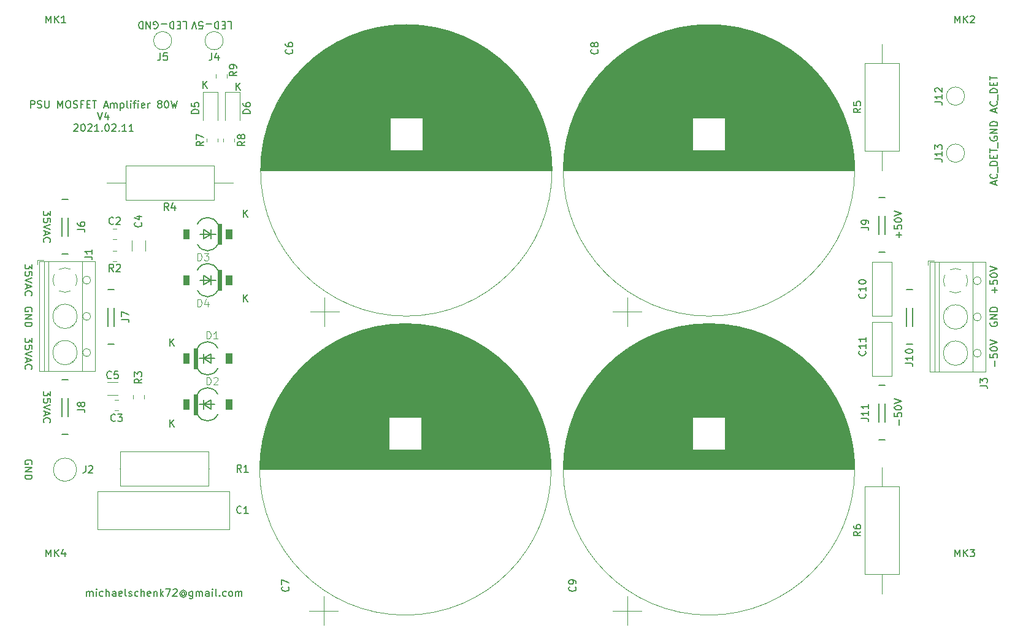
<source format=gbr>
G04 #@! TF.GenerationSoftware,KiCad,Pcbnew,(6.0.1-0)*
G04 #@! TF.CreationDate,2022-02-11T16:00:43+01:00*
G04 #@! TF.ProjectId,psu-mosfet-80w,7073752d-6d6f-4736-9665-742d3830772e,rev?*
G04 #@! TF.SameCoordinates,Original*
G04 #@! TF.FileFunction,Legend,Top*
G04 #@! TF.FilePolarity,Positive*
%FSLAX46Y46*%
G04 Gerber Fmt 4.6, Leading zero omitted, Abs format (unit mm)*
G04 Created by KiCad (PCBNEW (6.0.1-0)) date 2022-02-11 16:00:43*
%MOMM*%
%LPD*%
G01*
G04 APERTURE LIST*
%ADD10C,0.150000*%
%ADD11C,0.015000*%
%ADD12C,0.120000*%
%ADD13C,0.152400*%
%ADD14C,0.010000*%
%ADD15C,0.127000*%
G04 APERTURE END LIST*
D10*
X72636095Y-57348380D02*
X72636095Y-56348380D01*
X73207523Y-57348380D02*
X72778952Y-56776952D01*
X73207523Y-56348380D02*
X72636095Y-56919809D01*
X77208095Y-57602380D02*
X77208095Y-56602380D01*
X77779523Y-57602380D02*
X77350952Y-57030952D01*
X77779523Y-56602380D02*
X77208095Y-57173809D01*
X182030666Y-70651142D02*
X182030666Y-70174952D01*
X182316380Y-70746380D02*
X181316380Y-70413047D01*
X182316380Y-70079714D01*
X182221142Y-69174952D02*
X182268761Y-69222571D01*
X182316380Y-69365428D01*
X182316380Y-69460666D01*
X182268761Y-69603523D01*
X182173523Y-69698761D01*
X182078285Y-69746380D01*
X181887809Y-69794000D01*
X181744952Y-69794000D01*
X181554476Y-69746380D01*
X181459238Y-69698761D01*
X181364000Y-69603523D01*
X181316380Y-69460666D01*
X181316380Y-69365428D01*
X181364000Y-69222571D01*
X181411619Y-69174952D01*
X182411619Y-68984476D02*
X182411619Y-68222571D01*
X182316380Y-67984476D02*
X181316380Y-67984476D01*
X181316380Y-67746380D01*
X181364000Y-67603523D01*
X181459238Y-67508285D01*
X181554476Y-67460666D01*
X181744952Y-67413047D01*
X181887809Y-67413047D01*
X182078285Y-67460666D01*
X182173523Y-67508285D01*
X182268761Y-67603523D01*
X182316380Y-67746380D01*
X182316380Y-67984476D01*
X181792571Y-66984476D02*
X181792571Y-66651142D01*
X182316380Y-66508285D02*
X182316380Y-66984476D01*
X181316380Y-66984476D01*
X181316380Y-66508285D01*
X181316380Y-66222571D02*
X181316380Y-65651142D01*
X182316380Y-65936857D02*
X181316380Y-65936857D01*
X182411619Y-65555904D02*
X182411619Y-64794000D01*
X181364000Y-64032095D02*
X181316380Y-64127333D01*
X181316380Y-64270190D01*
X181364000Y-64413047D01*
X181459238Y-64508285D01*
X181554476Y-64555904D01*
X181744952Y-64603523D01*
X181887809Y-64603523D01*
X182078285Y-64555904D01*
X182173523Y-64508285D01*
X182268761Y-64413047D01*
X182316380Y-64270190D01*
X182316380Y-64174952D01*
X182268761Y-64032095D01*
X182221142Y-63984476D01*
X181887809Y-63984476D01*
X181887809Y-64174952D01*
X182316380Y-63555904D02*
X181316380Y-63555904D01*
X182316380Y-62984476D01*
X181316380Y-62984476D01*
X182316380Y-62508285D02*
X181316380Y-62508285D01*
X181316380Y-62270190D01*
X181364000Y-62127333D01*
X181459238Y-62032095D01*
X181554476Y-61984476D01*
X181744952Y-61936857D01*
X181887809Y-61936857D01*
X182078285Y-61984476D01*
X182173523Y-62032095D01*
X182268761Y-62127333D01*
X182316380Y-62270190D01*
X182316380Y-62508285D01*
X182030666Y-60618380D02*
X182030666Y-60142190D01*
X182316380Y-60713619D02*
X181316380Y-60380285D01*
X182316380Y-60046952D01*
X182221142Y-59142190D02*
X182268761Y-59189809D01*
X182316380Y-59332666D01*
X182316380Y-59427904D01*
X182268761Y-59570761D01*
X182173523Y-59666000D01*
X182078285Y-59713619D01*
X181887809Y-59761238D01*
X181744952Y-59761238D01*
X181554476Y-59713619D01*
X181459238Y-59666000D01*
X181364000Y-59570761D01*
X181316380Y-59427904D01*
X181316380Y-59332666D01*
X181364000Y-59189809D01*
X181411619Y-59142190D01*
X182411619Y-58951714D02*
X182411619Y-58189809D01*
X182316380Y-57951714D02*
X181316380Y-57951714D01*
X181316380Y-57713619D01*
X181364000Y-57570761D01*
X181459238Y-57475523D01*
X181554476Y-57427904D01*
X181744952Y-57380285D01*
X181887809Y-57380285D01*
X182078285Y-57427904D01*
X182173523Y-57475523D01*
X182268761Y-57570761D01*
X182316380Y-57713619D01*
X182316380Y-57951714D01*
X181792571Y-56951714D02*
X181792571Y-56618380D01*
X182316380Y-56475523D02*
X182316380Y-56951714D01*
X181316380Y-56951714D01*
X181316380Y-56475523D01*
X181316380Y-56189809D02*
X181316380Y-55618380D01*
X182316380Y-55904095D02*
X181316380Y-55904095D01*
X168727428Y-77961904D02*
X168727428Y-77200000D01*
X169108380Y-77580952D02*
X168346476Y-77580952D01*
X168108380Y-76247619D02*
X168108380Y-76723809D01*
X168584571Y-76771428D01*
X168536952Y-76723809D01*
X168489333Y-76628571D01*
X168489333Y-76390476D01*
X168536952Y-76295238D01*
X168584571Y-76247619D01*
X168679809Y-76200000D01*
X168917904Y-76200000D01*
X169013142Y-76247619D01*
X169060761Y-76295238D01*
X169108380Y-76390476D01*
X169108380Y-76628571D01*
X169060761Y-76723809D01*
X169013142Y-76771428D01*
X168108380Y-75580952D02*
X168108380Y-75485714D01*
X168156000Y-75390476D01*
X168203619Y-75342857D01*
X168298857Y-75295238D01*
X168489333Y-75247619D01*
X168727428Y-75247619D01*
X168917904Y-75295238D01*
X169013142Y-75342857D01*
X169060761Y-75390476D01*
X169108380Y-75485714D01*
X169108380Y-75580952D01*
X169060761Y-75676190D01*
X169013142Y-75723809D01*
X168917904Y-75771428D01*
X168727428Y-75819047D01*
X168489333Y-75819047D01*
X168298857Y-75771428D01*
X168203619Y-75723809D01*
X168156000Y-75676190D01*
X168108380Y-75580952D01*
X168108380Y-74961904D02*
X169108380Y-74628571D01*
X168108380Y-74295238D01*
X168727428Y-103869904D02*
X168727428Y-103108000D01*
X168108380Y-102155619D02*
X168108380Y-102631809D01*
X168584571Y-102679428D01*
X168536952Y-102631809D01*
X168489333Y-102536571D01*
X168489333Y-102298476D01*
X168536952Y-102203238D01*
X168584571Y-102155619D01*
X168679809Y-102108000D01*
X168917904Y-102108000D01*
X169013142Y-102155619D01*
X169060761Y-102203238D01*
X169108380Y-102298476D01*
X169108380Y-102536571D01*
X169060761Y-102631809D01*
X169013142Y-102679428D01*
X168108380Y-101488952D02*
X168108380Y-101393714D01*
X168156000Y-101298476D01*
X168203619Y-101250857D01*
X168298857Y-101203238D01*
X168489333Y-101155619D01*
X168727428Y-101155619D01*
X168917904Y-101203238D01*
X169013142Y-101250857D01*
X169060761Y-101298476D01*
X169108380Y-101393714D01*
X169108380Y-101488952D01*
X169060761Y-101584190D01*
X169013142Y-101631809D01*
X168917904Y-101679428D01*
X168727428Y-101727047D01*
X168489333Y-101727047D01*
X168298857Y-101679428D01*
X168203619Y-101631809D01*
X168156000Y-101584190D01*
X168108380Y-101488952D01*
X168108380Y-100869904D02*
X169108380Y-100536571D01*
X168108380Y-100203238D01*
X78224095Y-86812380D02*
X78224095Y-85812380D01*
X78795523Y-86812380D02*
X78366952Y-86240952D01*
X78795523Y-85812380D02*
X78224095Y-86383809D01*
X68064095Y-92908380D02*
X68064095Y-91908380D01*
X68635523Y-92908380D02*
X68206952Y-92336952D01*
X68635523Y-91908380D02*
X68064095Y-92479809D01*
X68064095Y-104084380D02*
X68064095Y-103084380D01*
X68635523Y-104084380D02*
X68206952Y-103512952D01*
X68635523Y-103084380D02*
X68064095Y-103655809D01*
X49061619Y-91813333D02*
X49061619Y-92432380D01*
X48680666Y-92099047D01*
X48680666Y-92241904D01*
X48633047Y-92337142D01*
X48585428Y-92384761D01*
X48490190Y-92432380D01*
X48252095Y-92432380D01*
X48156857Y-92384761D01*
X48109238Y-92337142D01*
X48061619Y-92241904D01*
X48061619Y-91956190D01*
X48109238Y-91860952D01*
X48156857Y-91813333D01*
X49061619Y-93337142D02*
X49061619Y-92860952D01*
X48585428Y-92813333D01*
X48633047Y-92860952D01*
X48680666Y-92956190D01*
X48680666Y-93194285D01*
X48633047Y-93289523D01*
X48585428Y-93337142D01*
X48490190Y-93384761D01*
X48252095Y-93384761D01*
X48156857Y-93337142D01*
X48109238Y-93289523D01*
X48061619Y-93194285D01*
X48061619Y-92956190D01*
X48109238Y-92860952D01*
X48156857Y-92813333D01*
X49061619Y-93670476D02*
X48061619Y-94003809D01*
X49061619Y-94337142D01*
X48347333Y-94622857D02*
X48347333Y-95099047D01*
X48061619Y-94527619D02*
X49061619Y-94860952D01*
X48061619Y-95194285D01*
X48156857Y-96099047D02*
X48109238Y-96051428D01*
X48061619Y-95908571D01*
X48061619Y-95813333D01*
X48109238Y-95670476D01*
X48204476Y-95575238D01*
X48299714Y-95527619D01*
X48490190Y-95480000D01*
X48633047Y-95480000D01*
X48823523Y-95527619D01*
X48918761Y-95575238D01*
X49014000Y-95670476D01*
X49061619Y-95813333D01*
X49061619Y-95908571D01*
X49014000Y-96051428D01*
X48966380Y-96099047D01*
X51601619Y-99179333D02*
X51601619Y-99798380D01*
X51220666Y-99465047D01*
X51220666Y-99607904D01*
X51173047Y-99703142D01*
X51125428Y-99750761D01*
X51030190Y-99798380D01*
X50792095Y-99798380D01*
X50696857Y-99750761D01*
X50649238Y-99703142D01*
X50601619Y-99607904D01*
X50601619Y-99322190D01*
X50649238Y-99226952D01*
X50696857Y-99179333D01*
X51601619Y-100703142D02*
X51601619Y-100226952D01*
X51125428Y-100179333D01*
X51173047Y-100226952D01*
X51220666Y-100322190D01*
X51220666Y-100560285D01*
X51173047Y-100655523D01*
X51125428Y-100703142D01*
X51030190Y-100750761D01*
X50792095Y-100750761D01*
X50696857Y-100703142D01*
X50649238Y-100655523D01*
X50601619Y-100560285D01*
X50601619Y-100322190D01*
X50649238Y-100226952D01*
X50696857Y-100179333D01*
X51601619Y-101036476D02*
X50601619Y-101369809D01*
X51601619Y-101703142D01*
X50887333Y-101988857D02*
X50887333Y-102465047D01*
X50601619Y-101893619D02*
X51601619Y-102226952D01*
X50601619Y-102560285D01*
X50696857Y-103465047D02*
X50649238Y-103417428D01*
X50601619Y-103274571D01*
X50601619Y-103179333D01*
X50649238Y-103036476D01*
X50744476Y-102941238D01*
X50839714Y-102893619D01*
X51030190Y-102846000D01*
X51173047Y-102846000D01*
X51363523Y-102893619D01*
X51458761Y-102941238D01*
X51554000Y-103036476D01*
X51601619Y-103179333D01*
X51601619Y-103274571D01*
X51554000Y-103417428D01*
X51506380Y-103465047D01*
X51601619Y-74287333D02*
X51601619Y-74906380D01*
X51220666Y-74573047D01*
X51220666Y-74715904D01*
X51173047Y-74811142D01*
X51125428Y-74858761D01*
X51030190Y-74906380D01*
X50792095Y-74906380D01*
X50696857Y-74858761D01*
X50649238Y-74811142D01*
X50601619Y-74715904D01*
X50601619Y-74430190D01*
X50649238Y-74334952D01*
X50696857Y-74287333D01*
X51601619Y-75811142D02*
X51601619Y-75334952D01*
X51125428Y-75287333D01*
X51173047Y-75334952D01*
X51220666Y-75430190D01*
X51220666Y-75668285D01*
X51173047Y-75763523D01*
X51125428Y-75811142D01*
X51030190Y-75858761D01*
X50792095Y-75858761D01*
X50696857Y-75811142D01*
X50649238Y-75763523D01*
X50601619Y-75668285D01*
X50601619Y-75430190D01*
X50649238Y-75334952D01*
X50696857Y-75287333D01*
X51601619Y-76144476D02*
X50601619Y-76477809D01*
X51601619Y-76811142D01*
X50887333Y-77096857D02*
X50887333Y-77573047D01*
X50601619Y-77001619D02*
X51601619Y-77334952D01*
X50601619Y-77668285D01*
X50696857Y-78573047D02*
X50649238Y-78525428D01*
X50601619Y-78382571D01*
X50601619Y-78287333D01*
X50649238Y-78144476D01*
X50744476Y-78049238D01*
X50839714Y-78001619D01*
X51030190Y-77954000D01*
X51173047Y-77954000D01*
X51363523Y-78001619D01*
X51458761Y-78049238D01*
X51554000Y-78144476D01*
X51601619Y-78287333D01*
X51601619Y-78382571D01*
X51554000Y-78525428D01*
X51506380Y-78573047D01*
X49014000Y-109220095D02*
X49061619Y-109124857D01*
X49061619Y-108982000D01*
X49014000Y-108839142D01*
X48918761Y-108743904D01*
X48823523Y-108696285D01*
X48633047Y-108648666D01*
X48490190Y-108648666D01*
X48299714Y-108696285D01*
X48204476Y-108743904D01*
X48109238Y-108839142D01*
X48061619Y-108982000D01*
X48061619Y-109077238D01*
X48109238Y-109220095D01*
X48156857Y-109267714D01*
X48490190Y-109267714D01*
X48490190Y-109077238D01*
X48061619Y-109696285D02*
X49061619Y-109696285D01*
X48061619Y-110267714D01*
X49061619Y-110267714D01*
X48061619Y-110743904D02*
X49061619Y-110743904D01*
X49061619Y-110982000D01*
X49014000Y-111124857D01*
X48918761Y-111220095D01*
X48823523Y-111267714D01*
X48633047Y-111315333D01*
X48490190Y-111315333D01*
X48299714Y-111267714D01*
X48204476Y-111220095D01*
X48109238Y-111124857D01*
X48061619Y-110982000D01*
X48061619Y-110743904D01*
X49061619Y-81653333D02*
X49061619Y-82272380D01*
X48680666Y-81939047D01*
X48680666Y-82081904D01*
X48633047Y-82177142D01*
X48585428Y-82224761D01*
X48490190Y-82272380D01*
X48252095Y-82272380D01*
X48156857Y-82224761D01*
X48109238Y-82177142D01*
X48061619Y-82081904D01*
X48061619Y-81796190D01*
X48109238Y-81700952D01*
X48156857Y-81653333D01*
X49061619Y-83177142D02*
X49061619Y-82700952D01*
X48585428Y-82653333D01*
X48633047Y-82700952D01*
X48680666Y-82796190D01*
X48680666Y-83034285D01*
X48633047Y-83129523D01*
X48585428Y-83177142D01*
X48490190Y-83224761D01*
X48252095Y-83224761D01*
X48156857Y-83177142D01*
X48109238Y-83129523D01*
X48061619Y-83034285D01*
X48061619Y-82796190D01*
X48109238Y-82700952D01*
X48156857Y-82653333D01*
X49061619Y-83510476D02*
X48061619Y-83843809D01*
X49061619Y-84177142D01*
X48347333Y-84462857D02*
X48347333Y-84939047D01*
X48061619Y-84367619D02*
X49061619Y-84700952D01*
X48061619Y-85034285D01*
X48156857Y-85939047D02*
X48109238Y-85891428D01*
X48061619Y-85748571D01*
X48061619Y-85653333D01*
X48109238Y-85510476D01*
X48204476Y-85415238D01*
X48299714Y-85367619D01*
X48490190Y-85320000D01*
X48633047Y-85320000D01*
X48823523Y-85367619D01*
X48918761Y-85415238D01*
X49014000Y-85510476D01*
X49061619Y-85653333D01*
X49061619Y-85748571D01*
X49014000Y-85891428D01*
X48966380Y-85939047D01*
X181935428Y-85581904D02*
X181935428Y-84820000D01*
X182316380Y-85200952D02*
X181554476Y-85200952D01*
X181316380Y-83867619D02*
X181316380Y-84343809D01*
X181792571Y-84391428D01*
X181744952Y-84343809D01*
X181697333Y-84248571D01*
X181697333Y-84010476D01*
X181744952Y-83915238D01*
X181792571Y-83867619D01*
X181887809Y-83820000D01*
X182125904Y-83820000D01*
X182221142Y-83867619D01*
X182268761Y-83915238D01*
X182316380Y-84010476D01*
X182316380Y-84248571D01*
X182268761Y-84343809D01*
X182221142Y-84391428D01*
X181316380Y-83200952D02*
X181316380Y-83105714D01*
X181364000Y-83010476D01*
X181411619Y-82962857D01*
X181506857Y-82915238D01*
X181697333Y-82867619D01*
X181935428Y-82867619D01*
X182125904Y-82915238D01*
X182221142Y-82962857D01*
X182268761Y-83010476D01*
X182316380Y-83105714D01*
X182316380Y-83200952D01*
X182268761Y-83296190D01*
X182221142Y-83343809D01*
X182125904Y-83391428D01*
X181935428Y-83439047D01*
X181697333Y-83439047D01*
X181506857Y-83391428D01*
X181411619Y-83343809D01*
X181364000Y-83296190D01*
X181316380Y-83200952D01*
X181316380Y-82581904D02*
X182316380Y-82248571D01*
X181316380Y-81915238D01*
X76044666Y-48115619D02*
X76520857Y-48115619D01*
X76520857Y-49115619D01*
X75711333Y-48639428D02*
X75378000Y-48639428D01*
X75235142Y-48115619D02*
X75711333Y-48115619D01*
X75711333Y-49115619D01*
X75235142Y-49115619D01*
X74806571Y-48115619D02*
X74806571Y-49115619D01*
X74568476Y-49115619D01*
X74425619Y-49068000D01*
X74330380Y-48972761D01*
X74282761Y-48877523D01*
X74235142Y-48687047D01*
X74235142Y-48544190D01*
X74282761Y-48353714D01*
X74330380Y-48258476D01*
X74425619Y-48163238D01*
X74568476Y-48115619D01*
X74806571Y-48115619D01*
X73806571Y-48496571D02*
X73044666Y-48496571D01*
X72092285Y-49115619D02*
X72568476Y-49115619D01*
X72616095Y-48639428D01*
X72568476Y-48687047D01*
X72473238Y-48734666D01*
X72235142Y-48734666D01*
X72139904Y-48687047D01*
X72092285Y-48639428D01*
X72044666Y-48544190D01*
X72044666Y-48306095D01*
X72092285Y-48210857D01*
X72139904Y-48163238D01*
X72235142Y-48115619D01*
X72473238Y-48115619D01*
X72568476Y-48163238D01*
X72616095Y-48210857D01*
X71758952Y-49115619D02*
X71425619Y-48115619D01*
X71092285Y-49115619D01*
X78224095Y-75128380D02*
X78224095Y-74128380D01*
X78795523Y-75128380D02*
X78366952Y-74556952D01*
X78795523Y-74128380D02*
X78224095Y-74699809D01*
X181364000Y-89661904D02*
X181316380Y-89757142D01*
X181316380Y-89900000D01*
X181364000Y-90042857D01*
X181459238Y-90138095D01*
X181554476Y-90185714D01*
X181744952Y-90233333D01*
X181887809Y-90233333D01*
X182078285Y-90185714D01*
X182173523Y-90138095D01*
X182268761Y-90042857D01*
X182316380Y-89900000D01*
X182316380Y-89804761D01*
X182268761Y-89661904D01*
X182221142Y-89614285D01*
X181887809Y-89614285D01*
X181887809Y-89804761D01*
X182316380Y-89185714D02*
X181316380Y-89185714D01*
X182316380Y-88614285D01*
X181316380Y-88614285D01*
X182316380Y-88138095D02*
X181316380Y-88138095D01*
X181316380Y-87900000D01*
X181364000Y-87757142D01*
X181459238Y-87661904D01*
X181554476Y-87614285D01*
X181744952Y-87566666D01*
X181887809Y-87566666D01*
X182078285Y-87614285D01*
X182173523Y-87661904D01*
X182268761Y-87757142D01*
X182316380Y-87900000D01*
X182316380Y-88138095D01*
X49014000Y-88138095D02*
X49061619Y-88042857D01*
X49061619Y-87900000D01*
X49014000Y-87757142D01*
X48918761Y-87661904D01*
X48823523Y-87614285D01*
X48633047Y-87566666D01*
X48490190Y-87566666D01*
X48299714Y-87614285D01*
X48204476Y-87661904D01*
X48109238Y-87757142D01*
X48061619Y-87900000D01*
X48061619Y-87995238D01*
X48109238Y-88138095D01*
X48156857Y-88185714D01*
X48490190Y-88185714D01*
X48490190Y-87995238D01*
X48061619Y-88614285D02*
X49061619Y-88614285D01*
X48061619Y-89185714D01*
X49061619Y-89185714D01*
X48061619Y-89661904D02*
X49061619Y-89661904D01*
X49061619Y-89900000D01*
X49014000Y-90042857D01*
X48918761Y-90138095D01*
X48823523Y-90185714D01*
X48633047Y-90233333D01*
X48490190Y-90233333D01*
X48299714Y-90185714D01*
X48204476Y-90138095D01*
X48109238Y-90042857D01*
X48061619Y-89900000D01*
X48061619Y-89661904D01*
X69863714Y-48115619D02*
X70339904Y-48115619D01*
X70339904Y-49115619D01*
X69530380Y-48639428D02*
X69197047Y-48639428D01*
X69054190Y-48115619D02*
X69530380Y-48115619D01*
X69530380Y-49115619D01*
X69054190Y-49115619D01*
X68625619Y-48115619D02*
X68625619Y-49115619D01*
X68387523Y-49115619D01*
X68244666Y-49068000D01*
X68149428Y-48972761D01*
X68101809Y-48877523D01*
X68054190Y-48687047D01*
X68054190Y-48544190D01*
X68101809Y-48353714D01*
X68149428Y-48258476D01*
X68244666Y-48163238D01*
X68387523Y-48115619D01*
X68625619Y-48115619D01*
X67625619Y-48496571D02*
X66863714Y-48496571D01*
X65863714Y-49068000D02*
X65958952Y-49115619D01*
X66101809Y-49115619D01*
X66244666Y-49068000D01*
X66339904Y-48972761D01*
X66387523Y-48877523D01*
X66435142Y-48687047D01*
X66435142Y-48544190D01*
X66387523Y-48353714D01*
X66339904Y-48258476D01*
X66244666Y-48163238D01*
X66101809Y-48115619D01*
X66006571Y-48115619D01*
X65863714Y-48163238D01*
X65816095Y-48210857D01*
X65816095Y-48544190D01*
X66006571Y-48544190D01*
X65387523Y-48115619D02*
X65387523Y-49115619D01*
X64816095Y-48115619D01*
X64816095Y-49115619D01*
X64339904Y-48115619D02*
X64339904Y-49115619D01*
X64101809Y-49115619D01*
X63958952Y-49068000D01*
X63863714Y-48972761D01*
X63816095Y-48877523D01*
X63768476Y-48687047D01*
X63768476Y-48544190D01*
X63816095Y-48353714D01*
X63863714Y-48258476D01*
X63958952Y-48163238D01*
X64101809Y-48115619D01*
X64339904Y-48115619D01*
X48856571Y-60056380D02*
X48856571Y-59056380D01*
X49237523Y-59056380D01*
X49332761Y-59104000D01*
X49380380Y-59151619D01*
X49428000Y-59246857D01*
X49428000Y-59389714D01*
X49380380Y-59484952D01*
X49332761Y-59532571D01*
X49237523Y-59580190D01*
X48856571Y-59580190D01*
X49808952Y-60008761D02*
X49951809Y-60056380D01*
X50189904Y-60056380D01*
X50285142Y-60008761D01*
X50332761Y-59961142D01*
X50380380Y-59865904D01*
X50380380Y-59770666D01*
X50332761Y-59675428D01*
X50285142Y-59627809D01*
X50189904Y-59580190D01*
X49999428Y-59532571D01*
X49904190Y-59484952D01*
X49856571Y-59437333D01*
X49808952Y-59342095D01*
X49808952Y-59246857D01*
X49856571Y-59151619D01*
X49904190Y-59104000D01*
X49999428Y-59056380D01*
X50237523Y-59056380D01*
X50380380Y-59104000D01*
X50808952Y-59056380D02*
X50808952Y-59865904D01*
X50856571Y-59961142D01*
X50904190Y-60008761D01*
X50999428Y-60056380D01*
X51189904Y-60056380D01*
X51285142Y-60008761D01*
X51332761Y-59961142D01*
X51380380Y-59865904D01*
X51380380Y-59056380D01*
X52618476Y-60056380D02*
X52618476Y-59056380D01*
X52951809Y-59770666D01*
X53285142Y-59056380D01*
X53285142Y-60056380D01*
X53951809Y-59056380D02*
X54142285Y-59056380D01*
X54237523Y-59104000D01*
X54332761Y-59199238D01*
X54380380Y-59389714D01*
X54380380Y-59723047D01*
X54332761Y-59913523D01*
X54237523Y-60008761D01*
X54142285Y-60056380D01*
X53951809Y-60056380D01*
X53856571Y-60008761D01*
X53761333Y-59913523D01*
X53713714Y-59723047D01*
X53713714Y-59389714D01*
X53761333Y-59199238D01*
X53856571Y-59104000D01*
X53951809Y-59056380D01*
X54761333Y-60008761D02*
X54904190Y-60056380D01*
X55142285Y-60056380D01*
X55237523Y-60008761D01*
X55285142Y-59961142D01*
X55332761Y-59865904D01*
X55332761Y-59770666D01*
X55285142Y-59675428D01*
X55237523Y-59627809D01*
X55142285Y-59580190D01*
X54951809Y-59532571D01*
X54856571Y-59484952D01*
X54808952Y-59437333D01*
X54761333Y-59342095D01*
X54761333Y-59246857D01*
X54808952Y-59151619D01*
X54856571Y-59104000D01*
X54951809Y-59056380D01*
X55189904Y-59056380D01*
X55332761Y-59104000D01*
X56094666Y-59532571D02*
X55761333Y-59532571D01*
X55761333Y-60056380D02*
X55761333Y-59056380D01*
X56237523Y-59056380D01*
X56618476Y-59532571D02*
X56951809Y-59532571D01*
X57094666Y-60056380D02*
X56618476Y-60056380D01*
X56618476Y-59056380D01*
X57094666Y-59056380D01*
X57380380Y-59056380D02*
X57951809Y-59056380D01*
X57666095Y-60056380D02*
X57666095Y-59056380D01*
X58999428Y-59770666D02*
X59475619Y-59770666D01*
X58904190Y-60056380D02*
X59237523Y-59056380D01*
X59570857Y-60056380D01*
X59904190Y-60056380D02*
X59904190Y-59389714D01*
X59904190Y-59484952D02*
X59951809Y-59437333D01*
X60047047Y-59389714D01*
X60189904Y-59389714D01*
X60285142Y-59437333D01*
X60332761Y-59532571D01*
X60332761Y-60056380D01*
X60332761Y-59532571D02*
X60380380Y-59437333D01*
X60475619Y-59389714D01*
X60618476Y-59389714D01*
X60713714Y-59437333D01*
X60761333Y-59532571D01*
X60761333Y-60056380D01*
X61237523Y-59389714D02*
X61237523Y-60389714D01*
X61237523Y-59437333D02*
X61332761Y-59389714D01*
X61523238Y-59389714D01*
X61618476Y-59437333D01*
X61666095Y-59484952D01*
X61713714Y-59580190D01*
X61713714Y-59865904D01*
X61666095Y-59961142D01*
X61618476Y-60008761D01*
X61523238Y-60056380D01*
X61332761Y-60056380D01*
X61237523Y-60008761D01*
X62285142Y-60056380D02*
X62189904Y-60008761D01*
X62142285Y-59913523D01*
X62142285Y-59056380D01*
X62666095Y-60056380D02*
X62666095Y-59389714D01*
X62666095Y-59056380D02*
X62618476Y-59104000D01*
X62666095Y-59151619D01*
X62713714Y-59104000D01*
X62666095Y-59056380D01*
X62666095Y-59151619D01*
X62999428Y-59389714D02*
X63380380Y-59389714D01*
X63142285Y-60056380D02*
X63142285Y-59199238D01*
X63189904Y-59104000D01*
X63285142Y-59056380D01*
X63380380Y-59056380D01*
X63713714Y-60056380D02*
X63713714Y-59389714D01*
X63713714Y-59056380D02*
X63666095Y-59104000D01*
X63713714Y-59151619D01*
X63761333Y-59104000D01*
X63713714Y-59056380D01*
X63713714Y-59151619D01*
X64570857Y-60008761D02*
X64475619Y-60056380D01*
X64285142Y-60056380D01*
X64189904Y-60008761D01*
X64142285Y-59913523D01*
X64142285Y-59532571D01*
X64189904Y-59437333D01*
X64285142Y-59389714D01*
X64475619Y-59389714D01*
X64570857Y-59437333D01*
X64618476Y-59532571D01*
X64618476Y-59627809D01*
X64142285Y-59723047D01*
X65047047Y-60056380D02*
X65047047Y-59389714D01*
X65047047Y-59580190D02*
X65094666Y-59484952D01*
X65142285Y-59437333D01*
X65237523Y-59389714D01*
X65332761Y-59389714D01*
X66570857Y-59484952D02*
X66475619Y-59437333D01*
X66428000Y-59389714D01*
X66380380Y-59294476D01*
X66380380Y-59246857D01*
X66428000Y-59151619D01*
X66475619Y-59104000D01*
X66570857Y-59056380D01*
X66761333Y-59056380D01*
X66856571Y-59104000D01*
X66904190Y-59151619D01*
X66951809Y-59246857D01*
X66951809Y-59294476D01*
X66904190Y-59389714D01*
X66856571Y-59437333D01*
X66761333Y-59484952D01*
X66570857Y-59484952D01*
X66475619Y-59532571D01*
X66428000Y-59580190D01*
X66380380Y-59675428D01*
X66380380Y-59865904D01*
X66428000Y-59961142D01*
X66475619Y-60008761D01*
X66570857Y-60056380D01*
X66761333Y-60056380D01*
X66856571Y-60008761D01*
X66904190Y-59961142D01*
X66951809Y-59865904D01*
X66951809Y-59675428D01*
X66904190Y-59580190D01*
X66856571Y-59532571D01*
X66761333Y-59484952D01*
X67570857Y-59056380D02*
X67666095Y-59056380D01*
X67761333Y-59104000D01*
X67808952Y-59151619D01*
X67856571Y-59246857D01*
X67904190Y-59437333D01*
X67904190Y-59675428D01*
X67856571Y-59865904D01*
X67808952Y-59961142D01*
X67761333Y-60008761D01*
X67666095Y-60056380D01*
X67570857Y-60056380D01*
X67475619Y-60008761D01*
X67428000Y-59961142D01*
X67380380Y-59865904D01*
X67332761Y-59675428D01*
X67332761Y-59437333D01*
X67380380Y-59246857D01*
X67428000Y-59151619D01*
X67475619Y-59104000D01*
X67570857Y-59056380D01*
X68237523Y-59056380D02*
X68475619Y-60056380D01*
X68666095Y-59342095D01*
X68856571Y-60056380D01*
X69094666Y-59056380D01*
X58118476Y-60666380D02*
X58451809Y-61666380D01*
X58785142Y-60666380D01*
X59547047Y-60999714D02*
X59547047Y-61666380D01*
X59308952Y-60618761D02*
X59070857Y-61333047D01*
X59689904Y-61333047D01*
X54832761Y-62371619D02*
X54880380Y-62324000D01*
X54975619Y-62276380D01*
X55213714Y-62276380D01*
X55308952Y-62324000D01*
X55356571Y-62371619D01*
X55404190Y-62466857D01*
X55404190Y-62562095D01*
X55356571Y-62704952D01*
X54785142Y-63276380D01*
X55404190Y-63276380D01*
X56023238Y-62276380D02*
X56118476Y-62276380D01*
X56213714Y-62324000D01*
X56261333Y-62371619D01*
X56308952Y-62466857D01*
X56356571Y-62657333D01*
X56356571Y-62895428D01*
X56308952Y-63085904D01*
X56261333Y-63181142D01*
X56213714Y-63228761D01*
X56118476Y-63276380D01*
X56023238Y-63276380D01*
X55928000Y-63228761D01*
X55880380Y-63181142D01*
X55832761Y-63085904D01*
X55785142Y-62895428D01*
X55785142Y-62657333D01*
X55832761Y-62466857D01*
X55880380Y-62371619D01*
X55928000Y-62324000D01*
X56023238Y-62276380D01*
X56737523Y-62371619D02*
X56785142Y-62324000D01*
X56880380Y-62276380D01*
X57118476Y-62276380D01*
X57213714Y-62324000D01*
X57261333Y-62371619D01*
X57308952Y-62466857D01*
X57308952Y-62562095D01*
X57261333Y-62704952D01*
X56689904Y-63276380D01*
X57308952Y-63276380D01*
X58261333Y-63276380D02*
X57689904Y-63276380D01*
X57975619Y-63276380D02*
X57975619Y-62276380D01*
X57880380Y-62419238D01*
X57785142Y-62514476D01*
X57689904Y-62562095D01*
X58689904Y-63181142D02*
X58737523Y-63228761D01*
X58689904Y-63276380D01*
X58642285Y-63228761D01*
X58689904Y-63181142D01*
X58689904Y-63276380D01*
X59356571Y-62276380D02*
X59451809Y-62276380D01*
X59547047Y-62324000D01*
X59594666Y-62371619D01*
X59642285Y-62466857D01*
X59689904Y-62657333D01*
X59689904Y-62895428D01*
X59642285Y-63085904D01*
X59594666Y-63181142D01*
X59547047Y-63228761D01*
X59451809Y-63276380D01*
X59356571Y-63276380D01*
X59261333Y-63228761D01*
X59213714Y-63181142D01*
X59166095Y-63085904D01*
X59118476Y-62895428D01*
X59118476Y-62657333D01*
X59166095Y-62466857D01*
X59213714Y-62371619D01*
X59261333Y-62324000D01*
X59356571Y-62276380D01*
X60070857Y-62371619D02*
X60118476Y-62324000D01*
X60213714Y-62276380D01*
X60451809Y-62276380D01*
X60547047Y-62324000D01*
X60594666Y-62371619D01*
X60642285Y-62466857D01*
X60642285Y-62562095D01*
X60594666Y-62704952D01*
X60023238Y-63276380D01*
X60642285Y-63276380D01*
X61070857Y-63181142D02*
X61118476Y-63228761D01*
X61070857Y-63276380D01*
X61023238Y-63228761D01*
X61070857Y-63181142D01*
X61070857Y-63276380D01*
X62070857Y-63276380D02*
X61499428Y-63276380D01*
X61785142Y-63276380D02*
X61785142Y-62276380D01*
X61689904Y-62419238D01*
X61594666Y-62514476D01*
X61499428Y-62562095D01*
X63023238Y-63276380D02*
X62451809Y-63276380D01*
X62737523Y-63276380D02*
X62737523Y-62276380D01*
X62642285Y-62419238D01*
X62547047Y-62514476D01*
X62451809Y-62562095D01*
X181935428Y-95741904D02*
X181935428Y-94980000D01*
X181316380Y-94027619D02*
X181316380Y-94503809D01*
X181792571Y-94551428D01*
X181744952Y-94503809D01*
X181697333Y-94408571D01*
X181697333Y-94170476D01*
X181744952Y-94075238D01*
X181792571Y-94027619D01*
X181887809Y-93980000D01*
X182125904Y-93980000D01*
X182221142Y-94027619D01*
X182268761Y-94075238D01*
X182316380Y-94170476D01*
X182316380Y-94408571D01*
X182268761Y-94503809D01*
X182221142Y-94551428D01*
X181316380Y-93360952D02*
X181316380Y-93265714D01*
X181364000Y-93170476D01*
X181411619Y-93122857D01*
X181506857Y-93075238D01*
X181697333Y-93027619D01*
X181935428Y-93027619D01*
X182125904Y-93075238D01*
X182221142Y-93122857D01*
X182268761Y-93170476D01*
X182316380Y-93265714D01*
X182316380Y-93360952D01*
X182268761Y-93456190D01*
X182221142Y-93503809D01*
X182125904Y-93551428D01*
X181935428Y-93599047D01*
X181697333Y-93599047D01*
X181506857Y-93551428D01*
X181411619Y-93503809D01*
X181364000Y-93456190D01*
X181316380Y-93360952D01*
X181316380Y-92741904D02*
X182316380Y-92408571D01*
X181316380Y-92075238D01*
X56595714Y-127452380D02*
X56595714Y-126785714D01*
X56595714Y-126880952D02*
X56643333Y-126833333D01*
X56738571Y-126785714D01*
X56881428Y-126785714D01*
X56976666Y-126833333D01*
X57024285Y-126928571D01*
X57024285Y-127452380D01*
X57024285Y-126928571D02*
X57071904Y-126833333D01*
X57167142Y-126785714D01*
X57310000Y-126785714D01*
X57405238Y-126833333D01*
X57452857Y-126928571D01*
X57452857Y-127452380D01*
X57929047Y-127452380D02*
X57929047Y-126785714D01*
X57929047Y-126452380D02*
X57881428Y-126500000D01*
X57929047Y-126547619D01*
X57976666Y-126500000D01*
X57929047Y-126452380D01*
X57929047Y-126547619D01*
X58833809Y-127404761D02*
X58738571Y-127452380D01*
X58548095Y-127452380D01*
X58452857Y-127404761D01*
X58405238Y-127357142D01*
X58357619Y-127261904D01*
X58357619Y-126976190D01*
X58405238Y-126880952D01*
X58452857Y-126833333D01*
X58548095Y-126785714D01*
X58738571Y-126785714D01*
X58833809Y-126833333D01*
X59262380Y-127452380D02*
X59262380Y-126452380D01*
X59690952Y-127452380D02*
X59690952Y-126928571D01*
X59643333Y-126833333D01*
X59548095Y-126785714D01*
X59405238Y-126785714D01*
X59310000Y-126833333D01*
X59262380Y-126880952D01*
X60595714Y-127452380D02*
X60595714Y-126928571D01*
X60548095Y-126833333D01*
X60452857Y-126785714D01*
X60262380Y-126785714D01*
X60167142Y-126833333D01*
X60595714Y-127404761D02*
X60500476Y-127452380D01*
X60262380Y-127452380D01*
X60167142Y-127404761D01*
X60119523Y-127309523D01*
X60119523Y-127214285D01*
X60167142Y-127119047D01*
X60262380Y-127071428D01*
X60500476Y-127071428D01*
X60595714Y-127023809D01*
X61452857Y-127404761D02*
X61357619Y-127452380D01*
X61167142Y-127452380D01*
X61071904Y-127404761D01*
X61024285Y-127309523D01*
X61024285Y-126928571D01*
X61071904Y-126833333D01*
X61167142Y-126785714D01*
X61357619Y-126785714D01*
X61452857Y-126833333D01*
X61500476Y-126928571D01*
X61500476Y-127023809D01*
X61024285Y-127119047D01*
X62071904Y-127452380D02*
X61976666Y-127404761D01*
X61929047Y-127309523D01*
X61929047Y-126452380D01*
X62405238Y-127404761D02*
X62500476Y-127452380D01*
X62690952Y-127452380D01*
X62786190Y-127404761D01*
X62833809Y-127309523D01*
X62833809Y-127261904D01*
X62786190Y-127166666D01*
X62690952Y-127119047D01*
X62548095Y-127119047D01*
X62452857Y-127071428D01*
X62405238Y-126976190D01*
X62405238Y-126928571D01*
X62452857Y-126833333D01*
X62548095Y-126785714D01*
X62690952Y-126785714D01*
X62786190Y-126833333D01*
X63690952Y-127404761D02*
X63595714Y-127452380D01*
X63405238Y-127452380D01*
X63310000Y-127404761D01*
X63262380Y-127357142D01*
X63214761Y-127261904D01*
X63214761Y-126976190D01*
X63262380Y-126880952D01*
X63310000Y-126833333D01*
X63405238Y-126785714D01*
X63595714Y-126785714D01*
X63690952Y-126833333D01*
X64119523Y-127452380D02*
X64119523Y-126452380D01*
X64548095Y-127452380D02*
X64548095Y-126928571D01*
X64500476Y-126833333D01*
X64405238Y-126785714D01*
X64262380Y-126785714D01*
X64167142Y-126833333D01*
X64119523Y-126880952D01*
X65405238Y-127404761D02*
X65310000Y-127452380D01*
X65119523Y-127452380D01*
X65024285Y-127404761D01*
X64976666Y-127309523D01*
X64976666Y-126928571D01*
X65024285Y-126833333D01*
X65119523Y-126785714D01*
X65310000Y-126785714D01*
X65405238Y-126833333D01*
X65452857Y-126928571D01*
X65452857Y-127023809D01*
X64976666Y-127119047D01*
X65881428Y-126785714D02*
X65881428Y-127452380D01*
X65881428Y-126880952D02*
X65929047Y-126833333D01*
X66024285Y-126785714D01*
X66167142Y-126785714D01*
X66262380Y-126833333D01*
X66310000Y-126928571D01*
X66310000Y-127452380D01*
X66786190Y-127452380D02*
X66786190Y-126452380D01*
X66881428Y-127071428D02*
X67167142Y-127452380D01*
X67167142Y-126785714D02*
X66786190Y-127166666D01*
X67500476Y-126452380D02*
X68167142Y-126452380D01*
X67738571Y-127452380D01*
X68500476Y-126547619D02*
X68548095Y-126500000D01*
X68643333Y-126452380D01*
X68881428Y-126452380D01*
X68976666Y-126500000D01*
X69024285Y-126547619D01*
X69071904Y-126642857D01*
X69071904Y-126738095D01*
X69024285Y-126880952D01*
X68452857Y-127452380D01*
X69071904Y-127452380D01*
X70119523Y-126976190D02*
X70071904Y-126928571D01*
X69976666Y-126880952D01*
X69881428Y-126880952D01*
X69786190Y-126928571D01*
X69738571Y-126976190D01*
X69690952Y-127071428D01*
X69690952Y-127166666D01*
X69738571Y-127261904D01*
X69786190Y-127309523D01*
X69881428Y-127357142D01*
X69976666Y-127357142D01*
X70071904Y-127309523D01*
X70119523Y-127261904D01*
X70119523Y-126880952D02*
X70119523Y-127261904D01*
X70167142Y-127309523D01*
X70214761Y-127309523D01*
X70310000Y-127261904D01*
X70357619Y-127166666D01*
X70357619Y-126928571D01*
X70262380Y-126785714D01*
X70119523Y-126690476D01*
X69929047Y-126642857D01*
X69738571Y-126690476D01*
X69595714Y-126785714D01*
X69500476Y-126928571D01*
X69452857Y-127119047D01*
X69500476Y-127309523D01*
X69595714Y-127452380D01*
X69738571Y-127547619D01*
X69929047Y-127595238D01*
X70119523Y-127547619D01*
X70262380Y-127452380D01*
X71214761Y-126785714D02*
X71214761Y-127595238D01*
X71167142Y-127690476D01*
X71119523Y-127738095D01*
X71024285Y-127785714D01*
X70881428Y-127785714D01*
X70786190Y-127738095D01*
X71214761Y-127404761D02*
X71119523Y-127452380D01*
X70929047Y-127452380D01*
X70833809Y-127404761D01*
X70786190Y-127357142D01*
X70738571Y-127261904D01*
X70738571Y-126976190D01*
X70786190Y-126880952D01*
X70833809Y-126833333D01*
X70929047Y-126785714D01*
X71119523Y-126785714D01*
X71214761Y-126833333D01*
X71690952Y-127452380D02*
X71690952Y-126785714D01*
X71690952Y-126880952D02*
X71738571Y-126833333D01*
X71833809Y-126785714D01*
X71976666Y-126785714D01*
X72071904Y-126833333D01*
X72119523Y-126928571D01*
X72119523Y-127452380D01*
X72119523Y-126928571D02*
X72167142Y-126833333D01*
X72262380Y-126785714D01*
X72405238Y-126785714D01*
X72500476Y-126833333D01*
X72548095Y-126928571D01*
X72548095Y-127452380D01*
X73452857Y-127452380D02*
X73452857Y-126928571D01*
X73405238Y-126833333D01*
X73310000Y-126785714D01*
X73119523Y-126785714D01*
X73024285Y-126833333D01*
X73452857Y-127404761D02*
X73357619Y-127452380D01*
X73119523Y-127452380D01*
X73024285Y-127404761D01*
X72976666Y-127309523D01*
X72976666Y-127214285D01*
X73024285Y-127119047D01*
X73119523Y-127071428D01*
X73357619Y-127071428D01*
X73452857Y-127023809D01*
X73929047Y-127452380D02*
X73929047Y-126785714D01*
X73929047Y-126452380D02*
X73881428Y-126500000D01*
X73929047Y-126547619D01*
X73976666Y-126500000D01*
X73929047Y-126452380D01*
X73929047Y-126547619D01*
X74548095Y-127452380D02*
X74452857Y-127404761D01*
X74405238Y-127309523D01*
X74405238Y-126452380D01*
X74929047Y-127357142D02*
X74976666Y-127404761D01*
X74929047Y-127452380D01*
X74881428Y-127404761D01*
X74929047Y-127357142D01*
X74929047Y-127452380D01*
X75833809Y-127404761D02*
X75738571Y-127452380D01*
X75548095Y-127452380D01*
X75452857Y-127404761D01*
X75405238Y-127357142D01*
X75357619Y-127261904D01*
X75357619Y-126976190D01*
X75405238Y-126880952D01*
X75452857Y-126833333D01*
X75548095Y-126785714D01*
X75738571Y-126785714D01*
X75833809Y-126833333D01*
X76405238Y-127452380D02*
X76310000Y-127404761D01*
X76262380Y-127357142D01*
X76214761Y-127261904D01*
X76214761Y-126976190D01*
X76262380Y-126880952D01*
X76310000Y-126833333D01*
X76405238Y-126785714D01*
X76548095Y-126785714D01*
X76643333Y-126833333D01*
X76690952Y-126880952D01*
X76738571Y-126976190D01*
X76738571Y-127261904D01*
X76690952Y-127357142D01*
X76643333Y-127404761D01*
X76548095Y-127452380D01*
X76405238Y-127452380D01*
X77167142Y-127452380D02*
X77167142Y-126785714D01*
X77167142Y-126880952D02*
X77214761Y-126833333D01*
X77310000Y-126785714D01*
X77452857Y-126785714D01*
X77548095Y-126833333D01*
X77595714Y-126928571D01*
X77595714Y-127452380D01*
X77595714Y-126928571D02*
X77643333Y-126833333D01*
X77738571Y-126785714D01*
X77881428Y-126785714D01*
X77976666Y-126833333D01*
X78024285Y-126928571D01*
X78024285Y-127452380D01*
X77938333Y-115927142D02*
X77890714Y-115974761D01*
X77747857Y-116022380D01*
X77652619Y-116022380D01*
X77509761Y-115974761D01*
X77414523Y-115879523D01*
X77366904Y-115784285D01*
X77319285Y-115593809D01*
X77319285Y-115450952D01*
X77366904Y-115260476D01*
X77414523Y-115165238D01*
X77509761Y-115070000D01*
X77652619Y-115022380D01*
X77747857Y-115022380D01*
X77890714Y-115070000D01*
X77938333Y-115117619D01*
X78890714Y-116022380D02*
X78319285Y-116022380D01*
X78605000Y-116022380D02*
X78605000Y-115022380D01*
X78509761Y-115165238D01*
X78414523Y-115260476D01*
X78319285Y-115308095D01*
X60285333Y-76049142D02*
X60237714Y-76096761D01*
X60094857Y-76144380D01*
X59999619Y-76144380D01*
X59856761Y-76096761D01*
X59761523Y-76001523D01*
X59713904Y-75906285D01*
X59666285Y-75715809D01*
X59666285Y-75572952D01*
X59713904Y-75382476D01*
X59761523Y-75287238D01*
X59856761Y-75192000D01*
X59999619Y-75144380D01*
X60094857Y-75144380D01*
X60237714Y-75192000D01*
X60285333Y-75239619D01*
X60666285Y-75239619D02*
X60713904Y-75192000D01*
X60809142Y-75144380D01*
X61047238Y-75144380D01*
X61142476Y-75192000D01*
X61190095Y-75239619D01*
X61237714Y-75334857D01*
X61237714Y-75430095D01*
X61190095Y-75572952D01*
X60618666Y-76144380D01*
X61237714Y-76144380D01*
X60539333Y-103227142D02*
X60491714Y-103274761D01*
X60348857Y-103322380D01*
X60253619Y-103322380D01*
X60110761Y-103274761D01*
X60015523Y-103179523D01*
X59967904Y-103084285D01*
X59920285Y-102893809D01*
X59920285Y-102750952D01*
X59967904Y-102560476D01*
X60015523Y-102465238D01*
X60110761Y-102370000D01*
X60253619Y-102322380D01*
X60348857Y-102322380D01*
X60491714Y-102370000D01*
X60539333Y-102417619D01*
X60872666Y-102322380D02*
X61491714Y-102322380D01*
X61158380Y-102703333D01*
X61301238Y-102703333D01*
X61396476Y-102750952D01*
X61444095Y-102798571D01*
X61491714Y-102893809D01*
X61491714Y-103131904D01*
X61444095Y-103227142D01*
X61396476Y-103274761D01*
X61301238Y-103322380D01*
X61015523Y-103322380D01*
X60920285Y-103274761D01*
X60872666Y-103227142D01*
X64111142Y-75858666D02*
X64158761Y-75906285D01*
X64206380Y-76049142D01*
X64206380Y-76144380D01*
X64158761Y-76287238D01*
X64063523Y-76382476D01*
X63968285Y-76430095D01*
X63777809Y-76477714D01*
X63634952Y-76477714D01*
X63444476Y-76430095D01*
X63349238Y-76382476D01*
X63254000Y-76287238D01*
X63206380Y-76144380D01*
X63206380Y-76049142D01*
X63254000Y-75906285D01*
X63301619Y-75858666D01*
X63539714Y-75001523D02*
X64206380Y-75001523D01*
X63158761Y-75239619D02*
X63873047Y-75477714D01*
X63873047Y-74858666D01*
X59992833Y-97313142D02*
X59945214Y-97360761D01*
X59802357Y-97408380D01*
X59707119Y-97408380D01*
X59564261Y-97360761D01*
X59469023Y-97265523D01*
X59421404Y-97170285D01*
X59373785Y-96979809D01*
X59373785Y-96836952D01*
X59421404Y-96646476D01*
X59469023Y-96551238D01*
X59564261Y-96456000D01*
X59707119Y-96408380D01*
X59802357Y-96408380D01*
X59945214Y-96456000D01*
X59992833Y-96503619D01*
X60897595Y-96408380D02*
X60421404Y-96408380D01*
X60373785Y-96884571D01*
X60421404Y-96836952D01*
X60516642Y-96789333D01*
X60754738Y-96789333D01*
X60849976Y-96836952D01*
X60897595Y-96884571D01*
X60945214Y-96979809D01*
X60945214Y-97217904D01*
X60897595Y-97313142D01*
X60849976Y-97360761D01*
X60754738Y-97408380D01*
X60516642Y-97408380D01*
X60421404Y-97360761D01*
X60373785Y-97313142D01*
X84939142Y-51982666D02*
X84986761Y-52030285D01*
X85034380Y-52173142D01*
X85034380Y-52268380D01*
X84986761Y-52411238D01*
X84891523Y-52506476D01*
X84796285Y-52554095D01*
X84605809Y-52601714D01*
X84462952Y-52601714D01*
X84272476Y-52554095D01*
X84177238Y-52506476D01*
X84082000Y-52411238D01*
X84034380Y-52268380D01*
X84034380Y-52173142D01*
X84082000Y-52030285D01*
X84129619Y-51982666D01*
X84034380Y-51125523D02*
X84034380Y-51316000D01*
X84082000Y-51411238D01*
X84129619Y-51458857D01*
X84272476Y-51554095D01*
X84462952Y-51601714D01*
X84843904Y-51601714D01*
X84939142Y-51554095D01*
X84986761Y-51506476D01*
X85034380Y-51411238D01*
X85034380Y-51220761D01*
X84986761Y-51125523D01*
X84939142Y-51077904D01*
X84843904Y-51030285D01*
X84605809Y-51030285D01*
X84510571Y-51077904D01*
X84462952Y-51125523D01*
X84415333Y-51220761D01*
X84415333Y-51411238D01*
X84462952Y-51506476D01*
X84510571Y-51554095D01*
X84605809Y-51601714D01*
X84431142Y-126150666D02*
X84478761Y-126198285D01*
X84526380Y-126341142D01*
X84526380Y-126436380D01*
X84478761Y-126579238D01*
X84383523Y-126674476D01*
X84288285Y-126722095D01*
X84097809Y-126769714D01*
X83954952Y-126769714D01*
X83764476Y-126722095D01*
X83669238Y-126674476D01*
X83574000Y-126579238D01*
X83526380Y-126436380D01*
X83526380Y-126341142D01*
X83574000Y-126198285D01*
X83621619Y-126150666D01*
X83526380Y-125817333D02*
X83526380Y-125150666D01*
X84526380Y-125579238D01*
X127103142Y-51982666D02*
X127150761Y-52030285D01*
X127198380Y-52173142D01*
X127198380Y-52268380D01*
X127150761Y-52411238D01*
X127055523Y-52506476D01*
X126960285Y-52554095D01*
X126769809Y-52601714D01*
X126626952Y-52601714D01*
X126436476Y-52554095D01*
X126341238Y-52506476D01*
X126246000Y-52411238D01*
X126198380Y-52268380D01*
X126198380Y-52173142D01*
X126246000Y-52030285D01*
X126293619Y-51982666D01*
X126626952Y-51411238D02*
X126579333Y-51506476D01*
X126531714Y-51554095D01*
X126436476Y-51601714D01*
X126388857Y-51601714D01*
X126293619Y-51554095D01*
X126246000Y-51506476D01*
X126198380Y-51411238D01*
X126198380Y-51220761D01*
X126246000Y-51125523D01*
X126293619Y-51077904D01*
X126388857Y-51030285D01*
X126436476Y-51030285D01*
X126531714Y-51077904D01*
X126579333Y-51125523D01*
X126626952Y-51220761D01*
X126626952Y-51411238D01*
X126674571Y-51506476D01*
X126722190Y-51554095D01*
X126817428Y-51601714D01*
X127007904Y-51601714D01*
X127103142Y-51554095D01*
X127150761Y-51506476D01*
X127198380Y-51411238D01*
X127198380Y-51220761D01*
X127150761Y-51125523D01*
X127103142Y-51077904D01*
X127007904Y-51030285D01*
X126817428Y-51030285D01*
X126722190Y-51077904D01*
X126674571Y-51125523D01*
X126626952Y-51220761D01*
X124055142Y-126150666D02*
X124102761Y-126198285D01*
X124150380Y-126341142D01*
X124150380Y-126436380D01*
X124102761Y-126579238D01*
X124007523Y-126674476D01*
X123912285Y-126722095D01*
X123721809Y-126769714D01*
X123578952Y-126769714D01*
X123388476Y-126722095D01*
X123293238Y-126674476D01*
X123198000Y-126579238D01*
X123150380Y-126436380D01*
X123150380Y-126341142D01*
X123198000Y-126198285D01*
X123245619Y-126150666D01*
X124150380Y-125674476D02*
X124150380Y-125484000D01*
X124102761Y-125388761D01*
X124055142Y-125341142D01*
X123912285Y-125245904D01*
X123721809Y-125198285D01*
X123340857Y-125198285D01*
X123245619Y-125245904D01*
X123198000Y-125293523D01*
X123150380Y-125388761D01*
X123150380Y-125579238D01*
X123198000Y-125674476D01*
X123245619Y-125722095D01*
X123340857Y-125769714D01*
X123578952Y-125769714D01*
X123674190Y-125722095D01*
X123721809Y-125674476D01*
X123769428Y-125579238D01*
X123769428Y-125388761D01*
X123721809Y-125293523D01*
X123674190Y-125245904D01*
X123578952Y-125198285D01*
D11*
X73175792Y-91889422D02*
X73175792Y-90888335D01*
X73414146Y-90888335D01*
X73557158Y-90936006D01*
X73652500Y-91031348D01*
X73700171Y-91126689D01*
X73747842Y-91317372D01*
X73747842Y-91460385D01*
X73700171Y-91651068D01*
X73652500Y-91746410D01*
X73557158Y-91841751D01*
X73414146Y-91889422D01*
X73175792Y-91889422D01*
X74701258Y-91889422D02*
X74129208Y-91889422D01*
X74415233Y-91889422D02*
X74415233Y-90888335D01*
X74319891Y-91031348D01*
X74224550Y-91126689D01*
X74129208Y-91174360D01*
X73175792Y-98239422D02*
X73175792Y-97238335D01*
X73414146Y-97238335D01*
X73557158Y-97286006D01*
X73652500Y-97381348D01*
X73700171Y-97476689D01*
X73747842Y-97667372D01*
X73747842Y-97810385D01*
X73700171Y-98001068D01*
X73652500Y-98096410D01*
X73557158Y-98191751D01*
X73414146Y-98239422D01*
X73175792Y-98239422D01*
X74129208Y-97333677D02*
X74176879Y-97286006D01*
X74272221Y-97238335D01*
X74510575Y-97238335D01*
X74605916Y-97286006D01*
X74653587Y-97333677D01*
X74701258Y-97429018D01*
X74701258Y-97524360D01*
X74653587Y-97667372D01*
X74081537Y-98239422D01*
X74701258Y-98239422D01*
X71904412Y-81101322D02*
X71904412Y-80100235D01*
X72142766Y-80100235D01*
X72285778Y-80147906D01*
X72381120Y-80243248D01*
X72428791Y-80338589D01*
X72476462Y-80529272D01*
X72476462Y-80672285D01*
X72428791Y-80862968D01*
X72381120Y-80958310D01*
X72285778Y-81053651D01*
X72142766Y-81101322D01*
X71904412Y-81101322D01*
X72810157Y-80100235D02*
X73429878Y-80100235D01*
X73096182Y-80481602D01*
X73239195Y-80481602D01*
X73334536Y-80529272D01*
X73382207Y-80576943D01*
X73429878Y-80672285D01*
X73429878Y-80910639D01*
X73382207Y-81005981D01*
X73334536Y-81053651D01*
X73239195Y-81101322D01*
X72953170Y-81101322D01*
X72857828Y-81053651D01*
X72810157Y-81005981D01*
X71904412Y-87451322D02*
X71904412Y-86450235D01*
X72142766Y-86450235D01*
X72285778Y-86497906D01*
X72381120Y-86593248D01*
X72428791Y-86688589D01*
X72476462Y-86879272D01*
X72476462Y-87022285D01*
X72428791Y-87212968D01*
X72381120Y-87308310D01*
X72285778Y-87403651D01*
X72142766Y-87451322D01*
X71904412Y-87451322D01*
X73334536Y-86783931D02*
X73334536Y-87451322D01*
X73096182Y-86402564D02*
X72857828Y-87117627D01*
X73477549Y-87117627D01*
D10*
X56348380Y-80597333D02*
X57062666Y-80597333D01*
X57205523Y-80644952D01*
X57300761Y-80740190D01*
X57348380Y-80883047D01*
X57348380Y-80978285D01*
X57348380Y-79597333D02*
X57348380Y-80168761D01*
X57348380Y-79883047D02*
X56348380Y-79883047D01*
X56491238Y-79978285D01*
X56586476Y-80073523D01*
X56634095Y-80168761D01*
X56435666Y-109434380D02*
X56435666Y-110148666D01*
X56388047Y-110291523D01*
X56292809Y-110386761D01*
X56149952Y-110434380D01*
X56054714Y-110434380D01*
X56864238Y-109529619D02*
X56911857Y-109482000D01*
X57007095Y-109434380D01*
X57245190Y-109434380D01*
X57340428Y-109482000D01*
X57388047Y-109529619D01*
X57435666Y-109624857D01*
X57435666Y-109720095D01*
X57388047Y-109862952D01*
X56816619Y-110434380D01*
X57435666Y-110434380D01*
X77938333Y-110307380D02*
X77605000Y-109831190D01*
X77366904Y-110307380D02*
X77366904Y-109307380D01*
X77747857Y-109307380D01*
X77843095Y-109355000D01*
X77890714Y-109402619D01*
X77938333Y-109497857D01*
X77938333Y-109640714D01*
X77890714Y-109735952D01*
X77843095Y-109783571D01*
X77747857Y-109831190D01*
X77366904Y-109831190D01*
X78890714Y-110307380D02*
X78319285Y-110307380D01*
X78605000Y-110307380D02*
X78605000Y-109307380D01*
X78509761Y-109450238D01*
X78414523Y-109545476D01*
X78319285Y-109593095D01*
X60301333Y-82620380D02*
X59968000Y-82144190D01*
X59729904Y-82620380D02*
X59729904Y-81620380D01*
X60110857Y-81620380D01*
X60206095Y-81668000D01*
X60253714Y-81715619D01*
X60301333Y-81810857D01*
X60301333Y-81953714D01*
X60253714Y-82048952D01*
X60206095Y-82096571D01*
X60110857Y-82144190D01*
X59729904Y-82144190D01*
X60682285Y-81715619D02*
X60729904Y-81668000D01*
X60825142Y-81620380D01*
X61063238Y-81620380D01*
X61158476Y-81668000D01*
X61206095Y-81715619D01*
X61253714Y-81810857D01*
X61253714Y-81906095D01*
X61206095Y-82048952D01*
X60634666Y-82620380D01*
X61253714Y-82620380D01*
X64206380Y-97448666D02*
X63730190Y-97782000D01*
X64206380Y-98020095D02*
X63206380Y-98020095D01*
X63206380Y-97639142D01*
X63254000Y-97543904D01*
X63301619Y-97496285D01*
X63396857Y-97448666D01*
X63539714Y-97448666D01*
X63634952Y-97496285D01*
X63682571Y-97543904D01*
X63730190Y-97639142D01*
X63730190Y-98020095D01*
X63206380Y-97115333D02*
X63206380Y-96496285D01*
X63587333Y-96829619D01*
X63587333Y-96686761D01*
X63634952Y-96591523D01*
X63682571Y-96543904D01*
X63777809Y-96496285D01*
X64015904Y-96496285D01*
X64111142Y-96543904D01*
X64158761Y-96591523D01*
X64206380Y-96686761D01*
X64206380Y-96972476D01*
X64158761Y-97067714D01*
X64111142Y-97115333D01*
X164060142Y-85692857D02*
X164107761Y-85740476D01*
X164155380Y-85883333D01*
X164155380Y-85978571D01*
X164107761Y-86121428D01*
X164012523Y-86216666D01*
X163917285Y-86264285D01*
X163726809Y-86311904D01*
X163583952Y-86311904D01*
X163393476Y-86264285D01*
X163298238Y-86216666D01*
X163203000Y-86121428D01*
X163155380Y-85978571D01*
X163155380Y-85883333D01*
X163203000Y-85740476D01*
X163250619Y-85692857D01*
X164155380Y-84740476D02*
X164155380Y-85311904D01*
X164155380Y-85026190D02*
X163155380Y-85026190D01*
X163298238Y-85121428D01*
X163393476Y-85216666D01*
X163441095Y-85311904D01*
X163155380Y-84121428D02*
X163155380Y-84026190D01*
X163203000Y-83930952D01*
X163250619Y-83883333D01*
X163345857Y-83835714D01*
X163536333Y-83788095D01*
X163774428Y-83788095D01*
X163964904Y-83835714D01*
X164060142Y-83883333D01*
X164107761Y-83930952D01*
X164155380Y-84026190D01*
X164155380Y-84121428D01*
X164107761Y-84216666D01*
X164060142Y-84264285D01*
X163964904Y-84311904D01*
X163774428Y-84359523D01*
X163536333Y-84359523D01*
X163345857Y-84311904D01*
X163250619Y-84264285D01*
X163203000Y-84216666D01*
X163155380Y-84121428D01*
X164060142Y-93606857D02*
X164107761Y-93654476D01*
X164155380Y-93797333D01*
X164155380Y-93892571D01*
X164107761Y-94035428D01*
X164012523Y-94130666D01*
X163917285Y-94178285D01*
X163726809Y-94225904D01*
X163583952Y-94225904D01*
X163393476Y-94178285D01*
X163298238Y-94130666D01*
X163203000Y-94035428D01*
X163155380Y-93892571D01*
X163155380Y-93797333D01*
X163203000Y-93654476D01*
X163250619Y-93606857D01*
X164155380Y-92654476D02*
X164155380Y-93225904D01*
X164155380Y-92940190D02*
X163155380Y-92940190D01*
X163298238Y-93035428D01*
X163393476Y-93130666D01*
X163441095Y-93225904D01*
X164155380Y-91702095D02*
X164155380Y-92273523D01*
X164155380Y-91987809D02*
X163155380Y-91987809D01*
X163298238Y-92083047D01*
X163393476Y-92178285D01*
X163441095Y-92273523D01*
X176490476Y-48322380D02*
X176490476Y-47322380D01*
X176823809Y-48036666D01*
X177157142Y-47322380D01*
X177157142Y-48322380D01*
X177633333Y-48322380D02*
X177633333Y-47322380D01*
X178204761Y-48322380D02*
X177776190Y-47750952D01*
X178204761Y-47322380D02*
X177633333Y-47893809D01*
X178585714Y-47417619D02*
X178633333Y-47370000D01*
X178728571Y-47322380D01*
X178966666Y-47322380D01*
X179061904Y-47370000D01*
X179109523Y-47417619D01*
X179157142Y-47512857D01*
X179157142Y-47608095D01*
X179109523Y-47750952D01*
X178538095Y-48322380D01*
X179157142Y-48322380D01*
X176490476Y-121982380D02*
X176490476Y-120982380D01*
X176823809Y-121696666D01*
X177157142Y-120982380D01*
X177157142Y-121982380D01*
X177633333Y-121982380D02*
X177633333Y-120982380D01*
X178204761Y-121982380D02*
X177776190Y-121410952D01*
X178204761Y-120982380D02*
X177633333Y-121553809D01*
X178538095Y-120982380D02*
X179157142Y-120982380D01*
X178823809Y-121363333D01*
X178966666Y-121363333D01*
X179061904Y-121410952D01*
X179109523Y-121458571D01*
X179157142Y-121553809D01*
X179157142Y-121791904D01*
X179109523Y-121887142D01*
X179061904Y-121934761D01*
X178966666Y-121982380D01*
X178680952Y-121982380D01*
X178585714Y-121934761D01*
X178538095Y-121887142D01*
X51014476Y-121982380D02*
X51014476Y-120982380D01*
X51347809Y-121696666D01*
X51681142Y-120982380D01*
X51681142Y-121982380D01*
X52157333Y-121982380D02*
X52157333Y-120982380D01*
X52728761Y-121982380D02*
X52300190Y-121410952D01*
X52728761Y-120982380D02*
X52157333Y-121553809D01*
X53585904Y-121315714D02*
X53585904Y-121982380D01*
X53347809Y-120934761D02*
X53109714Y-121649047D01*
X53728761Y-121649047D01*
X51014476Y-48322380D02*
X51014476Y-47322380D01*
X51347809Y-48036666D01*
X51681142Y-47322380D01*
X51681142Y-48322380D01*
X52157333Y-48322380D02*
X52157333Y-47322380D01*
X52728761Y-48322380D02*
X52300190Y-47750952D01*
X52728761Y-47322380D02*
X52157333Y-47893809D01*
X53681142Y-48322380D02*
X53109714Y-48322380D01*
X53395428Y-48322380D02*
X53395428Y-47322380D01*
X53300190Y-47465238D01*
X53204952Y-47560476D01*
X53109714Y-47608095D01*
X179919380Y-98377333D02*
X180633666Y-98377333D01*
X180776523Y-98424952D01*
X180871761Y-98520190D01*
X180919380Y-98663047D01*
X180919380Y-98758285D01*
X179919380Y-97996380D02*
X179919380Y-97377333D01*
X180300333Y-97710666D01*
X180300333Y-97567809D01*
X180347952Y-97472571D01*
X180395571Y-97424952D01*
X180490809Y-97377333D01*
X180728904Y-97377333D01*
X180824142Y-97424952D01*
X180871761Y-97472571D01*
X180919380Y-97567809D01*
X180919380Y-97853523D01*
X180871761Y-97948761D01*
X180824142Y-97996380D01*
X163535471Y-102918868D02*
X164250943Y-102918868D01*
X164394037Y-102966566D01*
X164489434Y-103061962D01*
X164537132Y-103205057D01*
X164537132Y-103300453D01*
X164537132Y-101917207D02*
X164537132Y-102489585D01*
X164537132Y-102203396D02*
X163535471Y-102203396D01*
X163678565Y-102298792D01*
X163773962Y-102394188D01*
X163821660Y-102489585D01*
X164537132Y-100963244D02*
X164537132Y-101535622D01*
X164537132Y-101249433D02*
X163535471Y-101249433D01*
X163678565Y-101344829D01*
X163773962Y-101440226D01*
X163821660Y-101535622D01*
X173696380Y-67103523D02*
X174410666Y-67103523D01*
X174553523Y-67151142D01*
X174648761Y-67246380D01*
X174696380Y-67389238D01*
X174696380Y-67484476D01*
X174696380Y-66103523D02*
X174696380Y-66674952D01*
X174696380Y-66389238D02*
X173696380Y-66389238D01*
X173839238Y-66484476D01*
X173934476Y-66579714D01*
X173982095Y-66674952D01*
X173696380Y-65770190D02*
X173696380Y-65151142D01*
X174077333Y-65484476D01*
X174077333Y-65341619D01*
X174124952Y-65246380D01*
X174172571Y-65198761D01*
X174267809Y-65151142D01*
X174505904Y-65151142D01*
X174601142Y-65198761D01*
X174648761Y-65246380D01*
X174696380Y-65341619D01*
X174696380Y-65627333D01*
X174648761Y-65722571D01*
X174601142Y-65770190D01*
X78430380Y-64682666D02*
X77954190Y-65016000D01*
X78430380Y-65254095D02*
X77430380Y-65254095D01*
X77430380Y-64873142D01*
X77478000Y-64777904D01*
X77525619Y-64730285D01*
X77620857Y-64682666D01*
X77763714Y-64682666D01*
X77858952Y-64730285D01*
X77906571Y-64777904D01*
X77954190Y-64873142D01*
X77954190Y-65254095D01*
X77858952Y-64111238D02*
X77811333Y-64206476D01*
X77763714Y-64254095D01*
X77668476Y-64301714D01*
X77620857Y-64301714D01*
X77525619Y-64254095D01*
X77478000Y-64206476D01*
X77430380Y-64111238D01*
X77430380Y-63920761D01*
X77478000Y-63825523D01*
X77525619Y-63777904D01*
X77620857Y-63730285D01*
X77668476Y-63730285D01*
X77763714Y-63777904D01*
X77811333Y-63825523D01*
X77858952Y-63920761D01*
X77858952Y-64111238D01*
X77906571Y-64206476D01*
X77954190Y-64254095D01*
X78049428Y-64301714D01*
X78239904Y-64301714D01*
X78335142Y-64254095D01*
X78382761Y-64206476D01*
X78430380Y-64111238D01*
X78430380Y-63920761D01*
X78382761Y-63825523D01*
X78335142Y-63777904D01*
X78239904Y-63730285D01*
X78049428Y-63730285D01*
X77954190Y-63777904D01*
X77906571Y-63825523D01*
X77858952Y-63920761D01*
X72716380Y-64682666D02*
X72240190Y-65016000D01*
X72716380Y-65254095D02*
X71716380Y-65254095D01*
X71716380Y-64873142D01*
X71764000Y-64777904D01*
X71811619Y-64730285D01*
X71906857Y-64682666D01*
X72049714Y-64682666D01*
X72144952Y-64730285D01*
X72192571Y-64777904D01*
X72240190Y-64873142D01*
X72240190Y-65254095D01*
X71716380Y-64349333D02*
X71716380Y-63682666D01*
X72716380Y-64111238D01*
X55331471Y-76787887D02*
X56046943Y-76787887D01*
X56190037Y-76835585D01*
X56285434Y-76930981D01*
X56333132Y-77074075D01*
X56333132Y-77169472D01*
X55331471Y-75881622D02*
X55331471Y-76072414D01*
X55379169Y-76167811D01*
X55426867Y-76215509D01*
X55569962Y-76310905D01*
X55760754Y-76358603D01*
X56142339Y-76358603D01*
X56237736Y-76310905D01*
X56285434Y-76263207D01*
X56333132Y-76167811D01*
X56333132Y-75977018D01*
X56285434Y-75881622D01*
X56237736Y-75833924D01*
X56142339Y-75786226D01*
X55903849Y-75786226D01*
X55808452Y-75833924D01*
X55760754Y-75881622D01*
X55713056Y-75977018D01*
X55713056Y-76167811D01*
X55760754Y-76263207D01*
X55808452Y-76310905D01*
X55903849Y-76358603D01*
X163535471Y-76533887D02*
X164250943Y-76533887D01*
X164394037Y-76581585D01*
X164489434Y-76676981D01*
X164537132Y-76820075D01*
X164537132Y-76915472D01*
X164537132Y-76009207D02*
X164537132Y-75818414D01*
X164489434Y-75723018D01*
X164441736Y-75675320D01*
X164298641Y-75579924D01*
X164107849Y-75532226D01*
X163726263Y-75532226D01*
X163630867Y-75579924D01*
X163583169Y-75627622D01*
X163535471Y-75723018D01*
X163535471Y-75913811D01*
X163583169Y-76009207D01*
X163630867Y-76056905D01*
X163726263Y-76104603D01*
X163964754Y-76104603D01*
X164060150Y-76056905D01*
X164107849Y-76009207D01*
X164155547Y-75913811D01*
X164155547Y-75723018D01*
X164107849Y-75627622D01*
X164060150Y-75579924D01*
X163964754Y-75532226D01*
X173696380Y-59229523D02*
X174410666Y-59229523D01*
X174553523Y-59277142D01*
X174648761Y-59372380D01*
X174696380Y-59515238D01*
X174696380Y-59610476D01*
X174696380Y-58229523D02*
X174696380Y-58800952D01*
X174696380Y-58515238D02*
X173696380Y-58515238D01*
X173839238Y-58610476D01*
X173934476Y-58705714D01*
X173982095Y-58800952D01*
X173791619Y-57848571D02*
X173744000Y-57800952D01*
X173696380Y-57705714D01*
X173696380Y-57467619D01*
X173744000Y-57372380D01*
X173791619Y-57324761D01*
X173886857Y-57277142D01*
X173982095Y-57277142D01*
X174124952Y-57324761D01*
X174696380Y-57896190D01*
X174696380Y-57277142D01*
X66744666Y-52470380D02*
X66744666Y-53184666D01*
X66697047Y-53327523D01*
X66601809Y-53422761D01*
X66458952Y-53470380D01*
X66363714Y-53470380D01*
X67697047Y-52470380D02*
X67220857Y-52470380D01*
X67173238Y-52946571D01*
X67220857Y-52898952D01*
X67316095Y-52851333D01*
X67554190Y-52851333D01*
X67649428Y-52898952D01*
X67697047Y-52946571D01*
X67744666Y-53041809D01*
X67744666Y-53279904D01*
X67697047Y-53375142D01*
X67649428Y-53422761D01*
X67554190Y-53470380D01*
X67316095Y-53470380D01*
X67220857Y-53422761D01*
X67173238Y-53375142D01*
X67905333Y-74180380D02*
X67572000Y-73704190D01*
X67333904Y-74180380D02*
X67333904Y-73180380D01*
X67714857Y-73180380D01*
X67810095Y-73228000D01*
X67857714Y-73275619D01*
X67905333Y-73370857D01*
X67905333Y-73513714D01*
X67857714Y-73608952D01*
X67810095Y-73656571D01*
X67714857Y-73704190D01*
X67333904Y-73704190D01*
X68762476Y-73513714D02*
X68762476Y-74180380D01*
X68524380Y-73132761D02*
X68286285Y-73847047D01*
X68905333Y-73847047D01*
X72080380Y-60824095D02*
X71080380Y-60824095D01*
X71080380Y-60586000D01*
X71128000Y-60443142D01*
X71223238Y-60347904D01*
X71318476Y-60300285D01*
X71508952Y-60252666D01*
X71651809Y-60252666D01*
X71842285Y-60300285D01*
X71937523Y-60347904D01*
X72032761Y-60443142D01*
X72080380Y-60586000D01*
X72080380Y-60824095D01*
X71080380Y-59347904D02*
X71080380Y-59824095D01*
X71556571Y-59871714D01*
X71508952Y-59824095D01*
X71461333Y-59728857D01*
X71461333Y-59490761D01*
X71508952Y-59395523D01*
X71556571Y-59347904D01*
X71651809Y-59300285D01*
X71889904Y-59300285D01*
X71985142Y-59347904D01*
X72032761Y-59395523D01*
X72080380Y-59490761D01*
X72080380Y-59728857D01*
X72032761Y-59824095D01*
X71985142Y-59871714D01*
X73844666Y-52470380D02*
X73844666Y-53184666D01*
X73797047Y-53327523D01*
X73701809Y-53422761D01*
X73558952Y-53470380D01*
X73463714Y-53470380D01*
X74749428Y-52803714D02*
X74749428Y-53470380D01*
X74511333Y-52422761D02*
X74273238Y-53137047D01*
X74892285Y-53137047D01*
X169631471Y-95298868D02*
X170346943Y-95298868D01*
X170490037Y-95346566D01*
X170585434Y-95441962D01*
X170633132Y-95585057D01*
X170633132Y-95680453D01*
X170633132Y-94297207D02*
X170633132Y-94869585D01*
X170633132Y-94583396D02*
X169631471Y-94583396D01*
X169774565Y-94678792D01*
X169869962Y-94774188D01*
X169917660Y-94869585D01*
X169631471Y-93677131D02*
X169631471Y-93581735D01*
X169679169Y-93486339D01*
X169726867Y-93438640D01*
X169822263Y-93390942D01*
X170013056Y-93343244D01*
X170251547Y-93343244D01*
X170442339Y-93390942D01*
X170537736Y-93438640D01*
X170585434Y-93486339D01*
X170633132Y-93581735D01*
X170633132Y-93677131D01*
X170585434Y-93772527D01*
X170537736Y-93820226D01*
X170442339Y-93867924D01*
X170251547Y-93915622D01*
X170013056Y-93915622D01*
X169822263Y-93867924D01*
X169726867Y-93820226D01*
X169679169Y-93772527D01*
X169631471Y-93677131D01*
X79160380Y-60826095D02*
X78160380Y-60826095D01*
X78160380Y-60588000D01*
X78208000Y-60445142D01*
X78303238Y-60349904D01*
X78398476Y-60302285D01*
X78588952Y-60254666D01*
X78731809Y-60254666D01*
X78922285Y-60302285D01*
X79017523Y-60349904D01*
X79112761Y-60445142D01*
X79160380Y-60588000D01*
X79160380Y-60826095D01*
X78160380Y-59397523D02*
X78160380Y-59588000D01*
X78208000Y-59683238D01*
X78255619Y-59730857D01*
X78398476Y-59826095D01*
X78588952Y-59873714D01*
X78969904Y-59873714D01*
X79065142Y-59826095D01*
X79112761Y-59778476D01*
X79160380Y-59683238D01*
X79160380Y-59492761D01*
X79112761Y-59397523D01*
X79065142Y-59349904D01*
X78969904Y-59302285D01*
X78731809Y-59302285D01*
X78636571Y-59349904D01*
X78588952Y-59397523D01*
X78541333Y-59492761D01*
X78541333Y-59683238D01*
X78588952Y-59778476D01*
X78636571Y-59826095D01*
X78731809Y-59873714D01*
X163452380Y-60110666D02*
X162976190Y-60444000D01*
X163452380Y-60682095D02*
X162452380Y-60682095D01*
X162452380Y-60301142D01*
X162500000Y-60205904D01*
X162547619Y-60158285D01*
X162642857Y-60110666D01*
X162785714Y-60110666D01*
X162880952Y-60158285D01*
X162928571Y-60205904D01*
X162976190Y-60301142D01*
X162976190Y-60682095D01*
X162452380Y-59205904D02*
X162452380Y-59682095D01*
X162928571Y-59729714D01*
X162880952Y-59682095D01*
X162833333Y-59586857D01*
X162833333Y-59348761D01*
X162880952Y-59253523D01*
X162928571Y-59205904D01*
X163023809Y-59158285D01*
X163261904Y-59158285D01*
X163357142Y-59205904D01*
X163404761Y-59253523D01*
X163452380Y-59348761D01*
X163452380Y-59586857D01*
X163404761Y-59682095D01*
X163357142Y-59729714D01*
X163452380Y-118530666D02*
X162976190Y-118864000D01*
X163452380Y-119102095D02*
X162452380Y-119102095D01*
X162452380Y-118721142D01*
X162500000Y-118625904D01*
X162547619Y-118578285D01*
X162642857Y-118530666D01*
X162785714Y-118530666D01*
X162880952Y-118578285D01*
X162928571Y-118625904D01*
X162976190Y-118721142D01*
X162976190Y-119102095D01*
X162452380Y-117673523D02*
X162452380Y-117864000D01*
X162500000Y-117959238D01*
X162547619Y-118006857D01*
X162690476Y-118102095D01*
X162880952Y-118149714D01*
X163261904Y-118149714D01*
X163357142Y-118102095D01*
X163404761Y-118054476D01*
X163452380Y-117959238D01*
X163452380Y-117768761D01*
X163404761Y-117673523D01*
X163357142Y-117625904D01*
X163261904Y-117578285D01*
X163023809Y-117578285D01*
X162928571Y-117625904D01*
X162880952Y-117673523D01*
X162833333Y-117768761D01*
X162833333Y-117959238D01*
X162880952Y-118054476D01*
X162928571Y-118102095D01*
X163023809Y-118149714D01*
X55331471Y-101679887D02*
X56046943Y-101679887D01*
X56190037Y-101727585D01*
X56285434Y-101822981D01*
X56333132Y-101966075D01*
X56333132Y-102061472D01*
X55760754Y-101059811D02*
X55713056Y-101155207D01*
X55665358Y-101202905D01*
X55569962Y-101250603D01*
X55522263Y-101250603D01*
X55426867Y-101202905D01*
X55379169Y-101155207D01*
X55331471Y-101059811D01*
X55331471Y-100869018D01*
X55379169Y-100773622D01*
X55426867Y-100725924D01*
X55522263Y-100678226D01*
X55569962Y-100678226D01*
X55665358Y-100725924D01*
X55713056Y-100773622D01*
X55760754Y-100869018D01*
X55760754Y-101059811D01*
X55808452Y-101155207D01*
X55856150Y-101202905D01*
X55951547Y-101250603D01*
X56142339Y-101250603D01*
X56237736Y-101202905D01*
X56285434Y-101155207D01*
X56333132Y-101059811D01*
X56333132Y-100869018D01*
X56285434Y-100773622D01*
X56237736Y-100725924D01*
X56142339Y-100678226D01*
X55951547Y-100678226D01*
X55856150Y-100725924D01*
X55808452Y-100773622D01*
X55760754Y-100869018D01*
X77286380Y-55030666D02*
X76810190Y-55364000D01*
X77286380Y-55602095D02*
X76286380Y-55602095D01*
X76286380Y-55221142D01*
X76334000Y-55125904D01*
X76381619Y-55078285D01*
X76476857Y-55030666D01*
X76619714Y-55030666D01*
X76714952Y-55078285D01*
X76762571Y-55125904D01*
X76810190Y-55221142D01*
X76810190Y-55602095D01*
X77286380Y-54554476D02*
X77286380Y-54364000D01*
X77238761Y-54268761D01*
X77191142Y-54221142D01*
X77048285Y-54125904D01*
X76857809Y-54078285D01*
X76476857Y-54078285D01*
X76381619Y-54125904D01*
X76334000Y-54173523D01*
X76286380Y-54268761D01*
X76286380Y-54459238D01*
X76334000Y-54554476D01*
X76381619Y-54602095D01*
X76476857Y-54649714D01*
X76714952Y-54649714D01*
X76810190Y-54602095D01*
X76857809Y-54554476D01*
X76905428Y-54459238D01*
X76905428Y-54268761D01*
X76857809Y-54173523D01*
X76810190Y-54125904D01*
X76714952Y-54078285D01*
X61427471Y-89233887D02*
X62142943Y-89233887D01*
X62286037Y-89281585D01*
X62381434Y-89376981D01*
X62429132Y-89520075D01*
X62429132Y-89615472D01*
X61427471Y-88852301D02*
X61427471Y-88184527D01*
X62429132Y-88613811D01*
D12*
X58070000Y-118190000D02*
X76310000Y-118190000D01*
X76310000Y-112950000D02*
X76310000Y-118190000D01*
X58070000Y-112950000D02*
X58070000Y-118190000D01*
X58070000Y-112950000D02*
X76310000Y-112950000D01*
X60691752Y-76735000D02*
X60169248Y-76735000D01*
X60691752Y-78205000D02*
X60169248Y-78205000D01*
X60423248Y-101827000D02*
X60945752Y-101827000D01*
X60423248Y-100357000D02*
X60945752Y-100357000D01*
X64664000Y-78321248D02*
X64664000Y-79743752D01*
X62844000Y-78321248D02*
X62844000Y-79743752D01*
X59448248Y-99716000D02*
X60870752Y-99716000D01*
X59448248Y-97896000D02*
X60870752Y-97896000D01*
X86740000Y-54220000D02*
X114682000Y-54220000D01*
X83956000Y-57580000D02*
X117466000Y-57580000D01*
X83025000Y-59140000D02*
X118397000Y-59140000D01*
X80855000Y-65659000D02*
X98471000Y-65659000D01*
X102951000Y-61699000D02*
X119549000Y-61699000D01*
X102951000Y-61499000D02*
X119474000Y-61499000D01*
X81358000Y-63299000D02*
X98471000Y-63299000D01*
X95133000Y-49340000D02*
X106289000Y-49340000D01*
X89095000Y-52260000D02*
X112327000Y-52260000D01*
X102951000Y-62699000D02*
X119888000Y-62699000D01*
X82073000Y-61179000D02*
X119349000Y-61179000D01*
X102951000Y-63539000D02*
X120129000Y-63539000D01*
X80643000Y-67939000D02*
X120779000Y-67939000D01*
X89679000Y-51860000D02*
X111743000Y-51860000D01*
X85960000Y-55020000D02*
X115462000Y-55020000D01*
X84512000Y-56780000D02*
X116910000Y-56780000D01*
X81449000Y-62979000D02*
X98471000Y-62979000D01*
X102951000Y-62979000D02*
X119973000Y-62979000D01*
X82486000Y-60220000D02*
X118936000Y-60220000D01*
X81082000Y-64419000D02*
X98471000Y-64419000D01*
X82580000Y-60020000D02*
X118842000Y-60020000D01*
X102951000Y-65619000D02*
X120561000Y-65619000D01*
X92521000Y-50300000D02*
X108901000Y-50300000D01*
X102951000Y-63379000D02*
X120086000Y-63379000D01*
X83749000Y-57900000D02*
X117673000Y-57900000D01*
X80826000Y-65859000D02*
X98471000Y-65859000D01*
X80815000Y-65939000D02*
X120607000Y-65939000D01*
X81917000Y-61579000D02*
X98471000Y-61579000D01*
X87614000Y-53420000D02*
X113808000Y-53420000D01*
X85327000Y-55740000D02*
X116095000Y-55740000D01*
X84782000Y-56420000D02*
X116640000Y-56420000D01*
X82919000Y-59340000D02*
X118503000Y-59340000D01*
X82377000Y-60460000D02*
X119045000Y-60460000D01*
X86261000Y-54700000D02*
X115161000Y-54700000D01*
X102951000Y-65739000D02*
X120578000Y-65739000D01*
X83384000Y-58500000D02*
X118038000Y-58500000D01*
X99482000Y-48580000D02*
X101940000Y-48580000D01*
X80774000Y-66259000D02*
X120648000Y-66259000D01*
X81730000Y-62099000D02*
X98471000Y-62099000D01*
X85706000Y-55300000D02*
X115716000Y-55300000D01*
X80666000Y-67459000D02*
X120756000Y-67459000D01*
X88499000Y-52700000D02*
X112923000Y-52700000D01*
X83156000Y-58900000D02*
X118266000Y-58900000D01*
X84144000Y-57300000D02*
X117278000Y-57300000D01*
X80880000Y-65499000D02*
X98471000Y-65499000D01*
X81689000Y-62219000D02*
X98471000Y-62219000D01*
X83983000Y-57540000D02*
X117439000Y-57540000D01*
X81251000Y-63699000D02*
X98471000Y-63699000D01*
X83674000Y-58020000D02*
X117748000Y-58020000D01*
X95416000Y-49260000D02*
X106006000Y-49260000D01*
X85394000Y-55660000D02*
X116028000Y-55660000D01*
X91923000Y-50580000D02*
X109499000Y-50580000D01*
X82324000Y-60579000D02*
X119098000Y-60579000D01*
X102951000Y-65899000D02*
X120601000Y-65899000D01*
X80760000Y-66379000D02*
X120662000Y-66379000D01*
X82983000Y-59220000D02*
X118439000Y-59220000D01*
X80810000Y-65979000D02*
X120612000Y-65979000D01*
X80738000Y-66579000D02*
X120684000Y-66579000D01*
X93376000Y-49940000D02*
X108046000Y-49940000D01*
X80765000Y-66339000D02*
X120657000Y-66339000D01*
X83408000Y-58460000D02*
X118014000Y-58460000D01*
X86034000Y-54940000D02*
X115388000Y-54940000D01*
X85566000Y-55460000D02*
X115856000Y-55460000D01*
X80639000Y-68060000D02*
X120783000Y-68060000D01*
X88093000Y-53020000D02*
X113329000Y-53020000D01*
X82137000Y-61019000D02*
X119285000Y-61019000D01*
X102951000Y-62139000D02*
X119706000Y-62139000D01*
X93906000Y-49740000D02*
X107516000Y-49740000D01*
X100671000Y-48540000D02*
X100751000Y-48540000D01*
X85850000Y-55140000D02*
X115572000Y-55140000D01*
X85497000Y-55540000D02*
X115925000Y-55540000D01*
X83455000Y-58380000D02*
X117967000Y-58380000D01*
X81016000Y-64739000D02*
X98471000Y-64739000D01*
X102951000Y-61739000D02*
X119564000Y-61739000D01*
X87898000Y-53180000D02*
X113524000Y-53180000D01*
X87661000Y-53380000D02*
X113761000Y-53380000D01*
X84339000Y-57020000D02*
X117083000Y-57020000D01*
X80726000Y-66699000D02*
X120696000Y-66699000D01*
X87850000Y-53220000D02*
X113572000Y-53220000D01*
X93689000Y-49820000D02*
X107733000Y-49820000D01*
X89559000Y-51940000D02*
X111863000Y-51940000D01*
X102951000Y-63179000D02*
X120031000Y-63179000D01*
X84425000Y-56900000D02*
X116997000Y-56900000D01*
X82009000Y-61339000D02*
X119413000Y-61339000D01*
X84813000Y-56380000D02*
X116609000Y-56380000D01*
X86147000Y-54820000D02*
X115275000Y-54820000D01*
X82542000Y-60100000D02*
X118880000Y-60100000D01*
X83004000Y-59180000D02*
X118418000Y-59180000D01*
X80633000Y-68340000D02*
X120789000Y-68340000D01*
X81182000Y-63979000D02*
X98471000Y-63979000D01*
X80671000Y-67379000D02*
X120751000Y-67379000D01*
X80652000Y-67739000D02*
X120770000Y-67739000D01*
X94998000Y-49380000D02*
X106424000Y-49380000D01*
X102951000Y-62259000D02*
X119746000Y-62259000D01*
X80993000Y-64859000D02*
X98471000Y-64859000D01*
X81391000Y-63179000D02*
X98471000Y-63179000D01*
X80632000Y-68380000D02*
X120790000Y-68380000D01*
X90311000Y-51460000D02*
X111111000Y-51460000D01*
X81858000Y-61739000D02*
X98471000Y-61739000D01*
X102951000Y-62619000D02*
X119863000Y-62619000D01*
X86378000Y-54580000D02*
X115044000Y-54580000D01*
X87522000Y-53500000D02*
X113900000Y-53500000D01*
X87755000Y-53300000D02*
X113667000Y-53300000D01*
X81610000Y-62459000D02*
X98471000Y-62459000D01*
X90858000Y-51140000D02*
X110564000Y-51140000D01*
X83775000Y-57860000D02*
X117647000Y-57860000D01*
X84009000Y-57500000D02*
X117413000Y-57500000D01*
X80844000Y-65739000D02*
X98471000Y-65739000D01*
X83479000Y-58340000D02*
X117943000Y-58340000D01*
X87341000Y-53660000D02*
X114081000Y-53660000D01*
X84721000Y-56500000D02*
X116701000Y-56500000D01*
X80868000Y-65579000D02*
X98471000Y-65579000D01*
X81221000Y-63819000D02*
X98471000Y-63819000D01*
X81758000Y-62019000D02*
X98471000Y-62019000D01*
X96566000Y-48980000D02*
X104856000Y-48980000D01*
X81314000Y-63459000D02*
X98471000Y-63459000D01*
X88294000Y-52860000D02*
X113128000Y-52860000D01*
X80631000Y-68500000D02*
X120791000Y-68500000D01*
X84844000Y-56340000D02*
X116578000Y-56340000D01*
X80970000Y-64979000D02*
X98471000Y-64979000D01*
X102951000Y-63979000D02*
X120240000Y-63979000D01*
X94486000Y-49540000D02*
X106936000Y-49540000D01*
X102951000Y-64939000D02*
X120445000Y-64939000D01*
X92173000Y-50460000D02*
X109249000Y-50460000D01*
X96037000Y-49100000D02*
X105385000Y-49100000D01*
X85227000Y-55860000D02*
X116195000Y-55860000D01*
X85742000Y-55260000D02*
X115680000Y-55260000D01*
X102951000Y-65419000D02*
X120529000Y-65419000D01*
X88447000Y-52740000D02*
X112975000Y-52740000D01*
X84117000Y-57340000D02*
X117305000Y-57340000D01*
X88243000Y-52900000D02*
X113179000Y-52900000D01*
X81963000Y-61459000D02*
X98471000Y-61459000D01*
X83315000Y-58620000D02*
X118107000Y-58620000D01*
X91681000Y-50700000D02*
X109741000Y-50700000D01*
X87568000Y-53460000D02*
X113854000Y-53460000D01*
X80632000Y-68420000D02*
X120790000Y-68420000D01*
X86907000Y-54060000D02*
X114515000Y-54060000D01*
X82187000Y-60899000D02*
X119235000Y-60899000D01*
X89740000Y-51820000D02*
X111682000Y-51820000D01*
X80635000Y-68220000D02*
X120787000Y-68220000D01*
X102951000Y-63459000D02*
X120108000Y-63459000D01*
X82089000Y-61139000D02*
X119333000Y-61139000D01*
X89039000Y-52300000D02*
X112383000Y-52300000D01*
X81662000Y-62299000D02*
X98471000Y-62299000D01*
X102951000Y-64659000D02*
X120390000Y-64659000D01*
X84691000Y-56540000D02*
X116731000Y-56540000D01*
X98218000Y-48700000D02*
X103204000Y-48700000D01*
X94018000Y-49700000D02*
X107404000Y-49700000D01*
X81065000Y-64499000D02*
X98471000Y-64499000D01*
X88764000Y-52500000D02*
X112658000Y-52500000D01*
X82561000Y-60060000D02*
X118861000Y-60060000D01*
X89926000Y-51700000D02*
X111496000Y-51700000D01*
X80832000Y-65819000D02*
X98471000Y-65819000D01*
X85129000Y-55980000D02*
X116293000Y-55980000D01*
X84368000Y-56980000D02*
X117054000Y-56980000D01*
X82756000Y-59660000D02*
X118666000Y-59660000D01*
X102951000Y-62899000D02*
X119949000Y-62899000D01*
X96961000Y-48900000D02*
X104461000Y-48900000D01*
X80674000Y-67339000D02*
X120748000Y-67339000D01*
X80677000Y-67299000D02*
X120745000Y-67299000D01*
X87802000Y-53260000D02*
X113620000Y-53260000D01*
X81994000Y-61379000D02*
X119428000Y-61379000D01*
X82716000Y-59740000D02*
X118706000Y-59740000D01*
X81559000Y-62619000D02*
X98471000Y-62619000D01*
X82171000Y-60939000D02*
X119251000Y-60939000D01*
X83090000Y-59020000D02*
X118332000Y-59020000D01*
X85462000Y-55580000D02*
X115960000Y-55580000D01*
X84661000Y-56580000D02*
X116761000Y-56580000D01*
X102951000Y-65779000D02*
X120584000Y-65779000D01*
X85601000Y-55420000D02*
X115821000Y-55420000D01*
X88983000Y-52340000D02*
X112439000Y-52340000D01*
X81282000Y-63579000D02*
X98471000Y-63579000D01*
X95564000Y-49220000D02*
X105858000Y-49220000D01*
X86781000Y-54180000D02*
X114641000Y-54180000D01*
X90718000Y-51220000D02*
X110704000Y-51220000D01*
X86617000Y-54340000D02*
X114805000Y-54340000D01*
X102951000Y-65099000D02*
X120474000Y-65099000D01*
X81744000Y-62059000D02*
X98471000Y-62059000D01*
X80637000Y-68140000D02*
X120785000Y-68140000D01*
X80794000Y-66099000D02*
X120628000Y-66099000D01*
X102951000Y-61979000D02*
X119650000Y-61979000D01*
X94131000Y-49660000D02*
X107291000Y-49660000D01*
X83338000Y-58580000D02*
X118084000Y-58580000D01*
X81403000Y-63139000D02*
X98471000Y-63139000D01*
X80977000Y-64939000D02*
X98471000Y-64939000D01*
X87121000Y-53860000D02*
X114301000Y-53860000D01*
X102951000Y-65219000D02*
X120495000Y-65219000D01*
X92258000Y-50420000D02*
X109164000Y-50420000D01*
X81136000Y-64179000D02*
X98471000Y-64179000D01*
X89802000Y-51780000D02*
X111620000Y-51780000D01*
X84906000Y-56260000D02*
X116516000Y-56260000D01*
X82450000Y-60300000D02*
X118972000Y-60300000D01*
X84571000Y-56700000D02*
X116851000Y-56700000D01*
X81211000Y-63859000D02*
X98471000Y-63859000D01*
X96206000Y-49060000D02*
X105216000Y-49060000D01*
X82857000Y-59460000D02*
X118565000Y-59460000D01*
X102951000Y-65459000D02*
X120535000Y-65459000D01*
X80664000Y-67499000D02*
X120758000Y-67499000D01*
X80715000Y-66819000D02*
X120707000Y-66819000D01*
X80821000Y-65899000D02*
X98471000Y-65899000D01*
X87946000Y-53140000D02*
X113476000Y-53140000D01*
X80906000Y-65339000D02*
X98471000Y-65339000D01*
X84311000Y-57060000D02*
X117111000Y-57060000D01*
X94610000Y-49500000D02*
X106812000Y-49500000D01*
X89499000Y-51980000D02*
X111923000Y-51980000D01*
X81049000Y-64579000D02*
X98471000Y-64579000D01*
X102951000Y-64179000D02*
X120286000Y-64179000D01*
X91761000Y-50660000D02*
X109661000Y-50660000D01*
X102951000Y-64619000D02*
X120382000Y-64619000D01*
X82468000Y-60260000D02*
X118954000Y-60260000D01*
X80634000Y-68300000D02*
X120788000Y-68300000D01*
X82154000Y-60979000D02*
X119268000Y-60979000D01*
X102951000Y-63499000D02*
X120119000Y-63499000D01*
X80948000Y-65099000D02*
X98471000Y-65099000D01*
X82505000Y-60180000D02*
X118917000Y-60180000D01*
X80708000Y-66899000D02*
X120714000Y-66899000D01*
X83223000Y-58780000D02*
X118199000Y-58780000D01*
X89208000Y-52180000D02*
X112214000Y-52180000D01*
X92345000Y-50380000D02*
X109077000Y-50380000D01*
X82289000Y-60659000D02*
X119133000Y-60659000D01*
X80887000Y-65459000D02*
X98471000Y-65459000D01*
X81231000Y-63779000D02*
X98471000Y-63779000D01*
X81485000Y-62859000D02*
X98471000Y-62859000D01*
X85886000Y-55100000D02*
X115536000Y-55100000D01*
X80789000Y-66139000D02*
X120633000Y-66139000D01*
X80838000Y-65779000D02*
X98471000Y-65779000D01*
X93079000Y-50060000D02*
X108343000Y-50060000D01*
X90116000Y-51580000D02*
X111306000Y-51580000D01*
X102951000Y-64219000D02*
X120295000Y-64219000D01*
X91524000Y-50780000D02*
X109898000Y-50780000D01*
X81800000Y-61899000D02*
X98471000Y-61899000D01*
X82431000Y-60340000D02*
X118991000Y-60340000D01*
X102951000Y-65539000D02*
X120548000Y-65539000D01*
X88396000Y-52780000D02*
X113026000Y-52780000D01*
X84227000Y-57180000D02*
X117195000Y-57180000D01*
X80734000Y-66619000D02*
X120688000Y-66619000D01*
X95874000Y-49140000D02*
X105548000Y-49140000D01*
X81127000Y-64219000D02*
X98471000Y-64219000D01*
X102951000Y-65499000D02*
X120542000Y-65499000D01*
X102951000Y-62779000D02*
X119913000Y-62779000D01*
X82041000Y-61259000D02*
X119381000Y-61259000D01*
X86577000Y-54380000D02*
X114845000Y-54380000D01*
X85162000Y-55940000D02*
X116260000Y-55940000D01*
X80955000Y-65059000D02*
X98471000Y-65059000D01*
X83904000Y-57660000D02*
X117518000Y-57660000D01*
X80631000Y-68660000D02*
X120791000Y-68660000D01*
X87386000Y-53620000D02*
X114036000Y-53620000D01*
X86300000Y-54660000D02*
X115122000Y-54660000D01*
X102951000Y-64819000D02*
X120422000Y-64819000D01*
X80861000Y-65619000D02*
X98471000Y-65619000D01*
X81703000Y-62179000D02*
X98471000Y-62179000D01*
X94736000Y-49460000D02*
X106686000Y-49460000D01*
X83201000Y-58820000D02*
X118221000Y-58820000D01*
X81649000Y-62339000D02*
X98471000Y-62339000D01*
X82221000Y-60819000D02*
X119201000Y-60819000D01*
X90512000Y-51340000D02*
X110910000Y-51340000D01*
X97406000Y-48820000D02*
X104016000Y-48820000D01*
X81623000Y-62419000D02*
X98471000Y-62419000D01*
X80646000Y-67859000D02*
X120776000Y-67859000D01*
X89381000Y-52060000D02*
X112041000Y-52060000D01*
X81829000Y-61819000D02*
X98471000Y-61819000D01*
X83575000Y-58180000D02*
X117847000Y-58180000D01*
X81461000Y-62939000D02*
X98471000Y-62939000D01*
X88818000Y-52460000D02*
X112604000Y-52460000D01*
X83068000Y-59060000D02*
X118354000Y-59060000D01*
X98556000Y-48660000D02*
X102866000Y-48660000D01*
X80691000Y-67099000D02*
X120731000Y-67099000D01*
X90787000Y-51180000D02*
X110635000Y-51180000D01*
X81000000Y-64819000D02*
X98471000Y-64819000D01*
X80874000Y-65539000D02*
X98471000Y-65539000D01*
X81293000Y-63539000D02*
X98471000Y-63539000D01*
X80719000Y-66779000D02*
X120703000Y-66779000D01*
X89863000Y-51740000D02*
X111559000Y-51740000D01*
X102951000Y-61779000D02*
X119579000Y-61779000D01*
X89440000Y-52020000D02*
X111982000Y-52020000D01*
X89619000Y-51900000D02*
X111803000Y-51900000D01*
X102951000Y-63819000D02*
X120201000Y-63819000D01*
X81597000Y-62499000D02*
X98471000Y-62499000D01*
X81948000Y-61499000D02*
X98471000Y-61499000D01*
X85636000Y-55380000D02*
X115786000Y-55380000D01*
X80920000Y-65259000D02*
X98471000Y-65259000D01*
X82837000Y-59500000D02*
X118585000Y-59500000D01*
X84172000Y-57260000D02*
X117250000Y-57260000D01*
X80655000Y-67659000D02*
X120767000Y-67659000D01*
X80849000Y-65699000D02*
X98471000Y-65699000D01*
X84036000Y-57460000D02*
X117386000Y-57460000D01*
X102951000Y-64899000D02*
X120437000Y-64899000D01*
X82878000Y-59420000D02*
X118544000Y-59420000D01*
X81074000Y-64459000D02*
X98471000Y-64459000D01*
X84063000Y-57420000D02*
X117359000Y-57420000D01*
X80636000Y-68180000D02*
X120786000Y-68180000D01*
X81380000Y-63219000D02*
X98471000Y-63219000D01*
X83600000Y-58140000D02*
X117822000Y-58140000D01*
X81325000Y-63419000D02*
X98471000Y-63419000D01*
X80756000Y-66419000D02*
X120666000Y-66419000D01*
X80642000Y-67980000D02*
X120780000Y-67980000D01*
X81100000Y-64339000D02*
X98471000Y-64339000D01*
X84542000Y-56740000D02*
X116880000Y-56740000D01*
X81145000Y-64139000D02*
X98471000Y-64139000D01*
X85194000Y-55900000D02*
X116228000Y-55900000D01*
X82940000Y-59300000D02*
X118482000Y-59300000D01*
X87476000Y-53540000D02*
X113946000Y-53540000D01*
X102951000Y-61899000D02*
X119622000Y-61899000D01*
X83649000Y-58060000D02*
X117773000Y-58060000D01*
X83724000Y-57940000D02*
X117698000Y-57940000D01*
X83292000Y-58660000D02*
X118130000Y-58660000D01*
X92794000Y-50180000D02*
X108628000Y-50180000D01*
X86658000Y-54300000D02*
X114764000Y-54300000D01*
X81040000Y-64619000D02*
X98471000Y-64619000D01*
X87034000Y-53940000D02*
X114388000Y-53940000D01*
X91841000Y-50620000D02*
X109581000Y-50620000D01*
X85000000Y-56140000D02*
X116422000Y-56140000D01*
X81163000Y-64059000D02*
X98471000Y-64059000D01*
X102951000Y-62579000D02*
X119851000Y-62579000D01*
X84483000Y-56820000D02*
X116939000Y-56820000D01*
X81272000Y-63619000D02*
X98471000Y-63619000D01*
X81091000Y-64379000D02*
X98471000Y-64379000D01*
X88345000Y-52820000D02*
X113077000Y-52820000D01*
X102951000Y-65059000D02*
X120467000Y-65059000D01*
X102951000Y-63099000D02*
X120008000Y-63099000D01*
X86497000Y-54460000D02*
X114925000Y-54460000D01*
X87164000Y-53820000D02*
X114258000Y-53820000D01*
X88143000Y-52980000D02*
X113279000Y-52980000D01*
X81534000Y-62699000D02*
X98471000Y-62699000D01*
X89323000Y-52100000D02*
X112099000Y-52100000D01*
X88873000Y-52420000D02*
X112549000Y-52420000D01*
X80682000Y-67219000D02*
X120740000Y-67219000D01*
X86823000Y-54140000D02*
X114599000Y-54140000D01*
X102951000Y-61819000D02*
X119593000Y-61819000D01*
X102951000Y-62059000D02*
X119678000Y-62059000D01*
X81336000Y-63379000D02*
X98471000Y-63379000D01*
X80701000Y-66979000D02*
X120721000Y-66979000D01*
X102951000Y-63659000D02*
X120160000Y-63659000D01*
X102951000Y-64859000D02*
X120429000Y-64859000D01*
X102951000Y-63259000D02*
X120053000Y-63259000D01*
X86417000Y-54540000D02*
X115005000Y-54540000D01*
X80694000Y-67059000D02*
X120728000Y-67059000D01*
X92432000Y-50340000D02*
X108990000Y-50340000D01*
X80650000Y-67779000D02*
X120772000Y-67779000D01*
X81173000Y-64019000D02*
X98471000Y-64019000D01*
X80893000Y-65419000D02*
X98471000Y-65419000D01*
X102951000Y-62099000D02*
X119692000Y-62099000D01*
X102951000Y-61659000D02*
X119535000Y-61659000D01*
X102951000Y-63339000D02*
X120075000Y-63339000D01*
X84090000Y-57380000D02*
X117332000Y-57380000D01*
X80634000Y-68260000D02*
X120788000Y-68260000D01*
X102951000Y-62819000D02*
X119925000Y-62819000D01*
X92005000Y-50540000D02*
X109417000Y-50540000D01*
X98958000Y-48620000D02*
X102464000Y-48620000D01*
X83246000Y-58740000D02*
X118176000Y-58740000D01*
X102951000Y-65859000D02*
X120596000Y-65859000D01*
X81202000Y-63899000D02*
X98471000Y-63899000D01*
X87208000Y-53780000D02*
X114214000Y-53780000D01*
X93177000Y-50020000D02*
X108245000Y-50020000D01*
X80638000Y-68100000D02*
X120784000Y-68100000D01*
X80653000Y-67699000D02*
X120769000Y-67699000D01*
X82255000Y-60739000D02*
X119167000Y-60739000D01*
X102951000Y-61619000D02*
X119520000Y-61619000D01*
X88193000Y-52940000D02*
X113229000Y-52940000D01*
X87252000Y-53740000D02*
X114170000Y-53740000D01*
X81109000Y-64299000D02*
X98471000Y-64299000D01*
X82816000Y-59540000D02*
X118606000Y-59540000D01*
X102951000Y-62539000D02*
X119838000Y-62539000D01*
X83930000Y-57620000D02*
X117492000Y-57620000D01*
X93796000Y-49780000D02*
X107626000Y-49780000D01*
X81192000Y-63939000D02*
X98471000Y-63939000D01*
X94865000Y-49420000D02*
X106557000Y-49420000D01*
X83047000Y-59100000D02*
X118375000Y-59100000D01*
X86109000Y-54860000D02*
X115313000Y-54860000D01*
X83699000Y-57980000D02*
X117723000Y-57980000D01*
X84601000Y-56660000D02*
X116821000Y-56660000D01*
X87296000Y-53700000D02*
X114126000Y-53700000D01*
X81347000Y-63339000D02*
X98471000Y-63339000D01*
X83527000Y-58260000D02*
X117895000Y-58260000D01*
X84751000Y-56460000D02*
X116671000Y-56460000D01*
X102951000Y-63019000D02*
X119985000Y-63019000D01*
X102951000Y-65579000D02*
X120554000Y-65579000D01*
X92983000Y-50100000D02*
X108439000Y-50100000D01*
X87995000Y-53100000D02*
X113427000Y-53100000D01*
X82776000Y-59620000D02*
X118646000Y-59620000D01*
X90378000Y-51420000D02*
X111044000Y-51420000D01*
X102951000Y-63859000D02*
X120211000Y-63859000D01*
X86185000Y-54780000D02*
X115237000Y-54780000D01*
X80730000Y-66659000D02*
X120692000Y-66659000D01*
X94366000Y-49580000D02*
X107056000Y-49580000D01*
X81303000Y-63499000D02*
X98471000Y-63499000D01*
X102951000Y-65659000D02*
X120567000Y-65659000D01*
X82657000Y-59860000D02*
X118765000Y-59860000D01*
X102951000Y-64259000D02*
X120304000Y-64259000D01*
X86537000Y-54420000D02*
X114885000Y-54420000D01*
X91221000Y-50940000D02*
X110201000Y-50940000D01*
X102951000Y-63739000D02*
X120181000Y-63739000D01*
X90444000Y-51380000D02*
X110978000Y-51380000D01*
X102951000Y-64059000D02*
X120259000Y-64059000D01*
X82898000Y-59380000D02*
X118524000Y-59380000D01*
X102951000Y-62739000D02*
X119901000Y-62739000D01*
X102951000Y-64339000D02*
X120322000Y-64339000D01*
X81584000Y-62539000D02*
X98471000Y-62539000D01*
X102951000Y-65139000D02*
X120481000Y-65139000D01*
X102951000Y-62459000D02*
X119812000Y-62459000D01*
X82121000Y-61059000D02*
X119301000Y-61059000D01*
X82395000Y-60420000D02*
X119027000Y-60420000D01*
X80631000Y-68540000D02*
X120791000Y-68540000D01*
X95273000Y-49300000D02*
X106149000Y-49300000D01*
X102951000Y-62659000D02*
X119876000Y-62659000D01*
X84283000Y-57100000D02*
X117139000Y-57100000D01*
X92888000Y-50140000D02*
X108534000Y-50140000D01*
X102951000Y-62019000D02*
X119664000Y-62019000D01*
X85923000Y-55060000D02*
X115499000Y-55060000D01*
X86699000Y-54260000D02*
X114723000Y-54260000D01*
X89266000Y-52140000D02*
X112156000Y-52140000D01*
X82307000Y-60619000D02*
X119115000Y-60619000D01*
X81369000Y-63259000D02*
X98471000Y-63259000D01*
X102951000Y-61539000D02*
X119490000Y-61539000D01*
X83269000Y-58700000D02*
X118153000Y-58700000D01*
X80934000Y-65179000D02*
X98471000Y-65179000D01*
X81546000Y-62659000D02*
X98471000Y-62659000D01*
X81887000Y-61659000D02*
X98471000Y-61659000D01*
X102951000Y-61459000D02*
X119459000Y-61459000D01*
X95716000Y-49180000D02*
X105706000Y-49180000D01*
X88711000Y-52540000D02*
X112711000Y-52540000D01*
X83624000Y-58100000D02*
X117798000Y-58100000D01*
X84937000Y-56220000D02*
X116485000Y-56220000D01*
X90181000Y-51540000D02*
X111241000Y-51540000D01*
X92611000Y-50260000D02*
X108811000Y-50260000D01*
X81473000Y-62899000D02*
X98471000Y-62899000D01*
X90929000Y-51100000D02*
X110493000Y-51100000D01*
X94247000Y-49620000D02*
X107175000Y-49620000D01*
X86991000Y-53980000D02*
X114431000Y-53980000D01*
X83800000Y-57820000D02*
X117622000Y-57820000D01*
X86339000Y-54620000D02*
X115083000Y-54620000D01*
X102951000Y-64579000D02*
X120373000Y-64579000D01*
X102951000Y-65339000D02*
X120516000Y-65339000D01*
X82272000Y-60699000D02*
X119150000Y-60699000D01*
X82025000Y-61299000D02*
X119397000Y-61299000D01*
X80657000Y-67619000D02*
X120765000Y-67619000D01*
X97921000Y-48740000D02*
X103501000Y-48740000D01*
X102951000Y-63219000D02*
X120042000Y-63219000D01*
X80685000Y-67179000D02*
X120737000Y-67179000D01*
X80662000Y-67539000D02*
X120760000Y-67539000D01*
X102951000Y-63139000D02*
X120019000Y-63139000D01*
X102951000Y-63579000D02*
X120140000Y-63579000D01*
X80913000Y-65299000D02*
X98471000Y-65299000D01*
X85064000Y-56060000D02*
X116358000Y-56060000D01*
X80799000Y-66059000D02*
X120623000Y-66059000D01*
X102951000Y-64139000D02*
X120277000Y-64139000D01*
X91602000Y-50740000D02*
X109820000Y-50740000D01*
X81057000Y-64539000D02*
X98471000Y-64539000D01*
X80688000Y-67139000D02*
X120734000Y-67139000D01*
X82677000Y-59820000D02*
X118745000Y-59820000D01*
X80747000Y-66499000D02*
X120675000Y-66499000D01*
X81437000Y-63019000D02*
X98471000Y-63019000D01*
X82413000Y-60380000D02*
X119009000Y-60380000D01*
X80804000Y-66019000D02*
X120618000Y-66019000D01*
X102951000Y-63899000D02*
X120220000Y-63899000D01*
X102951000Y-65699000D02*
X120573000Y-65699000D01*
X81262000Y-63659000D02*
X98471000Y-63659000D01*
X84454000Y-56860000D02*
X116968000Y-56860000D01*
X80631000Y-68580000D02*
X120791000Y-68580000D01*
X102951000Y-61939000D02*
X119636000Y-61939000D01*
X80784000Y-66179000D02*
X120638000Y-66179000D01*
X102951000Y-62419000D02*
X119799000Y-62419000D01*
X93583000Y-49860000D02*
X107839000Y-49860000D01*
X81932000Y-61539000D02*
X98471000Y-61539000D01*
X85428000Y-55620000D02*
X115994000Y-55620000D01*
X81636000Y-62379000D02*
X98471000Y-62379000D01*
X91371000Y-50860000D02*
X110051000Y-50860000D01*
X80751000Y-66459000D02*
X120671000Y-66459000D01*
X81902000Y-61619000D02*
X98471000Y-61619000D01*
X102951000Y-64299000D02*
X120313000Y-64299000D01*
X89151000Y-52220000D02*
X112271000Y-52220000D01*
X88604000Y-52620000D02*
X112818000Y-52620000D01*
X88044000Y-53060000D02*
X113378000Y-53060000D01*
X96759000Y-48940000D02*
X104663000Y-48940000D01*
X102951000Y-64499000D02*
X120357000Y-64499000D01*
X82599000Y-59980000D02*
X118823000Y-59980000D01*
X81978000Y-61419000D02*
X119444000Y-61419000D01*
X85360000Y-55700000D02*
X116062000Y-55700000D01*
X83134000Y-58940000D02*
X118288000Y-58940000D01*
X83852000Y-57740000D02*
X117570000Y-57740000D01*
X86865000Y-54100000D02*
X114557000Y-54100000D01*
X87077000Y-53900000D02*
X114345000Y-53900000D01*
X102951000Y-64019000D02*
X120249000Y-64019000D01*
X102951000Y-63619000D02*
X120150000Y-63619000D01*
X80660000Y-67579000D02*
X120762000Y-67579000D01*
X81497000Y-62819000D02*
X98471000Y-62819000D01*
X82204000Y-60859000D02*
X119218000Y-60859000D01*
X80769000Y-66299000D02*
X120653000Y-66299000D01*
X83112000Y-58980000D02*
X118310000Y-58980000D01*
X81154000Y-64099000D02*
X98471000Y-64099000D01*
X102951000Y-61579000D02*
X119505000Y-61579000D01*
X83503000Y-58300000D02*
X117919000Y-58300000D01*
X102951000Y-62299000D02*
X119760000Y-62299000D01*
X102951000Y-63779000D02*
X120191000Y-63779000D01*
X80645000Y-67899000D02*
X120777000Y-67899000D01*
X89436000Y-90188873D02*
X89436000Y-86188873D01*
X93276000Y-49980000D02*
X108146000Y-49980000D01*
X81118000Y-64259000D02*
X98471000Y-64259000D01*
X97176000Y-48860000D02*
X104246000Y-48860000D01*
X91073000Y-51020000D02*
X110349000Y-51020000D01*
X102951000Y-61859000D02*
X119608000Y-61859000D01*
X86949000Y-54020000D02*
X114473000Y-54020000D01*
X80697000Y-67019000D02*
X120725000Y-67019000D01*
X86071000Y-54900000D02*
X115351000Y-54900000D01*
X81843000Y-61779000D02*
X98471000Y-61779000D01*
X83361000Y-58540000D02*
X118061000Y-58540000D01*
X89989000Y-51660000D02*
X111433000Y-51660000D01*
X85260000Y-55820000D02*
X116162000Y-55820000D01*
X82238000Y-60779000D02*
X119184000Y-60779000D01*
X80704000Y-66939000D02*
X120718000Y-66939000D01*
X87708000Y-53340000D02*
X113714000Y-53340000D01*
X80648000Y-67819000D02*
X120774000Y-67819000D01*
X83878000Y-57700000D02*
X117544000Y-57700000D01*
X80941000Y-65139000D02*
X98471000Y-65139000D01*
X82105000Y-61099000D02*
X119317000Y-61099000D01*
X87431000Y-53580000D02*
X113991000Y-53580000D01*
X83431000Y-58420000D02*
X117991000Y-58420000D01*
X81024000Y-64699000D02*
X98471000Y-64699000D01*
X85293000Y-55780000D02*
X116129000Y-55780000D01*
X102951000Y-63699000D02*
X120171000Y-63699000D01*
X80711000Y-66859000D02*
X120711000Y-66859000D01*
X84396000Y-56940000D02*
X117026000Y-56940000D01*
X80722000Y-66739000D02*
X120700000Y-66739000D01*
X80641000Y-68020000D02*
X120781000Y-68020000D01*
X102951000Y-64099000D02*
X120268000Y-64099000D01*
X90246000Y-51500000D02*
X111176000Y-51500000D01*
X102951000Y-64539000D02*
X120365000Y-64539000D01*
X85531000Y-55500000D02*
X115891000Y-55500000D01*
X80631000Y-68460000D02*
X120791000Y-68460000D01*
X83551000Y-58220000D02*
X117871000Y-58220000D01*
X102951000Y-64699000D02*
X120398000Y-64699000D01*
X102951000Y-64459000D02*
X120348000Y-64459000D01*
X90580000Y-51300000D02*
X110842000Y-51300000D01*
X96382000Y-49020000D02*
X105040000Y-49020000D01*
X82696000Y-59780000D02*
X118726000Y-59780000D01*
X102951000Y-65179000D02*
X120488000Y-65179000D01*
X92702000Y-50220000D02*
X108720000Y-50220000D01*
X102951000Y-64379000D02*
X120331000Y-64379000D01*
X102951000Y-64419000D02*
X120340000Y-64419000D01*
X81676000Y-62259000D02*
X98471000Y-62259000D01*
X93479000Y-49900000D02*
X107943000Y-49900000D01*
X97652000Y-48780000D02*
X103770000Y-48780000D01*
X102951000Y-65819000D02*
X120590000Y-65819000D01*
X80679000Y-67259000D02*
X120743000Y-67259000D01*
X85032000Y-56100000D02*
X116390000Y-56100000D01*
X85814000Y-55180000D02*
X115608000Y-55180000D01*
X81772000Y-61979000D02*
X98471000Y-61979000D01*
X102951000Y-65019000D02*
X120459000Y-65019000D01*
X85778000Y-55220000D02*
X115644000Y-55220000D01*
X88552000Y-52660000D02*
X112870000Y-52660000D01*
X82360000Y-60499000D02*
X119062000Y-60499000D01*
X102951000Y-63939000D02*
X120230000Y-63939000D01*
X91001000Y-51060000D02*
X110421000Y-51060000D01*
X80669000Y-67419000D02*
X120753000Y-67419000D01*
X91296000Y-50900000D02*
X110126000Y-50900000D01*
X82638000Y-59900000D02*
X118784000Y-59900000D01*
X102951000Y-65299000D02*
X120509000Y-65299000D01*
X81008000Y-64779000D02*
X98471000Y-64779000D01*
X102951000Y-65379000D02*
X120522000Y-65379000D01*
X102951000Y-64779000D02*
X120414000Y-64779000D01*
X81414000Y-63099000D02*
X98471000Y-63099000D01*
X82342000Y-60539000D02*
X119080000Y-60539000D01*
X102951000Y-62939000D02*
X119961000Y-62939000D01*
X102951000Y-62219000D02*
X119733000Y-62219000D01*
X85997000Y-54980000D02*
X115425000Y-54980000D01*
X84969000Y-56180000D02*
X116453000Y-56180000D01*
X102951000Y-64979000D02*
X120452000Y-64979000D01*
X82057000Y-61219000D02*
X119365000Y-61219000D01*
X92089000Y-50500000D02*
X109333000Y-50500000D01*
X90648000Y-51260000D02*
X110774000Y-51260000D01*
X81426000Y-63059000D02*
X98471000Y-63059000D01*
X102951000Y-63419000D02*
X120097000Y-63419000D01*
X84631000Y-56620000D02*
X116791000Y-56620000D01*
X88928000Y-52380000D02*
X112494000Y-52380000D01*
X102951000Y-63059000D02*
X119996000Y-63059000D01*
X102951000Y-65259000D02*
X120502000Y-65259000D01*
X80779000Y-66219000D02*
X120643000Y-66219000D01*
X81521000Y-62739000D02*
X98471000Y-62739000D01*
X81814000Y-61859000D02*
X98471000Y-61859000D01*
X102951000Y-62379000D02*
X119786000Y-62379000D01*
X80743000Y-66539000D02*
X120679000Y-66539000D01*
X81786000Y-61939000D02*
X98471000Y-61939000D01*
X81716000Y-62139000D02*
X98471000Y-62139000D01*
X82796000Y-59580000D02*
X118626000Y-59580000D01*
X91147000Y-50980000D02*
X110275000Y-50980000D01*
X82618000Y-59940000D02*
X118804000Y-59940000D01*
X102951000Y-64739000D02*
X120406000Y-64739000D01*
X80900000Y-65379000D02*
X98471000Y-65379000D01*
X81032000Y-64659000D02*
X98471000Y-64659000D01*
X85097000Y-56020000D02*
X116325000Y-56020000D01*
X81241000Y-63739000D02*
X98471000Y-63739000D01*
X86457000Y-54500000D02*
X114965000Y-54500000D01*
X84255000Y-57140000D02*
X117167000Y-57140000D01*
X85671000Y-55340000D02*
X115751000Y-55340000D01*
X102951000Y-62499000D02*
X119825000Y-62499000D01*
X102951000Y-63299000D02*
X120064000Y-63299000D01*
X84875000Y-56300000D02*
X116547000Y-56300000D01*
X82736000Y-59700000D02*
X118686000Y-59700000D01*
X82961000Y-59260000D02*
X118461000Y-59260000D01*
X87436000Y-88188873D02*
X91436000Y-88188873D01*
X102951000Y-62339000D02*
X119773000Y-62339000D01*
X80963000Y-65019000D02*
X98471000Y-65019000D01*
X83179000Y-58860000D02*
X118243000Y-58860000D01*
X84199000Y-57220000D02*
X117223000Y-57220000D01*
X88657000Y-52580000D02*
X112765000Y-52580000D01*
X86223000Y-54740000D02*
X115199000Y-54740000D01*
X81873000Y-61699000D02*
X98471000Y-61699000D01*
X81571000Y-62579000D02*
X98471000Y-62579000D01*
X91447000Y-50820000D02*
X109975000Y-50820000D01*
X80927000Y-65219000D02*
X98471000Y-65219000D01*
X80631000Y-68620000D02*
X120791000Y-68620000D01*
X102951000Y-62859000D02*
X119937000Y-62859000D01*
X80985000Y-64899000D02*
X98471000Y-64899000D01*
X102951000Y-62179000D02*
X119719000Y-62179000D01*
X83826000Y-57780000D02*
X117596000Y-57780000D01*
X81509000Y-62779000D02*
X98471000Y-62779000D01*
X90052000Y-51620000D02*
X111370000Y-51620000D01*
X82523000Y-60140000D02*
X118899000Y-60140000D01*
X120831000Y-68660000D02*
G75*
G03*
X120831000Y-68660000I-20120000J0D01*
G01*
X120704000Y-109935000D02*
G75*
G03*
X120704000Y-109935000I-20120000J0D01*
G01*
X82589000Y-101015000D02*
X118579000Y-101015000D01*
X102824000Y-102854000D02*
X119378000Y-102854000D01*
X102824000Y-104214000D02*
X119834000Y-104214000D01*
X83829000Y-98855000D02*
X117339000Y-98855000D01*
X84842000Y-97455000D02*
X116326000Y-97455000D01*
X85759000Y-96375000D02*
X115409000Y-96375000D01*
X81310000Y-104294000D02*
X98344000Y-104294000D01*
X84045000Y-98535000D02*
X117123000Y-98535000D01*
X85544000Y-96615000D02*
X115624000Y-96615000D01*
X82710000Y-100775000D02*
X118458000Y-100775000D01*
X94609000Y-90735000D02*
X106559000Y-90735000D01*
X81483000Y-103734000D02*
X98344000Y-103734000D01*
X82985000Y-100255000D02*
X118183000Y-100255000D01*
X94483000Y-90775000D02*
X106685000Y-90775000D01*
X81370000Y-104094000D02*
X98344000Y-104094000D01*
X81914000Y-102534000D02*
X119254000Y-102534000D01*
X80547000Y-108614000D02*
X120621000Y-108614000D01*
X81617000Y-103334000D02*
X98344000Y-103334000D01*
X83547000Y-99295000D02*
X117621000Y-99295000D01*
X81994000Y-102334000D02*
X119174000Y-102334000D01*
X87259000Y-94895000D02*
X113909000Y-94895000D01*
X80694000Y-107174000D02*
X98344000Y-107174000D01*
X82530000Y-101135000D02*
X118638000Y-101135000D01*
X95146000Y-90575000D02*
X106022000Y-90575000D01*
X81407000Y-103974000D02*
X98344000Y-103974000D01*
X84415000Y-98015000D02*
X116753000Y-98015000D01*
X102824000Y-106614000D02*
X120389000Y-106614000D01*
X82434000Y-101335000D02*
X118734000Y-101335000D01*
X102824000Y-106094000D02*
X120295000Y-106094000D01*
X82898000Y-100415000D02*
X118270000Y-100415000D01*
X87675000Y-94535000D02*
X113493000Y-94535000D01*
X91878000Y-91815000D02*
X109290000Y-91815000D01*
X80505000Y-109655000D02*
X120663000Y-109655000D01*
X80699000Y-107134000D02*
X98344000Y-107134000D01*
X80747000Y-106814000D02*
X98344000Y-106814000D01*
X82323000Y-101575000D02*
X118845000Y-101575000D01*
X82010000Y-102294000D02*
X119158000Y-102294000D01*
X80620000Y-107774000D02*
X120548000Y-107774000D01*
X85509000Y-96655000D02*
X115659000Y-96655000D01*
X92305000Y-91615000D02*
X108863000Y-91615000D01*
X80779000Y-106614000D02*
X98344000Y-106614000D01*
X82550000Y-101095000D02*
X118618000Y-101095000D01*
X83304000Y-99695000D02*
X117864000Y-99695000D01*
X102824000Y-107094000D02*
X120463000Y-107094000D01*
X102824000Y-106974000D02*
X120446000Y-106974000D01*
X89313000Y-93295000D02*
X111855000Y-93295000D01*
X82751000Y-100695000D02*
X118417000Y-100695000D01*
X85404000Y-96775000D02*
X115764000Y-96775000D01*
X82268000Y-101695000D02*
X118900000Y-101695000D01*
X80866000Y-106134000D02*
X98344000Y-106134000D01*
X81009000Y-105454000D02*
X98344000Y-105454000D01*
X83188000Y-99895000D02*
X117980000Y-99895000D01*
X82415000Y-101375000D02*
X118753000Y-101375000D01*
X81264000Y-104454000D02*
X98344000Y-104454000D01*
X80711000Y-107054000D02*
X98344000Y-107054000D01*
X102824000Y-104054000D02*
X119786000Y-104054000D01*
X80504000Y-109895000D02*
X120664000Y-109895000D01*
X93669000Y-91055000D02*
X107499000Y-91055000D01*
X92761000Y-91415000D02*
X108407000Y-91415000D01*
X80705000Y-107094000D02*
X98344000Y-107094000D01*
X87868000Y-94375000D02*
X113300000Y-94375000D01*
X88746000Y-93695000D02*
X112422000Y-93695000D01*
X102824000Y-103734000D02*
X119685000Y-103734000D01*
X86096000Y-96015000D02*
X115072000Y-96015000D01*
X91554000Y-91975000D02*
X109614000Y-91975000D01*
X80642000Y-107574000D02*
X120526000Y-107574000D01*
X87349000Y-94815000D02*
X113819000Y-94815000D01*
X85067000Y-97175000D02*
X116101000Y-97175000D01*
X102824000Y-105854000D02*
X120246000Y-105854000D01*
X83281000Y-99735000D02*
X117887000Y-99735000D01*
X80688000Y-107214000D02*
X120480000Y-107214000D01*
X102824000Y-105094000D02*
X120074000Y-105094000D01*
X80533000Y-108854000D02*
X120635000Y-108854000D01*
X90660000Y-92455000D02*
X110508000Y-92455000D01*
X102824000Y-105294000D02*
X120122000Y-105294000D01*
X96439000Y-90255000D02*
X104729000Y-90255000D01*
X80581000Y-108174000D02*
X120587000Y-108174000D01*
X84327000Y-98135000D02*
X116841000Y-98135000D01*
X102824000Y-104094000D02*
X119798000Y-104094000D01*
X85335000Y-96855000D02*
X115833000Y-96855000D01*
X81382000Y-104054000D02*
X98344000Y-104054000D01*
X91962000Y-91775000D02*
X109206000Y-91775000D01*
X91397000Y-92055000D02*
X109771000Y-92055000D01*
X102824000Y-105614000D02*
X120195000Y-105614000D01*
X80574000Y-108254000D02*
X120594000Y-108254000D01*
X85723000Y-96415000D02*
X115445000Y-96415000D01*
X82920000Y-100375000D02*
X118248000Y-100375000D01*
X98091000Y-89975000D02*
X103077000Y-89975000D01*
X80955000Y-105694000D02*
X98344000Y-105694000D01*
X81631000Y-103294000D02*
X98344000Y-103294000D01*
X83622000Y-99175000D02*
X117546000Y-99175000D01*
X81124000Y-104974000D02*
X98344000Y-104974000D01*
X87081000Y-95055000D02*
X114087000Y-95055000D01*
X80535000Y-108814000D02*
X120633000Y-108814000D01*
X86212000Y-95895000D02*
X114956000Y-95895000D01*
X93891000Y-90975000D02*
X107277000Y-90975000D01*
X80624000Y-107734000D02*
X120544000Y-107734000D01*
X80922000Y-105854000D02*
X98344000Y-105854000D01*
X82180000Y-101894000D02*
X118988000Y-101894000D01*
X99355000Y-89855000D02*
X101813000Y-89855000D01*
X88530000Y-93855000D02*
X112638000Y-93855000D01*
X80672000Y-107334000D02*
X120496000Y-107334000D01*
X80800000Y-106494000D02*
X98344000Y-106494000D01*
X102824000Y-104614000D02*
X119948000Y-104614000D01*
X80930000Y-105814000D02*
X98344000Y-105814000D01*
X84072000Y-98495000D02*
X117096000Y-98495000D01*
X83725000Y-99015000D02*
X117443000Y-99015000D01*
X92667000Y-91455000D02*
X108501000Y-91455000D01*
X85133000Y-97095000D02*
X116035000Y-97095000D01*
X84474000Y-97935000D02*
X116694000Y-97935000D01*
X80793000Y-106534000D02*
X98344000Y-106534000D01*
X86613000Y-95495000D02*
X114555000Y-95495000D01*
X102824000Y-104294000D02*
X119858000Y-104294000D01*
X89139000Y-93415000D02*
X112029000Y-93415000D01*
X84937000Y-97335000D02*
X116231000Y-97335000D01*
X80828000Y-106334000D02*
X98344000Y-106334000D01*
X81046000Y-105294000D02*
X98344000Y-105294000D01*
X80504000Y-109775000D02*
X120664000Y-109775000D01*
X91634000Y-91935000D02*
X109534000Y-91935000D01*
X88691000Y-93735000D02*
X112477000Y-93735000D01*
X81549000Y-103534000D02*
X98344000Y-103534000D01*
X85833000Y-96295000D02*
X115335000Y-96295000D01*
X81882000Y-102614000D02*
X119286000Y-102614000D01*
X81231000Y-104574000D02*
X98344000Y-104574000D01*
X83029000Y-100175000D02*
X118139000Y-100175000D01*
X80603000Y-107934000D02*
X120565000Y-107934000D01*
X81457000Y-103814000D02*
X98344000Y-103814000D01*
X82128000Y-102014000D02*
X119040000Y-102014000D01*
X81603000Y-103374000D02*
X98344000Y-103374000D01*
X87487000Y-94695000D02*
X113681000Y-94695000D01*
X85870000Y-96255000D02*
X115298000Y-96255000D01*
X102824000Y-106774000D02*
X120415000Y-106774000D01*
X80616000Y-107814000D02*
X120552000Y-107814000D01*
X80511000Y-109375000D02*
X120657000Y-109375000D01*
X80677000Y-107294000D02*
X120491000Y-107294000D01*
X85200000Y-97015000D02*
X115968000Y-97015000D01*
X102824000Y-104454000D02*
X119904000Y-104454000D01*
X83376000Y-99575000D02*
X117792000Y-99575000D01*
X89736000Y-93015000D02*
X111432000Y-93015000D01*
X85301000Y-96895000D02*
X115867000Y-96895000D01*
X93050000Y-91295000D02*
X108118000Y-91295000D01*
X86696000Y-95415000D02*
X114472000Y-95415000D01*
X80555000Y-108494000D02*
X120613000Y-108494000D01*
X82834000Y-100535000D02*
X118334000Y-100535000D01*
X88016000Y-94255000D02*
X113152000Y-94255000D01*
X81075000Y-105174000D02*
X98344000Y-105174000D01*
X102824000Y-102974000D02*
X119422000Y-102974000D01*
X102824000Y-105414000D02*
X120150000Y-105414000D01*
X90453000Y-92575000D02*
X110715000Y-92575000D01*
X81731000Y-103014000D02*
X98344000Y-103014000D01*
X80607000Y-107894000D02*
X120561000Y-107894000D01*
X86134000Y-95975000D02*
X115034000Y-95975000D01*
X91169000Y-92175000D02*
X109999000Y-92175000D01*
X81930000Y-102494000D02*
X119238000Y-102494000D01*
X80539000Y-108734000D02*
X120629000Y-108734000D01*
X86780000Y-95335000D02*
X114388000Y-95335000D01*
X83074000Y-100095000D02*
X118094000Y-100095000D01*
X92952000Y-91335000D02*
X108216000Y-91335000D01*
X81659000Y-103214000D02*
X98344000Y-103214000D01*
X85796000Y-96335000D02*
X115372000Y-96335000D01*
X80938000Y-105774000D02*
X98344000Y-105774000D01*
X102824000Y-106454000D02*
X120361000Y-106454000D01*
X80881000Y-106054000D02*
X98344000Y-106054000D01*
X84156000Y-98375000D02*
X117012000Y-98375000D01*
X102824000Y-106174000D02*
X120310000Y-106174000D01*
X81135000Y-104934000D02*
X98344000Y-104934000D01*
X89862000Y-92935000D02*
X111306000Y-92935000D01*
X90385000Y-92615000D02*
X110783000Y-92615000D01*
X84534000Y-97855000D02*
X116634000Y-97855000D01*
X81242000Y-104534000D02*
X98344000Y-104534000D01*
X102824000Y-106054000D02*
X120287000Y-106054000D01*
X82162000Y-101934000D02*
X119006000Y-101934000D01*
X94239000Y-90855000D02*
X106929000Y-90855000D01*
X80843000Y-106254000D02*
X98344000Y-106254000D01*
X83777000Y-98935000D02*
X117391000Y-98935000D01*
X91020000Y-92255000D02*
X110148000Y-92255000D01*
X89024000Y-93495000D02*
X112144000Y-93495000D01*
X82359000Y-101495000D02*
X118809000Y-101495000D01*
X81790000Y-102854000D02*
X98344000Y-102854000D01*
X85651000Y-96495000D02*
X115517000Y-96495000D01*
X81673000Y-103174000D02*
X98344000Y-103174000D01*
X102824000Y-103254000D02*
X119523000Y-103254000D01*
X80506000Y-109615000D02*
X120662000Y-109615000D01*
X95589000Y-90455000D02*
X105579000Y-90455000D01*
X102824000Y-104534000D02*
X119926000Y-104534000D01*
X98831000Y-89895000D02*
X102337000Y-89895000D01*
X94738000Y-90695000D02*
X106430000Y-90695000D01*
X83448000Y-99455000D02*
X117720000Y-99455000D01*
X80741000Y-106854000D02*
X98344000Y-106854000D01*
X102824000Y-102894000D02*
X119393000Y-102894000D01*
X88372000Y-93975000D02*
X112796000Y-93975000D01*
X81470000Y-103774000D02*
X98344000Y-103774000D01*
X80652000Y-107494000D02*
X120516000Y-107494000D01*
X80807000Y-106454000D02*
X98344000Y-106454000D01*
X102824000Y-107014000D02*
X120451000Y-107014000D01*
X102824000Y-106014000D02*
X120279000Y-106014000D01*
X80913000Y-105894000D02*
X98344000Y-105894000D01*
X84717000Y-97615000D02*
X116451000Y-97615000D01*
X80530000Y-108894000D02*
X120638000Y-108894000D01*
X102824000Y-103854000D02*
X119724000Y-103854000D01*
X86370000Y-95735000D02*
X114798000Y-95735000D01*
X88116000Y-94175000D02*
X113052000Y-94175000D01*
X102824000Y-105934000D02*
X120263000Y-105934000D01*
X80599000Y-107974000D02*
X120569000Y-107974000D01*
X88801000Y-93655000D02*
X112367000Y-93655000D01*
X81334000Y-104214000D02*
X98344000Y-104214000D01*
X80510000Y-109415000D02*
X120658000Y-109415000D01*
X81346000Y-104174000D02*
X98344000Y-104174000D01*
X102824000Y-103134000D02*
X119481000Y-103134000D01*
X84356000Y-98095000D02*
X116812000Y-98095000D01*
X102824000Y-104494000D02*
X119915000Y-104494000D01*
X83400000Y-99535000D02*
X117768000Y-99535000D01*
X82077000Y-102134000D02*
X119091000Y-102134000D01*
X97049000Y-90135000D02*
X104119000Y-90135000D01*
X87309000Y-129463873D02*
X91309000Y-129463873D01*
X92856000Y-91375000D02*
X108312000Y-91375000D01*
X102824000Y-105054000D02*
X120064000Y-105054000D01*
X85474000Y-96695000D02*
X115694000Y-96695000D01*
X81805000Y-102814000D02*
X98344000Y-102814000D01*
X89925000Y-92895000D02*
X111243000Y-92895000D01*
X102824000Y-102734000D02*
X119332000Y-102734000D01*
X93149000Y-91255000D02*
X108019000Y-91255000D01*
X102824000Y-105214000D02*
X120103000Y-105214000D01*
X86738000Y-95375000D02*
X114430000Y-95375000D01*
X102824000Y-104934000D02*
X120033000Y-104934000D01*
X102824000Y-103974000D02*
X119761000Y-103974000D01*
X81589000Y-103414000D02*
X98344000Y-103414000D01*
X81104000Y-105054000D02*
X98344000Y-105054000D01*
X83572000Y-99255000D02*
X117596000Y-99255000D01*
X87819000Y-94415000D02*
X113349000Y-94415000D01*
X100544000Y-89815000D02*
X100624000Y-89815000D01*
X86330000Y-95775000D02*
X114838000Y-95775000D01*
X84017000Y-98575000D02*
X117151000Y-98575000D01*
X83522000Y-99335000D02*
X117646000Y-99335000D01*
X80629000Y-107694000D02*
X120539000Y-107694000D01*
X88167000Y-94135000D02*
X113001000Y-94135000D01*
X80558000Y-108454000D02*
X120610000Y-108454000D01*
X81702000Y-103094000D02*
X98344000Y-103094000D01*
X88477000Y-93895000D02*
X112691000Y-93895000D01*
X87441000Y-94735000D02*
X113727000Y-94735000D01*
X92484000Y-91535000D02*
X108684000Y-91535000D01*
X81576000Y-103454000D02*
X98344000Y-103454000D01*
X91094000Y-92215000D02*
X110074000Y-92215000D01*
X102824000Y-104654000D02*
X119959000Y-104654000D01*
X80964000Y-105654000D02*
X98344000Y-105654000D01*
X81114000Y-105014000D02*
X98344000Y-105014000D01*
X85035000Y-97215000D02*
X116133000Y-97215000D01*
X82094000Y-102094000D02*
X119074000Y-102094000D01*
X84184000Y-98335000D02*
X116984000Y-98335000D01*
X90521000Y-92535000D02*
X110647000Y-92535000D01*
X84686000Y-97655000D02*
X116482000Y-97655000D01*
X80662000Y-107414000D02*
X120506000Y-107414000D01*
X82027000Y-102254000D02*
X119141000Y-102254000D01*
X86290000Y-95815000D02*
X114878000Y-95815000D01*
X102824000Y-107174000D02*
X120474000Y-107174000D01*
X102824000Y-106134000D02*
X120302000Y-106134000D01*
X83007000Y-100215000D02*
X118161000Y-100215000D01*
X82730000Y-100735000D02*
X118438000Y-100735000D01*
X89492000Y-93175000D02*
X111676000Y-93175000D01*
X102824000Y-106814000D02*
X120421000Y-106814000D01*
X82453000Y-101295000D02*
X118715000Y-101295000D01*
X83803000Y-98895000D02*
X117365000Y-98895000D01*
X81716000Y-103054000D02*
X98344000Y-103054000D01*
X85982000Y-96135000D02*
X115186000Y-96135000D01*
X102824000Y-102814000D02*
X119363000Y-102814000D01*
X82963000Y-100295000D02*
X118205000Y-100295000D01*
X80504000Y-109855000D02*
X120664000Y-109855000D01*
X102824000Y-103174000D02*
X119495000Y-103174000D01*
X85579000Y-96575000D02*
X115589000Y-96575000D01*
X102824000Y-103414000D02*
X119579000Y-103414000D01*
X83936000Y-98695000D02*
X117232000Y-98695000D01*
X80507000Y-109575000D02*
X120661000Y-109575000D01*
X82233000Y-101774000D02*
X118935000Y-101774000D01*
X102824000Y-106214000D02*
X120318000Y-106214000D01*
X89675000Y-93055000D02*
X111493000Y-93055000D01*
X85233000Y-96975000D02*
X115935000Y-96975000D01*
X91714000Y-91895000D02*
X109454000Y-91895000D01*
X102824000Y-103614000D02*
X119646000Y-103614000D01*
X84905000Y-97375000D02*
X116263000Y-97375000D01*
X89613000Y-93095000D02*
X111555000Y-93095000D01*
X83234000Y-99815000D02*
X117934000Y-99815000D01*
X102824000Y-105974000D02*
X120271000Y-105974000D01*
X102824000Y-104174000D02*
X119822000Y-104174000D01*
X89799000Y-92975000D02*
X111369000Y-92975000D01*
X80542000Y-108694000D02*
X120626000Y-108694000D01*
X80504000Y-109815000D02*
X120664000Y-109815000D01*
X82511000Y-101175000D02*
X118657000Y-101175000D01*
X85944000Y-96175000D02*
X115224000Y-96175000D01*
X102824000Y-105494000D02*
X120168000Y-105494000D01*
X80521000Y-109094000D02*
X120647000Y-109094000D01*
X93456000Y-91135000D02*
X107712000Y-91135000D01*
X102824000Y-104974000D02*
X120044000Y-104974000D01*
X82472000Y-101255000D02*
X118696000Y-101255000D01*
X81496000Y-103694000D02*
X98344000Y-103694000D01*
X80552000Y-108534000D02*
X120616000Y-108534000D01*
X102824000Y-104694000D02*
X119970000Y-104694000D01*
X81746000Y-102974000D02*
X98344000Y-102974000D01*
X96255000Y-90295000D02*
X104913000Y-90295000D01*
X80595000Y-108014000D02*
X120573000Y-108014000D01*
X80507000Y-109535000D02*
X120661000Y-109535000D01*
X85687000Y-96455000D02*
X115481000Y-96455000D01*
X82286000Y-101655000D02*
X118882000Y-101655000D01*
X86410000Y-95695000D02*
X114758000Y-95695000D01*
X102824000Y-103894000D02*
X119736000Y-103894000D01*
X82197000Y-101854000D02*
X118971000Y-101854000D01*
X102824000Y-106334000D02*
X120340000Y-106334000D01*
X83211000Y-99855000D02*
X117957000Y-99855000D01*
X86450000Y-95655000D02*
X114718000Y-95655000D01*
X102824000Y-106934000D02*
X120440000Y-106934000D01*
X81358000Y-104134000D02*
X98344000Y-104134000D01*
X97794000Y-90015000D02*
X103374000Y-90015000D01*
X102824000Y-105374000D02*
X120141000Y-105374000D01*
X86251000Y-95855000D02*
X114917000Y-95855000D01*
X83142000Y-99975000D02*
X118026000Y-99975000D01*
X84810000Y-97495000D02*
X116358000Y-97495000D01*
X102824000Y-106854000D02*
X120427000Y-106854000D01*
X80564000Y-108374000D02*
X120604000Y-108374000D01*
X90946000Y-92295000D02*
X110222000Y-92295000D01*
X84298000Y-98175000D02*
X116870000Y-98175000D01*
X102824000Y-104574000D02*
X119937000Y-104574000D01*
X88066000Y-94215000D02*
X113102000Y-94215000D01*
X80516000Y-109214000D02*
X120652000Y-109214000D01*
X81687000Y-103134000D02*
X98344000Y-103134000D01*
X84564000Y-97815000D02*
X116604000Y-97815000D01*
X83497000Y-99375000D02*
X117671000Y-99375000D01*
X82941000Y-100335000D02*
X118227000Y-100335000D01*
X82250000Y-101735000D02*
X118918000Y-101735000D01*
X81978000Y-102374000D02*
X119190000Y-102374000D01*
X80544000Y-108654000D02*
X120624000Y-108654000D01*
X80717000Y-107014000D02*
X98344000Y-107014000D01*
X102824000Y-105894000D02*
X120255000Y-105894000D01*
X82689000Y-100815000D02*
X118479000Y-100815000D01*
X102824000Y-105254000D02*
X120113000Y-105254000D01*
X87304000Y-94855000D02*
X113864000Y-94855000D01*
X80528000Y-108934000D02*
X120640000Y-108934000D01*
X102824000Y-103654000D02*
X119659000Y-103654000D01*
X82145000Y-101974000D02*
X119023000Y-101974000D01*
X95006000Y-90615000D02*
X106162000Y-90615000D01*
X82341000Y-101535000D02*
X118827000Y-101535000D01*
X86864000Y-95255000D02*
X114304000Y-95255000D01*
X84624000Y-97735000D02*
X116544000Y-97735000D01*
X82044000Y-102214000D02*
X119124000Y-102214000D01*
X87214000Y-94935000D02*
X113954000Y-94935000D01*
X102824000Y-106694000D02*
X120402000Y-106694000D01*
X83648000Y-99135000D02*
X117520000Y-99135000D01*
X102824000Y-103294000D02*
X119537000Y-103294000D01*
X80991000Y-105534000D02*
X98344000Y-105534000D01*
X89254000Y-93335000D02*
X111914000Y-93335000D01*
X102824000Y-105774000D02*
X120230000Y-105774000D01*
X95437000Y-90495000D02*
X105731000Y-90495000D01*
X80683000Y-107254000D02*
X120485000Y-107254000D01*
X80526000Y-108974000D02*
X120642000Y-108974000D01*
X90591000Y-92495000D02*
X110577000Y-92495000D01*
X102824000Y-103694000D02*
X119672000Y-103694000D01*
X81322000Y-104254000D02*
X98344000Y-104254000D01*
X82569000Y-101055000D02*
X118599000Y-101055000D01*
X88218000Y-94095000D02*
X112950000Y-94095000D01*
X92394000Y-91575000D02*
X108774000Y-91575000D01*
X80889000Y-106014000D02*
X98344000Y-106014000D01*
X97525000Y-90055000D02*
X103643000Y-90055000D01*
X84100000Y-98455000D02*
X117068000Y-98455000D01*
X83990000Y-98615000D02*
X117178000Y-98615000D01*
X102824000Y-106414000D02*
X120354000Y-106414000D01*
X81419000Y-103934000D02*
X98344000Y-103934000D01*
X91320000Y-92095000D02*
X109848000Y-92095000D01*
X102824000Y-104414000D02*
X119892000Y-104414000D01*
X96632000Y-90215000D02*
X104536000Y-90215000D01*
X85100000Y-97135000D02*
X116068000Y-97135000D01*
X87723000Y-94495000D02*
X113445000Y-94495000D01*
X80504000Y-109935000D02*
X120664000Y-109935000D01*
X81836000Y-102734000D02*
X98344000Y-102734000D01*
X98429000Y-89935000D02*
X102739000Y-89935000D01*
X80570000Y-108294000D02*
X120598000Y-108294000D01*
X82813000Y-100575000D02*
X118355000Y-100575000D01*
X80814000Y-106414000D02*
X98344000Y-106414000D01*
X102824000Y-106574000D02*
X120382000Y-106574000D01*
X81187000Y-104734000D02*
X98344000Y-104734000D01*
X94871000Y-90655000D02*
X106297000Y-90655000D01*
X80753000Y-106774000D02*
X98344000Y-106774000D01*
X80647000Y-107534000D02*
X120521000Y-107534000D01*
X82060000Y-102174000D02*
X119108000Y-102174000D01*
X102824000Y-106374000D02*
X120347000Y-106374000D01*
X102824000Y-104134000D02*
X119810000Y-104134000D01*
X102824000Y-103574000D02*
X119633000Y-103574000D01*
X102824000Y-106294000D02*
X120332000Y-106294000D01*
X102824000Y-103494000D02*
X119606000Y-103494000D01*
X84128000Y-98415000D02*
X117040000Y-98415000D01*
X80537000Y-108774000D02*
X120631000Y-108774000D01*
X81166000Y-104814000D02*
X98344000Y-104814000D01*
X90317000Y-92655000D02*
X110851000Y-92655000D01*
X83963000Y-98655000D02*
X117205000Y-98655000D01*
X84444000Y-97975000D02*
X116724000Y-97975000D01*
X81299000Y-104334000D02*
X98344000Y-104334000D01*
X80858000Y-106174000D02*
X98344000Y-106174000D01*
X93779000Y-91015000D02*
X107389000Y-91015000D01*
X86490000Y-95615000D02*
X114678000Y-95615000D01*
X82215000Y-101814000D02*
X118953000Y-101814000D01*
X84748000Y-97575000D02*
X116420000Y-97575000D01*
X80850000Y-106214000D02*
X98344000Y-106214000D01*
X80567000Y-108334000D02*
X120601000Y-108334000D01*
X88912000Y-93575000D02*
X112256000Y-93575000D01*
X81760000Y-102934000D02*
X98344000Y-102934000D01*
X82629000Y-100935000D02*
X118539000Y-100935000D01*
X81145000Y-104894000D02*
X98344000Y-104894000D01*
X102824000Y-107054000D02*
X120457000Y-107054000D01*
X84385000Y-98055000D02*
X116783000Y-98055000D01*
X80508000Y-109495000D02*
X120660000Y-109495000D01*
X102824000Y-107134000D02*
X120469000Y-107134000D01*
X86020000Y-96095000D02*
X115148000Y-96095000D01*
X81962000Y-102414000D02*
X119206000Y-102414000D01*
X102824000Y-104854000D02*
X120013000Y-104854000D01*
X92131000Y-91695000D02*
X109037000Y-91695000D01*
X102824000Y-106894000D02*
X120434000Y-106894000D01*
X82304000Y-101615000D02*
X118864000Y-101615000D01*
X89432000Y-93215000D02*
X111736000Y-93215000D01*
X102824000Y-103014000D02*
X119437000Y-103014000D01*
X102824000Y-106534000D02*
X120375000Y-106534000D01*
X85615000Y-96535000D02*
X115553000Y-96535000D01*
X86994000Y-95135000D02*
X114174000Y-95135000D01*
X83856000Y-98815000D02*
X117312000Y-98815000D01*
X102824000Y-103814000D02*
X119711000Y-103814000D01*
X84594000Y-97775000D02*
X116574000Y-97775000D01*
X87771000Y-94455000D02*
X113397000Y-94455000D01*
X102824000Y-105654000D02*
X120204000Y-105654000D01*
X82877000Y-100455000D02*
X118291000Y-100455000D01*
X84873000Y-97415000D02*
X116295000Y-97415000D01*
X83909000Y-98735000D02*
X117259000Y-98735000D01*
X80611000Y-107854000D02*
X120557000Y-107854000D01*
X81027000Y-105374000D02*
X98344000Y-105374000D01*
X102824000Y-106494000D02*
X120368000Y-106494000D01*
X87534000Y-94655000D02*
X113634000Y-94655000D01*
X96834000Y-90175000D02*
X104334000Y-90175000D01*
X81000000Y-105494000D02*
X98344000Y-105494000D01*
X81821000Y-102774000D02*
X98344000Y-102774000D01*
X81198000Y-104694000D02*
X98344000Y-104694000D01*
X83119000Y-100015000D02*
X118049000Y-100015000D01*
X102824000Y-103374000D02*
X119565000Y-103374000D01*
X90731000Y-92415000D02*
X110437000Y-92415000D01*
X102824000Y-103534000D02*
X119619000Y-103534000D01*
X102824000Y-103054000D02*
X119452000Y-103054000D01*
X80836000Y-106294000D02*
X98344000Y-106294000D01*
X80773000Y-106654000D02*
X98344000Y-106654000D01*
X93352000Y-91175000D02*
X107816000Y-91175000D01*
X86173000Y-95935000D02*
X114995000Y-95935000D01*
X80766000Y-106694000D02*
X98344000Y-106694000D01*
X81522000Y-103614000D02*
X98344000Y-103614000D01*
X87037000Y-95095000D02*
X114131000Y-95095000D01*
X81253000Y-104494000D02*
X98344000Y-104494000D01*
X90054000Y-92815000D02*
X111114000Y-92815000D01*
X102824000Y-104734000D02*
X119981000Y-104734000D01*
X86058000Y-96055000D02*
X115110000Y-96055000D01*
X82771000Y-100655000D02*
X118397000Y-100655000D01*
X80734000Y-106894000D02*
X98344000Y-106894000D01*
X85002000Y-97255000D02*
X116166000Y-97255000D01*
X102824000Y-104774000D02*
X119992000Y-104774000D01*
X81946000Y-102454000D02*
X119222000Y-102454000D01*
X102824000Y-103934000D02*
X119749000Y-103934000D01*
X80897000Y-105974000D02*
X98344000Y-105974000D01*
X87581000Y-94615000D02*
X113587000Y-94615000D01*
X80657000Y-107454000D02*
X120511000Y-107454000D01*
X83751000Y-98975000D02*
X117417000Y-98975000D01*
X102824000Y-102934000D02*
X119408000Y-102934000D01*
X86822000Y-95295000D02*
X114346000Y-95295000D01*
X93249000Y-91215000D02*
X107919000Y-91215000D01*
X95747000Y-90415000D02*
X105421000Y-90415000D01*
X80523000Y-109054000D02*
X120645000Y-109054000D01*
X85370000Y-96815000D02*
X115798000Y-96815000D01*
X102824000Y-104374000D02*
X119881000Y-104374000D01*
X81775000Y-102894000D02*
X98344000Y-102894000D01*
X81065000Y-105214000D02*
X98344000Y-105214000D01*
X81562000Y-103494000D02*
X98344000Y-103494000D01*
X82396000Y-101415000D02*
X118772000Y-101415000D01*
X82491000Y-101215000D02*
X118677000Y-101215000D01*
X102824000Y-105174000D02*
X120093000Y-105174000D01*
X80518000Y-109174000D02*
X120650000Y-109174000D01*
X92575000Y-91495000D02*
X108593000Y-91495000D01*
X80667000Y-107374000D02*
X120501000Y-107374000D01*
X84970000Y-97295000D02*
X116198000Y-97295000D01*
X80905000Y-105934000D02*
X98344000Y-105934000D01*
X80514000Y-109295000D02*
X120654000Y-109295000D01*
X80519000Y-109134000D02*
X120649000Y-109134000D01*
X81394000Y-104014000D02*
X98344000Y-104014000D01*
X81084000Y-105134000D02*
X98344000Y-105134000D01*
X80873000Y-106094000D02*
X98344000Y-106094000D01*
X90119000Y-92775000D02*
X111049000Y-92775000D01*
X81276000Y-104414000D02*
X98344000Y-104414000D01*
X80512000Y-109335000D02*
X120656000Y-109335000D01*
X102824000Y-105574000D02*
X120186000Y-105574000D01*
X90802000Y-92375000D02*
X110366000Y-92375000D01*
X83673000Y-99095000D02*
X117495000Y-99095000D01*
X91475000Y-92015000D02*
X109693000Y-92015000D01*
X80561000Y-108414000D02*
X120607000Y-108414000D01*
X81509000Y-103654000D02*
X98344000Y-103654000D01*
X83052000Y-100135000D02*
X118116000Y-100135000D01*
X80786000Y-106574000D02*
X98344000Y-106574000D01*
X82856000Y-100495000D02*
X118312000Y-100495000D01*
X86531000Y-95575000D02*
X114637000Y-95575000D01*
X82111000Y-102054000D02*
X119057000Y-102054000D01*
X81645000Y-103254000D02*
X98344000Y-103254000D01*
X96079000Y-90335000D02*
X105089000Y-90335000D01*
X86907000Y-95215000D02*
X114261000Y-95215000D01*
X102824000Y-104014000D02*
X119774000Y-104014000D01*
X86950000Y-95175000D02*
X114218000Y-95175000D01*
X81867000Y-102654000D02*
X119301000Y-102654000D01*
X90874000Y-92335000D02*
X110294000Y-92335000D01*
X90184000Y-92735000D02*
X110984000Y-92735000D01*
X87125000Y-95015000D02*
X114043000Y-95015000D01*
X102824000Y-106734000D02*
X120408000Y-106734000D01*
X89081000Y-93455000D02*
X112087000Y-93455000D01*
X89309000Y-131463873D02*
X89309000Y-127463873D01*
X81094000Y-105094000D02*
X98344000Y-105094000D01*
X81444000Y-103854000D02*
X98344000Y-103854000D01*
X83352000Y-99615000D02*
X117816000Y-99615000D01*
X83882000Y-98775000D02*
X117286000Y-98775000D01*
X81535000Y-103574000D02*
X98344000Y-103574000D01*
X102824000Y-105534000D02*
X120177000Y-105534000D01*
X85907000Y-96215000D02*
X115261000Y-96215000D01*
X92218000Y-91655000D02*
X108950000Y-91655000D01*
X83328000Y-99655000D02*
X117840000Y-99655000D01*
X102824000Y-104894000D02*
X120023000Y-104894000D01*
X87169000Y-94975000D02*
X113999000Y-94975000D01*
X88269000Y-94055000D02*
X112899000Y-94055000D01*
X80760000Y-106734000D02*
X98344000Y-106734000D01*
X80515000Y-109255000D02*
X120653000Y-109255000D01*
X89552000Y-93135000D02*
X111616000Y-93135000D01*
X82609000Y-100975000D02*
X118559000Y-100975000D01*
X102824000Y-103334000D02*
X119551000Y-103334000D01*
X102824000Y-103214000D02*
X119509000Y-103214000D01*
X84504000Y-97895000D02*
X116664000Y-97895000D01*
X84269000Y-98215000D02*
X116899000Y-98215000D01*
X81898000Y-102574000D02*
X119270000Y-102574000D01*
X102824000Y-106254000D02*
X120325000Y-106254000D01*
X84779000Y-97535000D02*
X116389000Y-97535000D01*
X85166000Y-97055000D02*
X116002000Y-97055000D01*
X102824000Y-106654000D02*
X120395000Y-106654000D01*
X87966000Y-94295000D02*
X113202000Y-94295000D01*
X89196000Y-93375000D02*
X111972000Y-93375000D01*
X88320000Y-94015000D02*
X112848000Y-94015000D01*
X83473000Y-99415000D02*
X117695000Y-99415000D01*
X97279000Y-90095000D02*
X103889000Y-90095000D01*
X102824000Y-105454000D02*
X120159000Y-105454000D01*
X80584000Y-108134000D02*
X120584000Y-108134000D01*
X102824000Y-104814000D02*
X120002000Y-104814000D01*
X83257000Y-99775000D02*
X117911000Y-99775000D01*
X82378000Y-101455000D02*
X118790000Y-101455000D01*
X80550000Y-108574000D02*
X120618000Y-108574000D01*
X81287000Y-104374000D02*
X98344000Y-104374000D01*
X93562000Y-91095000D02*
X107606000Y-91095000D01*
X83165000Y-99935000D02*
X118003000Y-99935000D01*
X80947000Y-105734000D02*
X98344000Y-105734000D01*
X80588000Y-108094000D02*
X120580000Y-108094000D01*
X94359000Y-90815000D02*
X106809000Y-90815000D01*
X84241000Y-98255000D02*
X116927000Y-98255000D01*
X81018000Y-105414000D02*
X98344000Y-105414000D01*
X102824000Y-103454000D02*
X119592000Y-103454000D01*
X87628000Y-94575000D02*
X113540000Y-94575000D01*
X81036000Y-105334000D02*
X98344000Y-105334000D01*
X81220000Y-104614000D02*
X98344000Y-104614000D01*
X88584000Y-93815000D02*
X112584000Y-93815000D01*
X86654000Y-95455000D02*
X114514000Y-95455000D01*
X82669000Y-100855000D02*
X118499000Y-100855000D01*
X102824000Y-105134000D02*
X120084000Y-105134000D01*
X91796000Y-91855000D02*
X109372000Y-91855000D01*
X84212000Y-98295000D02*
X116956000Y-98295000D01*
X80722000Y-106974000D02*
X98344000Y-106974000D01*
X85267000Y-96935000D02*
X115901000Y-96935000D01*
X102824000Y-105734000D02*
X120221000Y-105734000D01*
X80504000Y-109735000D02*
X120664000Y-109735000D01*
X88425000Y-93935000D02*
X112743000Y-93935000D01*
X88856000Y-93615000D02*
X112312000Y-93615000D01*
X80633000Y-107654000D02*
X120535000Y-107654000D01*
X102824000Y-105694000D02*
X120213000Y-105694000D01*
X80638000Y-107614000D02*
X120530000Y-107614000D01*
X87395000Y-94775000D02*
X113773000Y-94775000D01*
X83699000Y-99055000D02*
X117469000Y-99055000D01*
X83597000Y-99215000D02*
X117571000Y-99215000D01*
X102824000Y-104334000D02*
X119869000Y-104334000D01*
X81851000Y-102694000D02*
X119317000Y-102694000D01*
X88637000Y-93775000D02*
X112531000Y-93775000D01*
X80509000Y-109455000D02*
X120659000Y-109455000D01*
X92046000Y-91735000D02*
X109122000Y-91735000D01*
X84655000Y-97695000D02*
X116513000Y-97695000D01*
X89372000Y-93255000D02*
X111796000Y-93255000D01*
X81055000Y-105254000D02*
X98344000Y-105254000D01*
X102824000Y-105814000D02*
X120238000Y-105814000D01*
X94004000Y-90935000D02*
X107164000Y-90935000D01*
X87917000Y-94335000D02*
X113251000Y-94335000D01*
X91244000Y-92135000D02*
X109924000Y-92135000D01*
X88968000Y-93535000D02*
X112200000Y-93535000D01*
X81176000Y-104774000D02*
X98344000Y-104774000D01*
X102824000Y-104254000D02*
X119846000Y-104254000D01*
X102824000Y-105014000D02*
X120054000Y-105014000D01*
X80577000Y-108214000D02*
X120591000Y-108214000D01*
X86572000Y-95535000D02*
X114596000Y-95535000D01*
X80982000Y-105574000D02*
X98344000Y-105574000D01*
X82649000Y-100895000D02*
X118519000Y-100895000D01*
X80973000Y-105614000D02*
X98344000Y-105614000D01*
X83424000Y-99495000D02*
X117744000Y-99495000D01*
X102824000Y-105334000D02*
X120132000Y-105334000D01*
X80525000Y-109014000D02*
X120643000Y-109014000D01*
X80592000Y-108054000D02*
X120576000Y-108054000D01*
X95910000Y-90375000D02*
X105258000Y-90375000D01*
X81209000Y-104654000D02*
X98344000Y-104654000D01*
X80728000Y-106934000D02*
X98344000Y-106934000D01*
X102824000Y-103094000D02*
X119466000Y-103094000D01*
X102824000Y-103774000D02*
X119698000Y-103774000D01*
X95289000Y-90535000D02*
X105879000Y-90535000D01*
X89989000Y-92855000D02*
X111179000Y-92855000D01*
X90251000Y-92695000D02*
X110917000Y-92695000D01*
X80505000Y-109695000D02*
X120663000Y-109695000D01*
X80821000Y-106374000D02*
X98344000Y-106374000D01*
X102824000Y-102774000D02*
X119347000Y-102774000D01*
X81432000Y-103894000D02*
X98344000Y-103894000D01*
X81155000Y-104854000D02*
X98344000Y-104854000D01*
X85439000Y-96735000D02*
X115729000Y-96735000D01*
X83096000Y-100055000D02*
X118072000Y-100055000D01*
X94120000Y-90895000D02*
X107048000Y-90895000D01*
X82792000Y-100615000D02*
X118376000Y-100615000D01*
X126038000Y-57140000D02*
X158950000Y-57140000D01*
X122484000Y-66979000D02*
X162504000Y-66979000D01*
X122572000Y-66139000D02*
X162416000Y-66139000D01*
X144734000Y-63899000D02*
X162003000Y-63899000D01*
X133230000Y-50820000D02*
X151758000Y-50820000D01*
X125238000Y-58380000D02*
X159750000Y-58380000D01*
X134766000Y-50100000D02*
X150222000Y-50100000D01*
X123119000Y-63379000D02*
X140254000Y-63379000D01*
X123472000Y-62219000D02*
X140254000Y-62219000D01*
X129351000Y-53460000D02*
X155637000Y-53460000D01*
X137347000Y-49220000D02*
X147641000Y-49220000D01*
X124873000Y-59020000D02*
X160115000Y-59020000D01*
X122776000Y-64859000D02*
X140254000Y-64859000D01*
X124196000Y-60380000D02*
X160792000Y-60380000D01*
X122443000Y-67579000D02*
X162545000Y-67579000D01*
X125310000Y-58260000D02*
X159678000Y-58260000D01*
X122419000Y-68180000D02*
X162569000Y-68180000D01*
X127854000Y-54900000D02*
X157134000Y-54900000D01*
X125383000Y-58140000D02*
X159605000Y-58140000D01*
X122683000Y-65379000D02*
X140254000Y-65379000D01*
X144734000Y-62659000D02*
X161659000Y-62659000D01*
X144734000Y-62779000D02*
X161696000Y-62779000D01*
X144734000Y-65579000D02*
X162337000Y-65579000D01*
X144734000Y-62219000D02*
X161516000Y-62219000D01*
X137989000Y-49060000D02*
X146999000Y-49060000D01*
X130711000Y-52380000D02*
X154277000Y-52380000D01*
X123367000Y-62539000D02*
X140254000Y-62539000D01*
X126847000Y-56060000D02*
X158141000Y-56060000D01*
X126880000Y-56020000D02*
X158108000Y-56020000D01*
X144734000Y-63699000D02*
X161954000Y-63699000D01*
X125075000Y-58660000D02*
X159913000Y-58660000D01*
X144734000Y-65299000D02*
X162292000Y-65299000D01*
X125507000Y-57940000D02*
X159481000Y-57940000D01*
X129219000Y-88188873D02*
X133219000Y-88188873D01*
X125334000Y-58220000D02*
X159654000Y-58220000D01*
X124214000Y-60340000D02*
X160774000Y-60340000D01*
X144734000Y-61539000D02*
X161273000Y-61539000D01*
X125982000Y-57220000D02*
X159006000Y-57220000D01*
X122689000Y-65339000D02*
X140254000Y-65339000D01*
X122491000Y-66899000D02*
X162497000Y-66899000D01*
X139435000Y-48780000D02*
X145553000Y-48780000D01*
X139189000Y-48820000D02*
X145799000Y-48820000D01*
X131964000Y-51540000D02*
X153024000Y-51540000D01*
X131164000Y-52060000D02*
X153824000Y-52060000D01*
X128817000Y-53940000D02*
X156171000Y-53940000D01*
X124939000Y-58900000D02*
X160049000Y-58900000D01*
X125029000Y-58740000D02*
X159959000Y-58740000D01*
X127597000Y-55180000D02*
X157391000Y-55180000D01*
X123086000Y-63499000D02*
X140254000Y-63499000D01*
X125609000Y-57780000D02*
X159379000Y-57780000D01*
X124344000Y-60060000D02*
X160644000Y-60060000D01*
X123670000Y-61659000D02*
X140254000Y-61659000D01*
X131223000Y-52020000D02*
X153765000Y-52020000D01*
X124808000Y-59140000D02*
X160180000Y-59140000D01*
X123612000Y-61819000D02*
X140254000Y-61819000D01*
X131646000Y-51740000D02*
X153342000Y-51740000D01*
X126720000Y-56220000D02*
X158268000Y-56220000D01*
X127892000Y-54860000D02*
X157096000Y-54860000D01*
X144734000Y-63619000D02*
X161933000Y-63619000D01*
X134394000Y-50260000D02*
X150594000Y-50260000D01*
X127780000Y-54980000D02*
X157208000Y-54980000D01*
X124723000Y-59300000D02*
X160265000Y-59300000D01*
X122420000Y-68140000D02*
X162568000Y-68140000D01*
X127669000Y-55100000D02*
X157319000Y-55100000D01*
X126534000Y-56460000D02*
X158454000Y-56460000D01*
X136916000Y-49340000D02*
X148072000Y-49340000D01*
X126237000Y-56860000D02*
X158751000Y-56860000D01*
X123317000Y-62699000D02*
X140254000Y-62699000D01*
X132363000Y-51300000D02*
X152625000Y-51300000D01*
X144734000Y-61619000D02*
X161303000Y-61619000D01*
X126151000Y-56980000D02*
X158837000Y-56980000D01*
X144734000Y-63979000D02*
X162023000Y-63979000D01*
X123541000Y-62019000D02*
X140254000Y-62019000D01*
X125927000Y-57300000D02*
X159061000Y-57300000D01*
X133464000Y-50700000D02*
X151524000Y-50700000D01*
X144734000Y-65739000D02*
X162361000Y-65739000D01*
X122710000Y-65219000D02*
X140254000Y-65219000D01*
X129491000Y-53340000D02*
X155497000Y-53340000D01*
X144734000Y-62459000D02*
X161595000Y-62459000D01*
X123163000Y-63219000D02*
X140254000Y-63219000D01*
X144734000Y-62299000D02*
X161543000Y-62299000D01*
X126444000Y-56580000D02*
X158544000Y-56580000D01*
X128774000Y-53980000D02*
X156214000Y-53980000D01*
X144734000Y-64259000D02*
X162087000Y-64259000D01*
X135366000Y-49860000D02*
X149622000Y-49860000D01*
X122468000Y-67179000D02*
X162520000Y-67179000D01*
X126783000Y-56140000D02*
X158205000Y-56140000D01*
X124640000Y-59460000D02*
X160348000Y-59460000D01*
X144734000Y-62979000D02*
X161756000Y-62979000D01*
X127525000Y-55260000D02*
X157463000Y-55260000D01*
X131342000Y-51940000D02*
X153646000Y-51940000D01*
X125873000Y-57380000D02*
X159115000Y-57380000D01*
X129729000Y-53140000D02*
X155259000Y-53140000D01*
X128860000Y-53900000D02*
X156128000Y-53900000D01*
X138349000Y-48980000D02*
X146639000Y-48980000D01*
X144734000Y-65419000D02*
X162312000Y-65419000D01*
X129214000Y-53580000D02*
X155774000Y-53580000D01*
X124519000Y-59700000D02*
X160469000Y-59700000D01*
X130230000Y-52740000D02*
X154758000Y-52740000D01*
X124984000Y-58820000D02*
X160004000Y-58820000D01*
X140741000Y-48620000D02*
X144247000Y-48620000D01*
X125687000Y-57660000D02*
X159301000Y-57660000D01*
X144734000Y-63179000D02*
X161814000Y-63179000D01*
X122416000Y-68340000D02*
X162572000Y-68340000D01*
X144734000Y-65819000D02*
X162373000Y-65819000D01*
X122530000Y-66499000D02*
X162458000Y-66499000D01*
X122534000Y-66459000D02*
X162454000Y-66459000D01*
X129124000Y-53660000D02*
X155864000Y-53660000D01*
X125098000Y-58620000D02*
X159890000Y-58620000D01*
X125286000Y-58300000D02*
X159702000Y-58300000D01*
X144734000Y-61659000D02*
X161318000Y-61659000D01*
X125558000Y-57860000D02*
X159430000Y-57860000D01*
X133004000Y-50940000D02*
X151984000Y-50940000D01*
X144734000Y-65339000D02*
X162299000Y-65339000D01*
X144734000Y-64299000D02*
X162096000Y-64299000D01*
X122901000Y-64259000D02*
X140254000Y-64259000D01*
X125583000Y-57820000D02*
X159405000Y-57820000D01*
X123856000Y-61179000D02*
X161132000Y-61179000D01*
X123419000Y-62379000D02*
X140254000Y-62379000D01*
X126689000Y-56260000D02*
X158299000Y-56260000D01*
X122823000Y-64619000D02*
X140254000Y-64619000D01*
X144734000Y-63819000D02*
X161984000Y-63819000D01*
X124661000Y-59420000D02*
X160327000Y-59420000D01*
X144734000Y-65379000D02*
X162305000Y-65379000D01*
X130128000Y-52820000D02*
X154860000Y-52820000D01*
X123024000Y-63739000D02*
X140254000Y-63739000D01*
X124559000Y-59620000D02*
X160429000Y-59620000D01*
X123808000Y-61299000D02*
X161180000Y-61299000D01*
X122928000Y-64139000D02*
X140254000Y-64139000D01*
X123824000Y-61259000D02*
X161164000Y-61259000D01*
X122428000Y-67899000D02*
X162560000Y-67899000D01*
X123777000Y-61379000D02*
X161211000Y-61379000D01*
X123034000Y-63699000D02*
X140254000Y-63699000D01*
X144734000Y-64859000D02*
X162212000Y-64859000D01*
X131709000Y-51700000D02*
X153279000Y-51700000D01*
X126122000Y-57020000D02*
X158866000Y-57020000D01*
X122471000Y-67139000D02*
X162517000Y-67139000D01*
X127419000Y-55380000D02*
X157569000Y-55380000D01*
X122593000Y-65979000D02*
X162395000Y-65979000D01*
X123209000Y-63059000D02*
X140254000Y-63059000D01*
X127110000Y-55740000D02*
X157878000Y-55740000D01*
X132856000Y-51020000D02*
X152132000Y-51020000D01*
X144734000Y-64499000D02*
X162140000Y-64499000D01*
X129681000Y-53180000D02*
X155307000Y-53180000D01*
X122892000Y-64299000D02*
X140254000Y-64299000D01*
X144734000Y-64219000D02*
X162078000Y-64219000D01*
X122865000Y-64419000D02*
X140254000Y-64419000D01*
X134041000Y-50420000D02*
X150947000Y-50420000D01*
X123888000Y-61099000D02*
X161100000Y-61099000D01*
X130387000Y-52620000D02*
X154601000Y-52620000D01*
X144734000Y-64739000D02*
X162189000Y-64739000D01*
X125900000Y-57340000D02*
X159088000Y-57340000D01*
X144734000Y-63659000D02*
X161943000Y-63659000D01*
X144734000Y-61899000D02*
X161405000Y-61899000D01*
X127454000Y-55340000D02*
X157534000Y-55340000D01*
X123097000Y-63459000D02*
X140254000Y-63459000D01*
X129876000Y-53020000D02*
X155112000Y-53020000D01*
X132930000Y-50980000D02*
X152058000Y-50980000D01*
X144734000Y-63419000D02*
X161880000Y-63419000D01*
X123014000Y-63779000D02*
X140254000Y-63779000D01*
X125358000Y-58180000D02*
X159630000Y-58180000D01*
X123152000Y-63259000D02*
X140254000Y-63259000D01*
X122414000Y-68500000D02*
X162574000Y-68500000D01*
X132570000Y-51180000D02*
X152418000Y-51180000D01*
X144734000Y-62819000D02*
X161708000Y-62819000D01*
X122587000Y-66019000D02*
X162401000Y-66019000D01*
X139704000Y-48740000D02*
X145284000Y-48740000D01*
X125457000Y-58020000D02*
X159531000Y-58020000D01*
X122436000Y-67699000D02*
X162552000Y-67699000D01*
X144734000Y-61739000D02*
X161347000Y-61739000D01*
X125635000Y-57740000D02*
X159353000Y-57740000D01*
X128991000Y-53780000D02*
X155997000Y-53780000D01*
X122717000Y-65179000D02*
X140254000Y-65179000D01*
X129976000Y-52940000D02*
X155012000Y-52940000D01*
X122526000Y-66539000D02*
X162462000Y-66539000D01*
X122435000Y-67739000D02*
X162553000Y-67739000D01*
X133307000Y-50780000D02*
X151681000Y-50780000D01*
X123004000Y-63819000D02*
X140254000Y-63819000D01*
X144734000Y-61979000D02*
X161433000Y-61979000D01*
X126945000Y-55940000D02*
X158043000Y-55940000D01*
X124499000Y-59740000D02*
X160489000Y-59740000D01*
X126094000Y-57060000D02*
X158894000Y-57060000D01*
X122937000Y-64099000D02*
X140254000Y-64099000D01*
X125262000Y-58340000D02*
X159726000Y-58340000D01*
X127076000Y-55780000D02*
X157912000Y-55780000D01*
X144734000Y-65019000D02*
X162242000Y-65019000D01*
X128044000Y-54700000D02*
X156944000Y-54700000D01*
X128947000Y-53820000D02*
X156041000Y-53820000D01*
X126208000Y-56900000D02*
X158780000Y-56900000D01*
X128441000Y-54300000D02*
X156547000Y-54300000D01*
X123406000Y-62419000D02*
X140254000Y-62419000D01*
X122539000Y-66419000D02*
X162449000Y-66419000D01*
X122874000Y-64379000D02*
X140254000Y-64379000D01*
X124579000Y-59580000D02*
X160409000Y-59580000D01*
X144734000Y-64819000D02*
X162205000Y-64819000D01*
X122494000Y-66859000D02*
X162494000Y-66859000D01*
X144734000Y-63059000D02*
X161779000Y-63059000D01*
X134960000Y-50020000D02*
X150028000Y-50020000D01*
X126295000Y-56780000D02*
X158693000Y-56780000D01*
X122627000Y-65739000D02*
X140254000Y-65739000D01*
X122994000Y-63859000D02*
X140254000Y-63859000D01*
X133154000Y-50860000D02*
X151834000Y-50860000D01*
X128240000Y-54500000D02*
X156748000Y-54500000D01*
X126266000Y-56820000D02*
X158722000Y-56820000D01*
X125006000Y-58780000D02*
X159982000Y-58780000D01*
X122422000Y-68060000D02*
X162566000Y-68060000D01*
X125407000Y-58100000D02*
X159581000Y-58100000D01*
X122414000Y-68540000D02*
X162574000Y-68540000D01*
X127706000Y-55060000D02*
X157282000Y-55060000D01*
X123656000Y-61699000D02*
X140254000Y-61699000D01*
X126596000Y-56380000D02*
X158392000Y-56380000D01*
X124401000Y-59940000D02*
X160587000Y-59940000D01*
X144734000Y-64059000D02*
X162042000Y-64059000D01*
X124269000Y-60220000D02*
X160719000Y-60220000D01*
X144734000Y-63139000D02*
X161802000Y-63139000D01*
X144734000Y-62939000D02*
X161744000Y-62939000D01*
X122657000Y-65539000D02*
X140254000Y-65539000D01*
X122509000Y-66699000D02*
X162479000Y-66699000D01*
X127245000Y-55580000D02*
X157743000Y-55580000D01*
X122696000Y-65299000D02*
X140254000Y-65299000D01*
X123715000Y-61539000D02*
X140254000Y-61539000D01*
X144734000Y-65539000D02*
X162331000Y-65539000D01*
X125482000Y-57980000D02*
X159506000Y-57980000D01*
X126627000Y-56340000D02*
X158361000Y-56340000D01*
X123583000Y-61899000D02*
X140254000Y-61899000D01*
X144734000Y-64339000D02*
X162105000Y-64339000D01*
X138744000Y-48900000D02*
X146244000Y-48900000D01*
X126752000Y-56180000D02*
X158236000Y-56180000D01*
X131219000Y-90188873D02*
X131219000Y-86188873D01*
X123329000Y-62659000D02*
X140254000Y-62659000D01*
X123197000Y-63099000D02*
X140254000Y-63099000D01*
X127043000Y-55820000D02*
X157945000Y-55820000D01*
X122414000Y-68620000D02*
X162574000Y-68620000D01*
X125792000Y-57500000D02*
X159196000Y-57500000D01*
X122543000Y-66379000D02*
X162445000Y-66379000D01*
X128690000Y-54060000D02*
X156298000Y-54060000D01*
X122768000Y-64899000D02*
X140254000Y-64899000D01*
X124620000Y-59500000D02*
X160368000Y-59500000D01*
X130934000Y-52220000D02*
X154054000Y-52220000D01*
X124125000Y-60539000D02*
X160863000Y-60539000D01*
X144734000Y-65499000D02*
X162325000Y-65499000D01*
X130440000Y-52580000D02*
X154548000Y-52580000D01*
X122447000Y-67499000D02*
X162541000Y-67499000D01*
X123130000Y-63339000D02*
X140254000Y-63339000D01*
X123055000Y-63619000D02*
X140254000Y-63619000D01*
X125144000Y-58540000D02*
X159844000Y-58540000D01*
X123486000Y-62179000D02*
X140254000Y-62179000D01*
X122604000Y-65899000D02*
X140254000Y-65899000D01*
X144734000Y-64779000D02*
X162197000Y-64779000D01*
X130335000Y-52660000D02*
X154653000Y-52660000D01*
X124460000Y-59820000D02*
X160528000Y-59820000D01*
X144734000Y-63019000D02*
X161768000Y-63019000D01*
X144734000Y-64459000D02*
X162131000Y-64459000D01*
X123232000Y-62979000D02*
X140254000Y-62979000D01*
X137199000Y-49260000D02*
X147789000Y-49260000D01*
X122517000Y-66619000D02*
X162471000Y-66619000D01*
X128732000Y-54020000D02*
X156256000Y-54020000D01*
X144734000Y-63259000D02*
X161836000Y-63259000D01*
X122557000Y-66259000D02*
X162431000Y-66259000D01*
X144734000Y-65139000D02*
X162264000Y-65139000D01*
X123700000Y-61579000D02*
X140254000Y-61579000D01*
X122815000Y-64659000D02*
X140254000Y-64659000D01*
X124744000Y-59260000D02*
X160244000Y-59260000D01*
X127211000Y-55620000D02*
X157777000Y-55620000D01*
X122615000Y-65819000D02*
X140254000Y-65819000D01*
X122670000Y-65459000D02*
X140254000Y-65459000D01*
X135059000Y-49980000D02*
X149929000Y-49980000D01*
X144734000Y-63579000D02*
X161923000Y-63579000D01*
X144734000Y-63459000D02*
X161891000Y-63459000D01*
X130547000Y-52500000D02*
X154441000Y-52500000D01*
X144734000Y-61459000D02*
X161242000Y-61459000D01*
X122731000Y-65099000D02*
X140254000Y-65099000D01*
X122440000Y-67619000D02*
X162548000Y-67619000D01*
X125819000Y-57460000D02*
X159169000Y-57460000D01*
X123746000Y-61459000D02*
X140254000Y-61459000D01*
X124539000Y-59660000D02*
X160449000Y-59660000D01*
X144734000Y-63739000D02*
X161964000Y-63739000D01*
X144734000Y-62499000D02*
X161608000Y-62499000D01*
X122418000Y-68220000D02*
X162570000Y-68220000D01*
X124306000Y-60140000D02*
X160682000Y-60140000D01*
X128280000Y-54460000D02*
X156708000Y-54460000D01*
X128482000Y-54260000D02*
X156506000Y-54260000D01*
X126977000Y-55900000D02*
X158011000Y-55900000D01*
X123108000Y-63419000D02*
X140254000Y-63419000D01*
X130656000Y-52420000D02*
X154332000Y-52420000D01*
X123256000Y-62899000D02*
X140254000Y-62899000D01*
X123840000Y-61219000D02*
X161148000Y-61219000D01*
X123045000Y-63659000D02*
X140254000Y-63659000D01*
X122975000Y-63939000D02*
X140254000Y-63939000D01*
X131772000Y-51660000D02*
X153216000Y-51660000D01*
X122956000Y-64019000D02*
X140254000Y-64019000D01*
X135159000Y-49940000D02*
X149829000Y-49940000D01*
X132501000Y-51220000D02*
X152487000Y-51220000D01*
X122480000Y-67019000D02*
X162508000Y-67019000D01*
X144734000Y-61579000D02*
X161288000Y-61579000D01*
X144734000Y-64659000D02*
X162173000Y-64659000D01*
X144734000Y-65859000D02*
X162379000Y-65859000D01*
X144734000Y-64419000D02*
X162123000Y-64419000D01*
X123904000Y-61059000D02*
X161084000Y-61059000D01*
X127633000Y-55140000D02*
X157355000Y-55140000D01*
X122738000Y-65059000D02*
X140254000Y-65059000D01*
X122454000Y-67379000D02*
X162534000Y-67379000D01*
X124021000Y-60779000D02*
X160967000Y-60779000D01*
X122425000Y-67980000D02*
X162563000Y-67980000D01*
X126384000Y-56660000D02*
X158604000Y-56660000D01*
X122562000Y-66219000D02*
X162426000Y-66219000D01*
X122457000Y-67339000D02*
X162531000Y-67339000D01*
X138165000Y-49020000D02*
X146823000Y-49020000D01*
X144734000Y-62259000D02*
X161529000Y-62259000D01*
X122513000Y-66659000D02*
X162475000Y-66659000D01*
X122431000Y-67819000D02*
X162557000Y-67819000D01*
X132227000Y-51380000D02*
X152761000Y-51380000D01*
X144734000Y-65699000D02*
X162356000Y-65699000D01*
X134862000Y-50060000D02*
X150126000Y-50060000D01*
X122502000Y-66779000D02*
X162486000Y-66779000D01*
X124479000Y-59780000D02*
X160509000Y-59780000D01*
X122746000Y-65019000D02*
X140254000Y-65019000D01*
X129397000Y-53420000D02*
X155591000Y-53420000D01*
X144734000Y-63939000D02*
X162013000Y-63939000D01*
X127349000Y-55460000D02*
X157639000Y-55460000D01*
X131462000Y-51860000D02*
X153526000Y-51860000D01*
X122417000Y-68300000D02*
X162571000Y-68300000D01*
X125052000Y-58700000D02*
X159936000Y-58700000D01*
X128320000Y-54420000D02*
X156668000Y-54420000D01*
X144734000Y-63379000D02*
X161869000Y-63379000D01*
X133788000Y-50540000D02*
X151200000Y-50540000D01*
X122910000Y-64219000D02*
X140254000Y-64219000D01*
X130991000Y-52180000D02*
X153997000Y-52180000D01*
X123970000Y-60899000D02*
X161018000Y-60899000D01*
X124072000Y-60659000D02*
X160916000Y-60659000D01*
X134577000Y-50180000D02*
X150411000Y-50180000D01*
X122415000Y-68420000D02*
X162573000Y-68420000D01*
X129305000Y-53500000D02*
X155683000Y-53500000D01*
X124325000Y-60100000D02*
X160663000Y-60100000D01*
X129538000Y-53300000D02*
X155450000Y-53300000D01*
X122449000Y-67459000D02*
X162539000Y-67459000D01*
X140339000Y-48660000D02*
X144649000Y-48660000D01*
X144734000Y-64379000D02*
X162114000Y-64379000D01*
X127930000Y-54820000D02*
X157058000Y-54820000D01*
X122638000Y-65659000D02*
X140254000Y-65659000D01*
X129778000Y-53100000D02*
X155210000Y-53100000D01*
X126565000Y-56420000D02*
X158423000Y-56420000D01*
X128360000Y-54380000D02*
X156628000Y-54380000D01*
X134215000Y-50340000D02*
X150773000Y-50340000D01*
X128648000Y-54100000D02*
X156340000Y-54100000D01*
X124363000Y-60020000D02*
X160625000Y-60020000D01*
X122521000Y-66579000D02*
X162467000Y-66579000D01*
X127280000Y-55540000D02*
X157708000Y-55540000D01*
X123141000Y-63299000D02*
X140254000Y-63299000D01*
X130822000Y-52300000D02*
X154166000Y-52300000D01*
X144734000Y-64579000D02*
X162156000Y-64579000D01*
X126474000Y-56540000D02*
X158514000Y-56540000D01*
X144734000Y-64099000D02*
X162051000Y-64099000D01*
X144734000Y-64139000D02*
X162060000Y-64139000D01*
X133385000Y-50740000D02*
X151603000Y-50740000D01*
X144734000Y-62379000D02*
X161569000Y-62379000D01*
X126414000Y-56620000D02*
X158574000Y-56620000D01*
X144734000Y-63339000D02*
X161858000Y-63339000D01*
X127561000Y-55220000D02*
X157427000Y-55220000D01*
X126325000Y-56740000D02*
X158663000Y-56740000D01*
X122438000Y-67659000D02*
X162550000Y-67659000D01*
X144734000Y-65659000D02*
X162350000Y-65659000D01*
X122965000Y-63979000D02*
X140254000Y-63979000D01*
X128904000Y-53860000D02*
X156084000Y-53860000D01*
X142454000Y-48540000D02*
X142534000Y-48540000D01*
X134485000Y-50220000D02*
X150503000Y-50220000D01*
X135579000Y-49780000D02*
X149409000Y-49780000D01*
X122840000Y-64539000D02*
X140254000Y-64539000D01*
X132295000Y-51340000D02*
X152693000Y-51340000D01*
X122848000Y-64499000D02*
X140254000Y-64499000D01*
X122414000Y-68460000D02*
X162574000Y-68460000D01*
X127010000Y-55860000D02*
X157978000Y-55860000D01*
X122414000Y-68580000D02*
X162574000Y-68580000D01*
X144734000Y-61939000D02*
X161419000Y-61939000D01*
X129169000Y-53620000D02*
X155819000Y-53620000D01*
X136781000Y-49380000D02*
X148207000Y-49380000D01*
X124382000Y-59980000D02*
X160606000Y-59980000D01*
X144734000Y-61699000D02*
X161332000Y-61699000D01*
X123527000Y-62059000D02*
X140254000Y-62059000D01*
X127143000Y-55700000D02*
X157845000Y-55700000D01*
X144734000Y-62739000D02*
X161684000Y-62739000D01*
X125191000Y-58460000D02*
X159797000Y-58460000D01*
X124851000Y-59060000D02*
X160137000Y-59060000D01*
X124830000Y-59100000D02*
X160158000Y-59100000D01*
X122703000Y-65259000D02*
X140254000Y-65259000D01*
X127384000Y-55420000D02*
X157604000Y-55420000D01*
X123280000Y-62819000D02*
X140254000Y-62819000D01*
X124917000Y-58940000D02*
X160071000Y-58940000D01*
X144734000Y-64539000D02*
X162148000Y-64539000D01*
X123920000Y-61019000D02*
X161068000Y-61019000D01*
X144734000Y-65459000D02*
X162318000Y-65459000D01*
X125846000Y-57420000D02*
X159142000Y-57420000D01*
X144734000Y-62059000D02*
X161461000Y-62059000D01*
X122676000Y-65419000D02*
X140254000Y-65419000D01*
X132431000Y-51260000D02*
X152557000Y-51260000D01*
X122415000Y-68380000D02*
X162573000Y-68380000D01*
X122465000Y-67219000D02*
X162523000Y-67219000D01*
X122791000Y-64779000D02*
X140254000Y-64779000D01*
X124962000Y-58860000D02*
X160026000Y-58860000D01*
X130878000Y-52260000D02*
X154110000Y-52260000D01*
X131523000Y-51820000D02*
X153465000Y-51820000D01*
X144734000Y-62179000D02*
X161502000Y-62179000D01*
X122799000Y-64739000D02*
X140254000Y-64739000D01*
X136269000Y-49540000D02*
X148719000Y-49540000D01*
X126179000Y-56940000D02*
X158809000Y-56940000D01*
X124787000Y-59180000D02*
X160201000Y-59180000D01*
X128400000Y-54340000D02*
X156588000Y-54340000D01*
X123459000Y-62259000D02*
X140254000Y-62259000D01*
X136519000Y-49460000D02*
X148469000Y-49460000D01*
X122724000Y-65139000D02*
X140254000Y-65139000D01*
X123186000Y-63139000D02*
X140254000Y-63139000D01*
X122985000Y-63899000D02*
X140254000Y-63899000D01*
X127314000Y-55500000D02*
X157674000Y-55500000D01*
X122753000Y-64979000D02*
X140254000Y-64979000D01*
X144734000Y-62699000D02*
X161671000Y-62699000D01*
X123987000Y-60859000D02*
X161001000Y-60859000D01*
X129259000Y-53540000D02*
X155729000Y-53540000D01*
X122598000Y-65939000D02*
X162390000Y-65939000D01*
X128161000Y-54580000D02*
X156827000Y-54580000D01*
X135914000Y-49660000D02*
X149074000Y-49660000D01*
X124107000Y-60579000D02*
X160881000Y-60579000D01*
X128564000Y-54180000D02*
X156424000Y-54180000D01*
X122452000Y-67419000D02*
X162536000Y-67419000D01*
X125766000Y-57540000D02*
X159222000Y-57540000D01*
X123268000Y-62859000D02*
X140254000Y-62859000D01*
X124599000Y-59540000D02*
X160389000Y-59540000D01*
X122632000Y-65699000D02*
X140254000Y-65699000D01*
X131402000Y-51900000D02*
X153586000Y-51900000D01*
X122577000Y-66099000D02*
X162411000Y-66099000D01*
X122552000Y-66299000D02*
X162436000Y-66299000D01*
X144734000Y-61499000D02*
X161257000Y-61499000D01*
X135801000Y-49700000D02*
X149187000Y-49700000D01*
X132712000Y-51100000D02*
X152276000Y-51100000D01*
X123174000Y-63179000D02*
X140254000Y-63179000D01*
X123597000Y-61859000D02*
X140254000Y-61859000D01*
X123937000Y-60979000D02*
X161051000Y-60979000D01*
X136648000Y-49420000D02*
X148340000Y-49420000D01*
X122567000Y-66179000D02*
X162421000Y-66179000D01*
X124038000Y-60739000D02*
X160950000Y-60739000D01*
X144734000Y-64899000D02*
X162220000Y-64899000D01*
X125167000Y-58500000D02*
X159821000Y-58500000D01*
X123872000Y-61139000D02*
X161116000Y-61139000D01*
X144734000Y-62579000D02*
X161634000Y-62579000D01*
X129827000Y-53060000D02*
X155161000Y-53060000D01*
X133872000Y-50500000D02*
X151116000Y-50500000D01*
X129633000Y-53220000D02*
X155355000Y-53220000D01*
X144734000Y-62859000D02*
X161720000Y-62859000D01*
X144734000Y-64699000D02*
X162181000Y-64699000D01*
X123569000Y-61939000D02*
X140254000Y-61939000D01*
X144734000Y-65099000D02*
X162257000Y-65099000D01*
X132784000Y-51060000D02*
X152204000Y-51060000D01*
X137056000Y-49300000D02*
X147932000Y-49300000D01*
X122663000Y-65499000D02*
X140254000Y-65499000D01*
X124090000Y-60619000D02*
X160898000Y-60619000D01*
X144734000Y-63219000D02*
X161825000Y-63219000D01*
X134128000Y-50380000D02*
X150860000Y-50380000D01*
X125739000Y-57580000D02*
X159249000Y-57580000D01*
X127489000Y-55300000D02*
X157499000Y-55300000D01*
X123555000Y-61979000D02*
X140254000Y-61979000D01*
X128606000Y-54140000D02*
X156382000Y-54140000D01*
X122644000Y-65619000D02*
X140254000Y-65619000D01*
X130077000Y-52860000D02*
X154911000Y-52860000D01*
X127743000Y-55020000D02*
X157245000Y-55020000D01*
X144734000Y-62619000D02*
X161646000Y-62619000D01*
X144734000Y-61859000D02*
X161391000Y-61859000D01*
X127968000Y-54780000D02*
X157020000Y-54780000D01*
X130179000Y-52780000D02*
X154809000Y-52780000D01*
X125432000Y-58060000D02*
X159556000Y-58060000D01*
X144734000Y-65779000D02*
X162367000Y-65779000D01*
X122548000Y-66339000D02*
X162440000Y-66339000D01*
X144734000Y-63499000D02*
X161902000Y-63499000D01*
X129585000Y-53260000D02*
X155403000Y-53260000D01*
X141265000Y-48580000D02*
X143723000Y-48580000D01*
X144734000Y-64979000D02*
X162235000Y-64979000D01*
X125955000Y-57260000D02*
X159033000Y-57260000D01*
X122857000Y-64459000D02*
X140254000Y-64459000D01*
X122474000Y-67099000D02*
X162514000Y-67099000D01*
X123244000Y-62939000D02*
X140254000Y-62939000D01*
X144734000Y-65619000D02*
X162344000Y-65619000D01*
X126815000Y-56100000D02*
X158173000Y-56100000D01*
X137820000Y-49100000D02*
X147168000Y-49100000D01*
X132161000Y-51420000D02*
X152827000Y-51420000D01*
X127817000Y-54940000D02*
X157171000Y-54940000D01*
X125532000Y-57900000D02*
X159456000Y-57900000D01*
X129444000Y-53380000D02*
X155544000Y-53380000D01*
X144734000Y-62539000D02*
X161621000Y-62539000D01*
X144734000Y-65179000D02*
X162271000Y-65179000D01*
X126010000Y-57180000D02*
X158978000Y-57180000D01*
X123393000Y-62459000D02*
X140254000Y-62459000D01*
X123220000Y-63019000D02*
X140254000Y-63019000D01*
X133079000Y-50900000D02*
X151909000Y-50900000D01*
X123076000Y-63539000D02*
X140254000Y-63539000D01*
X131585000Y-51780000D02*
X153403000Y-51780000D01*
X123380000Y-62499000D02*
X140254000Y-62499000D01*
X122477000Y-67059000D02*
X162511000Y-67059000D01*
X132094000Y-51460000D02*
X152894000Y-51460000D01*
X130282000Y-52700000D02*
X154706000Y-52700000D01*
X129926000Y-52980000D02*
X155062000Y-52980000D01*
X122807000Y-64699000D02*
X140254000Y-64699000D01*
X124895000Y-58980000D02*
X160093000Y-58980000D01*
X128006000Y-54740000D02*
X156982000Y-54740000D01*
X124440000Y-59860000D02*
X160548000Y-59860000D01*
X122429000Y-67859000D02*
X162559000Y-67859000D01*
X144734000Y-63539000D02*
X161912000Y-63539000D01*
X123304000Y-62739000D02*
X140254000Y-62739000D01*
X144734000Y-64619000D02*
X162165000Y-64619000D01*
X125214000Y-58420000D02*
X159774000Y-58420000D01*
X124288000Y-60180000D02*
X160700000Y-60180000D01*
X122919000Y-64179000D02*
X140254000Y-64179000D01*
X138542000Y-48940000D02*
X146446000Y-48940000D01*
X124681000Y-59380000D02*
X160307000Y-59380000D01*
X130026000Y-52900000D02*
X154962000Y-52900000D01*
X122433000Y-67779000D02*
X162555000Y-67779000D01*
X132029000Y-51500000D02*
X152959000Y-51500000D01*
X123499000Y-62139000D02*
X140254000Y-62139000D01*
X122505000Y-66739000D02*
X162483000Y-66739000D01*
X129035000Y-53740000D02*
X155953000Y-53740000D01*
X124055000Y-60699000D02*
X160933000Y-60699000D01*
X123731000Y-61499000D02*
X140254000Y-61499000D01*
X134304000Y-50300000D02*
X150684000Y-50300000D01*
X126354000Y-56700000D02*
X158634000Y-56700000D01*
X140001000Y-48700000D02*
X144987000Y-48700000D01*
X135472000Y-49820000D02*
X149516000Y-49820000D01*
X122417000Y-68260000D02*
X162571000Y-68260000D01*
X132641000Y-51140000D02*
X152347000Y-51140000D01*
X144734000Y-62899000D02*
X161732000Y-62899000D01*
X122783000Y-64819000D02*
X140254000Y-64819000D01*
X126066000Y-57100000D02*
X158922000Y-57100000D01*
X122421000Y-68100000D02*
X162567000Y-68100000D01*
X135689000Y-49740000D02*
X149299000Y-49740000D01*
X123761000Y-61419000D02*
X161227000Y-61419000D01*
X124004000Y-60819000D02*
X160984000Y-60819000D01*
X136149000Y-49580000D02*
X148839000Y-49580000D01*
X144734000Y-62139000D02*
X161489000Y-62139000D01*
X130494000Y-52540000D02*
X154494000Y-52540000D01*
X122414000Y-68660000D02*
X162574000Y-68660000D01*
X124766000Y-59220000D02*
X160222000Y-59220000D01*
X122609000Y-65859000D02*
X140254000Y-65859000D01*
X123065000Y-63579000D02*
X140254000Y-63579000D01*
X123513000Y-62099000D02*
X140254000Y-62099000D01*
X122460000Y-67299000D02*
X162528000Y-67299000D01*
X144734000Y-62339000D02*
X161556000Y-62339000D01*
X144734000Y-62019000D02*
X161447000Y-62019000D01*
X128122000Y-54620000D02*
X156866000Y-54620000D01*
X129079000Y-53700000D02*
X155909000Y-53700000D01*
X144734000Y-64939000D02*
X162228000Y-64939000D01*
X122487000Y-66939000D02*
X162501000Y-66939000D01*
X123292000Y-62779000D02*
X140254000Y-62779000D01*
X126504000Y-56500000D02*
X158484000Y-56500000D01*
X130601000Y-52460000D02*
X154387000Y-52460000D01*
X133956000Y-50460000D02*
X151032000Y-50460000D01*
X135262000Y-49900000D02*
X149726000Y-49900000D01*
X134671000Y-50140000D02*
X150317000Y-50140000D01*
X131835000Y-51620000D02*
X153153000Y-51620000D01*
X144734000Y-65259000D02*
X162285000Y-65259000D01*
X136393000Y-49500000D02*
X148595000Y-49500000D01*
X144734000Y-65219000D02*
X162278000Y-65219000D01*
X123641000Y-61739000D02*
X140254000Y-61739000D01*
X126658000Y-56300000D02*
X158330000Y-56300000D01*
X136030000Y-49620000D02*
X148958000Y-49620000D01*
X122832000Y-64579000D02*
X140254000Y-64579000D01*
X137657000Y-49140000D02*
X147331000Y-49140000D01*
X122946000Y-64059000D02*
X140254000Y-64059000D01*
X122760000Y-64939000D02*
X140254000Y-64939000D01*
X123342000Y-62619000D02*
X140254000Y-62619000D01*
X138959000Y-48860000D02*
X146029000Y-48860000D01*
X122582000Y-66059000D02*
X162406000Y-66059000D01*
X127177000Y-55660000D02*
X157811000Y-55660000D01*
X133706000Y-50580000D02*
X151282000Y-50580000D01*
X144734000Y-64179000D02*
X162069000Y-64179000D01*
X122445000Y-67539000D02*
X162543000Y-67539000D01*
X122498000Y-66819000D02*
X162490000Y-66819000D01*
X131106000Y-52100000D02*
X153882000Y-52100000D01*
X144734000Y-63779000D02*
X161974000Y-63779000D01*
X124233000Y-60300000D02*
X160755000Y-60300000D01*
X144734000Y-61779000D02*
X161362000Y-61779000D01*
X144734000Y-63099000D02*
X161791000Y-63099000D01*
X124421000Y-59900000D02*
X160567000Y-59900000D01*
X144734000Y-62419000D02*
X161582000Y-62419000D01*
X128083000Y-54660000D02*
X156905000Y-54660000D01*
X144734000Y-63299000D02*
X161847000Y-63299000D01*
X130766000Y-52340000D02*
X154222000Y-52340000D01*
X123685000Y-61619000D02*
X140254000Y-61619000D01*
X131899000Y-51580000D02*
X153089000Y-51580000D01*
X144734000Y-62099000D02*
X161475000Y-62099000D01*
X124143000Y-60499000D02*
X160845000Y-60499000D01*
X131049000Y-52140000D02*
X153939000Y-52140000D01*
X144734000Y-61819000D02*
X161376000Y-61819000D01*
X124702000Y-59340000D02*
X160286000Y-59340000D01*
X124160000Y-60460000D02*
X160828000Y-60460000D01*
X137499000Y-49180000D02*
X147489000Y-49180000D01*
X124251000Y-60260000D02*
X160737000Y-60260000D01*
X125713000Y-57620000D02*
X159275000Y-57620000D01*
X144734000Y-65899000D02*
X162384000Y-65899000D01*
X123626000Y-61779000D02*
X140254000Y-61779000D01*
X144734000Y-65059000D02*
X162250000Y-65059000D01*
X126912000Y-55980000D02*
X158076000Y-55980000D01*
X123792000Y-61339000D02*
X161196000Y-61339000D01*
X133544000Y-50660000D02*
X151444000Y-50660000D01*
X123354000Y-62579000D02*
X140254000Y-62579000D01*
X123954000Y-60939000D02*
X161034000Y-60939000D01*
X125121000Y-58580000D02*
X159867000Y-58580000D01*
X122651000Y-65579000D02*
X140254000Y-65579000D01*
X133624000Y-50620000D02*
X151364000Y-50620000D01*
X144734000Y-63859000D02*
X161994000Y-63859000D01*
X122426000Y-67939000D02*
X162562000Y-67939000D01*
X128523000Y-54220000D02*
X156465000Y-54220000D01*
X122883000Y-64339000D02*
X140254000Y-64339000D01*
X123445000Y-62299000D02*
X140254000Y-62299000D01*
X123432000Y-62339000D02*
X140254000Y-62339000D01*
X122462000Y-67259000D02*
X162526000Y-67259000D01*
X131282000Y-51980000D02*
X153706000Y-51980000D01*
X128200000Y-54540000D02*
X156788000Y-54540000D01*
X122424000Y-68020000D02*
X162564000Y-68020000D01*
X122621000Y-65779000D02*
X140254000Y-65779000D01*
X124178000Y-60420000D02*
X160810000Y-60420000D01*
X144734000Y-64019000D02*
X162032000Y-64019000D01*
X125661000Y-57700000D02*
X159327000Y-57700000D01*
X162614000Y-68660000D02*
G75*
G03*
X162614000Y-68660000I-20120000J0D01*
G01*
X144734000Y-102774000D02*
X161257000Y-102774000D01*
X134215000Y-91615000D02*
X150773000Y-91615000D01*
X127454000Y-96615000D02*
X157534000Y-96615000D01*
X128360000Y-95655000D02*
X156628000Y-95655000D01*
X127489000Y-96575000D02*
X157499000Y-96575000D01*
X124325000Y-101375000D02*
X160663000Y-101375000D01*
X144734000Y-106374000D02*
X162257000Y-106374000D01*
X144734000Y-105854000D02*
X162156000Y-105854000D01*
X129397000Y-94695000D02*
X155591000Y-94695000D01*
X142454000Y-89815000D02*
X142534000Y-89815000D01*
X130991000Y-93455000D02*
X153997000Y-93455000D01*
X123367000Y-103814000D02*
X140254000Y-103814000D01*
X123761000Y-102694000D02*
X161227000Y-102694000D01*
X122414000Y-109895000D02*
X162574000Y-109895000D01*
X127597000Y-96455000D02*
X157391000Y-96455000D01*
X129219000Y-129463873D02*
X133219000Y-129463873D01*
X123256000Y-104174000D02*
X140254000Y-104174000D01*
X133154000Y-92135000D02*
X151834000Y-92135000D01*
X135472000Y-91095000D02*
X149516000Y-91095000D01*
X126151000Y-98255000D02*
X158837000Y-98255000D01*
X123317000Y-103974000D02*
X140254000Y-103974000D01*
X122418000Y-109495000D02*
X162570000Y-109495000D01*
X128947000Y-95095000D02*
X156041000Y-95095000D01*
X124681000Y-100655000D02*
X160307000Y-100655000D01*
X130711000Y-93655000D02*
X154277000Y-93655000D01*
X122443000Y-108854000D02*
X162545000Y-108854000D01*
X129444000Y-94655000D02*
X155544000Y-94655000D01*
X122768000Y-106174000D02*
X140254000Y-106174000D01*
X131646000Y-93015000D02*
X153342000Y-93015000D01*
X122562000Y-107494000D02*
X162426000Y-107494000D01*
X144734000Y-103094000D02*
X161376000Y-103094000D01*
X122994000Y-105134000D02*
X140254000Y-105134000D01*
X122832000Y-105854000D02*
X140254000Y-105854000D01*
X132431000Y-92535000D02*
X152557000Y-92535000D01*
X130440000Y-93855000D02*
X154548000Y-93855000D01*
X123700000Y-102854000D02*
X140254000Y-102854000D01*
X122928000Y-105414000D02*
X140254000Y-105414000D01*
X125238000Y-99655000D02*
X159750000Y-99655000D01*
X130766000Y-93615000D02*
X154222000Y-93615000D01*
X131964000Y-92815000D02*
X153024000Y-92815000D01*
X122428000Y-109174000D02*
X162560000Y-109174000D01*
X122956000Y-105294000D02*
X140254000Y-105294000D01*
X126122000Y-98295000D02*
X158866000Y-98295000D01*
X127010000Y-97135000D02*
X157978000Y-97135000D01*
X122421000Y-109375000D02*
X162567000Y-109375000D01*
X123612000Y-103094000D02*
X140254000Y-103094000D01*
X123656000Y-102974000D02*
X140254000Y-102974000D01*
X122848000Y-105774000D02*
X140254000Y-105774000D01*
X122689000Y-106614000D02*
X140254000Y-106614000D01*
X144734000Y-106574000D02*
X162292000Y-106574000D01*
X122937000Y-105374000D02*
X140254000Y-105374000D01*
X127743000Y-96295000D02*
X157245000Y-96295000D01*
X128482000Y-95535000D02*
X156506000Y-95535000D01*
X144734000Y-105414000D02*
X162060000Y-105414000D01*
X126534000Y-97735000D02*
X158454000Y-97735000D01*
X125819000Y-98735000D02*
X159169000Y-98735000D01*
X132501000Y-92495000D02*
X152487000Y-92495000D01*
X124143000Y-101774000D02*
X160845000Y-101774000D01*
X123380000Y-103774000D02*
X140254000Y-103774000D01*
X144734000Y-103534000D02*
X161529000Y-103534000D01*
X126208000Y-98175000D02*
X158780000Y-98175000D01*
X132029000Y-92775000D02*
X152959000Y-92775000D01*
X144734000Y-105734000D02*
X162131000Y-105734000D01*
X122454000Y-108654000D02*
X162534000Y-108654000D01*
X144734000Y-102734000D02*
X161242000Y-102734000D01*
X130387000Y-93895000D02*
X154601000Y-93895000D01*
X144734000Y-106814000D02*
X162331000Y-106814000D01*
X144734000Y-104814000D02*
X161912000Y-104814000D01*
X144734000Y-103974000D02*
X161671000Y-103974000D01*
X131402000Y-93175000D02*
X153586000Y-93175000D01*
X124917000Y-100215000D02*
X160071000Y-100215000D01*
X128523000Y-95495000D02*
X156465000Y-95495000D01*
X125927000Y-98575000D02*
X159061000Y-98575000D01*
X124055000Y-101974000D02*
X160933000Y-101974000D01*
X122901000Y-105534000D02*
X140254000Y-105534000D01*
X136648000Y-90695000D02*
X148340000Y-90695000D01*
X122513000Y-107934000D02*
X162475000Y-107934000D01*
X144734000Y-107054000D02*
X162367000Y-107054000D01*
X127419000Y-96655000D02*
X157569000Y-96655000D01*
X130077000Y-94135000D02*
X154911000Y-94135000D01*
X138165000Y-90295000D02*
X146823000Y-90295000D01*
X124401000Y-101215000D02*
X160587000Y-101215000D01*
X144734000Y-106854000D02*
X162337000Y-106854000D01*
X137199000Y-90535000D02*
X147789000Y-90535000D01*
X122557000Y-107534000D02*
X162431000Y-107534000D01*
X126295000Y-98055000D02*
X158693000Y-98055000D01*
X123342000Y-103894000D02*
X140254000Y-103894000D01*
X144734000Y-105254000D02*
X162023000Y-105254000D01*
X144734000Y-104494000D02*
X161825000Y-104494000D01*
X133385000Y-92015000D02*
X151603000Y-92015000D01*
X139704000Y-90015000D02*
X145284000Y-90015000D01*
X129124000Y-94935000D02*
X155864000Y-94935000D01*
X123119000Y-104654000D02*
X140254000Y-104654000D01*
X144734000Y-102854000D02*
X161288000Y-102854000D01*
X123152000Y-104534000D02*
X140254000Y-104534000D01*
X135366000Y-91135000D02*
X149622000Y-91135000D01*
X123792000Y-102614000D02*
X161196000Y-102614000D01*
X127854000Y-96175000D02*
X157134000Y-96175000D01*
X125766000Y-98815000D02*
X159222000Y-98815000D01*
X124744000Y-100535000D02*
X160244000Y-100535000D01*
X123268000Y-104134000D02*
X140254000Y-104134000D01*
X123583000Y-103174000D02*
X140254000Y-103174000D01*
X122426000Y-109214000D02*
X162562000Y-109214000D01*
X123209000Y-104334000D02*
X140254000Y-104334000D01*
X122438000Y-108934000D02*
X162550000Y-108934000D01*
X137347000Y-90495000D02*
X147641000Y-90495000D01*
X124440000Y-101135000D02*
X160548000Y-101135000D01*
X134041000Y-91695000D02*
X150947000Y-91695000D01*
X122615000Y-107094000D02*
X140254000Y-107094000D01*
X144734000Y-104774000D02*
X161902000Y-104774000D01*
X124090000Y-101894000D02*
X160898000Y-101894000D01*
X144734000Y-105574000D02*
X162096000Y-105574000D01*
X125075000Y-99935000D02*
X159913000Y-99935000D01*
X124559000Y-100895000D02*
X160429000Y-100895000D01*
X131899000Y-92855000D02*
X153089000Y-92855000D01*
X144734000Y-105654000D02*
X162114000Y-105654000D01*
X122651000Y-106854000D02*
X140254000Y-106854000D01*
X122465000Y-108494000D02*
X162523000Y-108494000D01*
X125507000Y-99215000D02*
X159481000Y-99215000D01*
X144734000Y-104854000D02*
X161923000Y-104854000D01*
X122474000Y-108374000D02*
X162514000Y-108374000D01*
X122598000Y-107214000D02*
X162390000Y-107214000D01*
X129305000Y-94775000D02*
X155683000Y-94775000D01*
X129681000Y-94455000D02*
X155307000Y-94455000D01*
X122414000Y-109935000D02*
X162574000Y-109935000D01*
X123641000Y-103014000D02*
X140254000Y-103014000D01*
X122567000Y-107454000D02*
X162421000Y-107454000D01*
X124702000Y-100615000D02*
X160286000Y-100615000D01*
X129585000Y-94535000D02*
X155403000Y-94535000D01*
X134394000Y-91535000D02*
X150594000Y-91535000D01*
X122552000Y-107574000D02*
X162436000Y-107574000D01*
X128280000Y-95735000D02*
X156708000Y-95735000D01*
X144734000Y-104654000D02*
X161869000Y-104654000D01*
X128441000Y-95575000D02*
X156547000Y-95575000D01*
X144734000Y-105134000D02*
X161994000Y-105134000D01*
X122883000Y-105614000D02*
X140254000Y-105614000D01*
X123937000Y-102254000D02*
X161051000Y-102254000D01*
X125687000Y-98935000D02*
X159301000Y-98935000D01*
X144734000Y-105374000D02*
X162051000Y-105374000D01*
X144734000Y-106974000D02*
X162356000Y-106974000D01*
X144734000Y-105454000D02*
X162069000Y-105454000D01*
X123670000Y-102934000D02*
X140254000Y-102934000D01*
X122420000Y-109415000D02*
X162568000Y-109415000D01*
X122632000Y-106974000D02*
X140254000Y-106974000D01*
X125098000Y-99895000D02*
X159890000Y-99895000D01*
X122484000Y-108254000D02*
X162504000Y-108254000D01*
X126815000Y-97375000D02*
X158173000Y-97375000D01*
X124479000Y-101055000D02*
X160509000Y-101055000D01*
X137657000Y-90415000D02*
X147331000Y-90415000D01*
X130822000Y-93575000D02*
X154166000Y-93575000D01*
X127633000Y-96415000D02*
X157355000Y-96415000D01*
X125286000Y-99575000D02*
X159702000Y-99575000D01*
X124499000Y-101015000D02*
X160489000Y-101015000D01*
X122487000Y-108214000D02*
X162501000Y-108214000D01*
X126066000Y-98375000D02*
X158922000Y-98375000D01*
X122509000Y-107974000D02*
X162479000Y-107974000D01*
X144734000Y-103894000D02*
X161646000Y-103894000D01*
X144734000Y-106294000D02*
X162242000Y-106294000D01*
X123808000Y-102574000D02*
X161180000Y-102574000D01*
X126266000Y-98095000D02*
X158722000Y-98095000D01*
X122431000Y-109094000D02*
X162557000Y-109094000D01*
X127143000Y-96975000D02*
X157845000Y-96975000D01*
X127076000Y-97055000D02*
X157912000Y-97055000D01*
X144734000Y-104574000D02*
X161847000Y-104574000D01*
X144734000Y-104454000D02*
X161814000Y-104454000D01*
X122415000Y-109655000D02*
X162573000Y-109655000D01*
X131523000Y-93095000D02*
X153465000Y-93095000D01*
X123174000Y-104454000D02*
X140254000Y-104454000D01*
X130335000Y-93935000D02*
X154653000Y-93935000D01*
X123197000Y-104374000D02*
X140254000Y-104374000D01*
X127349000Y-96735000D02*
X157639000Y-96735000D01*
X124808000Y-100415000D02*
X160180000Y-100415000D01*
X123141000Y-104574000D02*
X140254000Y-104574000D01*
X125482000Y-99255000D02*
X159506000Y-99255000D01*
X127177000Y-96935000D02*
X157811000Y-96935000D01*
X126596000Y-97655000D02*
X158392000Y-97655000D01*
X124160000Y-101735000D02*
X160828000Y-101735000D01*
X135579000Y-91055000D02*
X149409000Y-91055000D01*
X125532000Y-99175000D02*
X159456000Y-99175000D01*
X128564000Y-95455000D02*
X156424000Y-95455000D01*
X135262000Y-91175000D02*
X149726000Y-91175000D01*
X144734000Y-103694000D02*
X161582000Y-103694000D01*
X137056000Y-90575000D02*
X147932000Y-90575000D01*
X123393000Y-103734000D02*
X140254000Y-103734000D01*
X144734000Y-106014000D02*
X162189000Y-106014000D01*
X144734000Y-103454000D02*
X161502000Y-103454000D01*
X125846000Y-98695000D02*
X159142000Y-98695000D01*
X136519000Y-90735000D02*
X148469000Y-90735000D01*
X123872000Y-102414000D02*
X161116000Y-102414000D01*
X124620000Y-100775000D02*
X160368000Y-100775000D01*
X140741000Y-89895000D02*
X144247000Y-89895000D01*
X144734000Y-104254000D02*
X161756000Y-104254000D01*
X123086000Y-104774000D02*
X140254000Y-104774000D01*
X123130000Y-104614000D02*
X140254000Y-104614000D01*
X144734000Y-106614000D02*
X162299000Y-106614000D01*
X136916000Y-90615000D02*
X148072000Y-90615000D01*
X124233000Y-101575000D02*
X160755000Y-101575000D01*
X136149000Y-90855000D02*
X148839000Y-90855000D01*
X122696000Y-106574000D02*
X140254000Y-106574000D01*
X135914000Y-90935000D02*
X149074000Y-90935000D01*
X144734000Y-104934000D02*
X161943000Y-104934000D01*
X123513000Y-103374000D02*
X140254000Y-103374000D01*
X124579000Y-100855000D02*
X160409000Y-100855000D01*
X124895000Y-100255000D02*
X160093000Y-100255000D01*
X144734000Y-105054000D02*
X161974000Y-105054000D01*
X123731000Y-102774000D02*
X140254000Y-102774000D01*
X122539000Y-107694000D02*
X162449000Y-107694000D01*
X125609000Y-99055000D02*
X159379000Y-99055000D01*
X144734000Y-106934000D02*
X162350000Y-106934000D01*
X138959000Y-90135000D02*
X146029000Y-90135000D01*
X122424000Y-109295000D02*
X162564000Y-109295000D01*
X122638000Y-106934000D02*
X140254000Y-106934000D01*
X132570000Y-92455000D02*
X152418000Y-92455000D01*
X122676000Y-106694000D02*
X140254000Y-106694000D01*
X133706000Y-91855000D02*
X151282000Y-91855000D01*
X124214000Y-101615000D02*
X160774000Y-101615000D01*
X127314000Y-96775000D02*
X157674000Y-96775000D01*
X122670000Y-106734000D02*
X140254000Y-106734000D01*
X128161000Y-95855000D02*
X156827000Y-95855000D01*
X123597000Y-103134000D02*
X140254000Y-103134000D01*
X144734000Y-103294000D02*
X161447000Y-103294000D01*
X144734000Y-105614000D02*
X162105000Y-105614000D01*
X122975000Y-105214000D02*
X140254000Y-105214000D01*
X123472000Y-103494000D02*
X140254000Y-103494000D01*
X144734000Y-106414000D02*
X162264000Y-106414000D01*
X144734000Y-105894000D02*
X162165000Y-105894000D01*
X144734000Y-106694000D02*
X162312000Y-106694000D01*
X123856000Y-102454000D02*
X161132000Y-102454000D01*
X144734000Y-102974000D02*
X161332000Y-102974000D01*
X137820000Y-90375000D02*
X147168000Y-90375000D01*
X144734000Y-102894000D02*
X161303000Y-102894000D01*
X123904000Y-102334000D02*
X161084000Y-102334000D01*
X123527000Y-103334000D02*
X140254000Y-103334000D01*
X128083000Y-95935000D02*
X156905000Y-95935000D01*
X135689000Y-91015000D02*
X149299000Y-91015000D01*
X122498000Y-108094000D02*
X162490000Y-108094000D01*
X123280000Y-104094000D02*
X140254000Y-104094000D01*
X123445000Y-103574000D02*
X140254000Y-103574000D01*
X131585000Y-93055000D02*
X153403000Y-93055000D01*
X122965000Y-105254000D02*
X140254000Y-105254000D01*
X126474000Y-97815000D02*
X158514000Y-97815000D01*
X133464000Y-91975000D02*
X151524000Y-91975000D01*
X122593000Y-107254000D02*
X162395000Y-107254000D01*
X144734000Y-107174000D02*
X162384000Y-107174000D01*
X144734000Y-106134000D02*
X162212000Y-106134000D01*
X132856000Y-92295000D02*
X152132000Y-92295000D01*
X128774000Y-95255000D02*
X156214000Y-95255000D01*
X137989000Y-90335000D02*
X146999000Y-90335000D01*
X144734000Y-105014000D02*
X161964000Y-105014000D01*
X128732000Y-95295000D02*
X156256000Y-95295000D01*
X129035000Y-95015000D02*
X155953000Y-95015000D01*
X124830000Y-100375000D02*
X160158000Y-100375000D01*
X131342000Y-93215000D02*
X153646000Y-93215000D01*
X122657000Y-106814000D02*
X140254000Y-106814000D01*
X122480000Y-108294000D02*
X162508000Y-108294000D01*
X128320000Y-95695000D02*
X156668000Y-95695000D01*
X133872000Y-91775000D02*
X151116000Y-91775000D01*
X123244000Y-104214000D02*
X140254000Y-104214000D01*
X122462000Y-108534000D02*
X162526000Y-108534000D01*
X128904000Y-95135000D02*
X156084000Y-95135000D01*
X125358000Y-99455000D02*
X159630000Y-99455000D01*
X144734000Y-105814000D02*
X162148000Y-105814000D01*
X127780000Y-96255000D02*
X157208000Y-96255000D01*
X139189000Y-90095000D02*
X145799000Y-90095000D01*
X124344000Y-101335000D02*
X160644000Y-101335000D01*
X122419000Y-109455000D02*
X162569000Y-109455000D01*
X124787000Y-100455000D02*
X160201000Y-100455000D01*
X144734000Y-105334000D02*
X162042000Y-105334000D01*
X130179000Y-94055000D02*
X154809000Y-94055000D01*
X144734000Y-105534000D02*
X162087000Y-105534000D01*
X122627000Y-107014000D02*
X140254000Y-107014000D01*
X122447000Y-108774000D02*
X162541000Y-108774000D01*
X122731000Y-106374000D02*
X140254000Y-106374000D01*
X122494000Y-108134000D02*
X162494000Y-108134000D01*
X123163000Y-104494000D02*
X140254000Y-104494000D01*
X122703000Y-106534000D02*
X140254000Y-106534000D01*
X122416000Y-109615000D02*
X162572000Y-109615000D01*
X144734000Y-102814000D02*
X161273000Y-102814000D01*
X127706000Y-96335000D02*
X157282000Y-96335000D01*
X125982000Y-98495000D02*
X159006000Y-98495000D01*
X131223000Y-93295000D02*
X153765000Y-93295000D01*
X124038000Y-102014000D02*
X160950000Y-102014000D01*
X124269000Y-101495000D02*
X160719000Y-101495000D01*
X144734000Y-103734000D02*
X161595000Y-103734000D01*
X122417000Y-109535000D02*
X162571000Y-109535000D01*
X133788000Y-91815000D02*
X151200000Y-91815000D01*
X141265000Y-89855000D02*
X143723000Y-89855000D01*
X122435000Y-109014000D02*
X162553000Y-109014000D01*
X125900000Y-98615000D02*
X159088000Y-98615000D01*
X122840000Y-105814000D02*
X140254000Y-105814000D01*
X132161000Y-92695000D02*
X152827000Y-92695000D01*
X122791000Y-106054000D02*
X140254000Y-106054000D01*
X122783000Y-106094000D02*
X140254000Y-106094000D01*
X122582000Y-107334000D02*
X162406000Y-107334000D01*
X144734000Y-103374000D02*
X161475000Y-103374000D01*
X144734000Y-103134000D02*
X161391000Y-103134000D01*
X124306000Y-101415000D02*
X160682000Y-101415000D01*
X122815000Y-105934000D02*
X140254000Y-105934000D01*
X124107000Y-101854000D02*
X160881000Y-101854000D01*
X122609000Y-107134000D02*
X140254000Y-107134000D01*
X122526000Y-107814000D02*
X162462000Y-107814000D01*
X124382000Y-101255000D02*
X160606000Y-101255000D01*
X122760000Y-106214000D02*
X140254000Y-106214000D01*
X130601000Y-93735000D02*
X154387000Y-93735000D01*
X138542000Y-90215000D02*
X146446000Y-90215000D01*
X144734000Y-106334000D02*
X162250000Y-106334000D01*
X123304000Y-104014000D02*
X140254000Y-104014000D01*
X125457000Y-99295000D02*
X159531000Y-99295000D01*
X122440000Y-108894000D02*
X162548000Y-108894000D01*
X144734000Y-103574000D02*
X161543000Y-103574000D01*
X122621000Y-107054000D02*
X140254000Y-107054000D01*
X144734000Y-104414000D02*
X161802000Y-104414000D01*
X129538000Y-94575000D02*
X155450000Y-94575000D01*
X122543000Y-107654000D02*
X162445000Y-107654000D01*
X144734000Y-103414000D02*
X161489000Y-103414000D01*
X125739000Y-98855000D02*
X159249000Y-98855000D01*
X134485000Y-91495000D02*
X150503000Y-91495000D01*
X122415000Y-109695000D02*
X162573000Y-109695000D01*
X124962000Y-100135000D02*
X160026000Y-100135000D01*
X129827000Y-94335000D02*
X155161000Y-94335000D01*
X123045000Y-104934000D02*
X140254000Y-104934000D01*
X129926000Y-94255000D02*
X155062000Y-94255000D01*
X122710000Y-106494000D02*
X140254000Y-106494000D01*
X140339000Y-89935000D02*
X144649000Y-89935000D01*
X122577000Y-107374000D02*
X162411000Y-107374000D01*
X123715000Y-102814000D02*
X140254000Y-102814000D01*
X144734000Y-106534000D02*
X162285000Y-106534000D01*
X135059000Y-91255000D02*
X149929000Y-91255000D01*
X122663000Y-106774000D02*
X140254000Y-106774000D01*
X131835000Y-92895000D02*
X153153000Y-92895000D01*
X122548000Y-107614000D02*
X162440000Y-107614000D01*
X124178000Y-101695000D02*
X160810000Y-101695000D01*
X123499000Y-103414000D02*
X140254000Y-103414000D01*
X125432000Y-99335000D02*
X159556000Y-99335000D01*
X122417000Y-109575000D02*
X162571000Y-109575000D01*
X144734000Y-105974000D02*
X162181000Y-105974000D01*
X128606000Y-95415000D02*
X156382000Y-95415000D01*
X127669000Y-96375000D02*
X157319000Y-96375000D01*
X144734000Y-104334000D02*
X161779000Y-104334000D01*
X126689000Y-97535000D02*
X158299000Y-97535000D01*
X123354000Y-103854000D02*
X140254000Y-103854000D01*
X122457000Y-108614000D02*
X162531000Y-108614000D01*
X128648000Y-95375000D02*
X156340000Y-95375000D01*
X126783000Y-97415000D02*
X158205000Y-97415000D01*
X127211000Y-96895000D02*
X157777000Y-96895000D01*
X134304000Y-91575000D02*
X150684000Y-91575000D01*
X123419000Y-103654000D02*
X140254000Y-103654000D01*
X125558000Y-99135000D02*
X159430000Y-99135000D01*
X136030000Y-90895000D02*
X148958000Y-90895000D01*
X123920000Y-102294000D02*
X161068000Y-102294000D01*
X125407000Y-99375000D02*
X159581000Y-99375000D01*
X131219000Y-131463873D02*
X131219000Y-127463873D01*
X123486000Y-103454000D02*
X140254000Y-103454000D01*
X122449000Y-108734000D02*
X162539000Y-108734000D01*
X144734000Y-104974000D02*
X161954000Y-104974000D01*
X123777000Y-102654000D02*
X161211000Y-102654000D01*
X124004000Y-102094000D02*
X160984000Y-102094000D01*
X123055000Y-104894000D02*
X140254000Y-104894000D01*
X124460000Y-101095000D02*
X160528000Y-101095000D01*
X133004000Y-92215000D02*
X151984000Y-92215000D01*
X122414000Y-109855000D02*
X162574000Y-109855000D01*
X144734000Y-105774000D02*
X162140000Y-105774000D01*
X122572000Y-107414000D02*
X162416000Y-107414000D01*
X126444000Y-97855000D02*
X158544000Y-97855000D01*
X122644000Y-106894000D02*
X140254000Y-106894000D01*
X125713000Y-98895000D02*
X159275000Y-98895000D01*
X126880000Y-97295000D02*
X158108000Y-97295000D01*
X122985000Y-105174000D02*
X140254000Y-105174000D01*
X122425000Y-109255000D02*
X162563000Y-109255000D01*
X125955000Y-98535000D02*
X159033000Y-98535000D01*
X126977000Y-97175000D02*
X158011000Y-97175000D01*
X132363000Y-92575000D02*
X152625000Y-92575000D01*
X125873000Y-98655000D02*
X159115000Y-98655000D01*
X128860000Y-95175000D02*
X156128000Y-95175000D01*
X124873000Y-100295000D02*
X160115000Y-100295000D01*
X123097000Y-104734000D02*
X140254000Y-104734000D01*
X126627000Y-97615000D02*
X158361000Y-97615000D01*
X123888000Y-102374000D02*
X161100000Y-102374000D01*
X127892000Y-96135000D02*
X157096000Y-96135000D01*
X122776000Y-106134000D02*
X140254000Y-106134000D01*
X135159000Y-91215000D02*
X149829000Y-91215000D01*
X125661000Y-98975000D02*
X159327000Y-98975000D01*
X122460000Y-108574000D02*
X162528000Y-108574000D01*
X144734000Y-103494000D02*
X161516000Y-103494000D01*
X144734000Y-103254000D02*
X161433000Y-103254000D01*
X130128000Y-94095000D02*
X154860000Y-94095000D01*
X123292000Y-104054000D02*
X140254000Y-104054000D01*
X144734000Y-104294000D02*
X161768000Y-104294000D01*
X122491000Y-108174000D02*
X162497000Y-108174000D01*
X126847000Y-97335000D02*
X158141000Y-97335000D01*
X133307000Y-92055000D02*
X151681000Y-92055000D01*
X122738000Y-106334000D02*
X140254000Y-106334000D01*
X136393000Y-90775000D02*
X148595000Y-90775000D01*
X138349000Y-90255000D02*
X146639000Y-90255000D01*
X132641000Y-92415000D02*
X152347000Y-92415000D01*
X144734000Y-106774000D02*
X162325000Y-106774000D01*
X124125000Y-101814000D02*
X160863000Y-101814000D01*
X144734000Y-105694000D02*
X162123000Y-105694000D01*
X140001000Y-89975000D02*
X144987000Y-89975000D01*
X144734000Y-104014000D02*
X161684000Y-104014000D01*
X122452000Y-108694000D02*
X162536000Y-108694000D01*
X144734000Y-103934000D02*
X161659000Y-103934000D01*
X133230000Y-92095000D02*
X151758000Y-92095000D01*
X129778000Y-94375000D02*
X155210000Y-94375000D01*
X122445000Y-108814000D02*
X162543000Y-108814000D01*
X123626000Y-103054000D02*
X140254000Y-103054000D01*
X144734000Y-107134000D02*
X162379000Y-107134000D01*
X144734000Y-104134000D02*
X161720000Y-104134000D01*
X125262000Y-99615000D02*
X159726000Y-99615000D01*
X144734000Y-104214000D02*
X161744000Y-104214000D01*
X123459000Y-103534000D02*
X140254000Y-103534000D01*
X122414000Y-109735000D02*
X162574000Y-109735000D01*
X127245000Y-96855000D02*
X157743000Y-96855000D01*
X122414000Y-109775000D02*
X162574000Y-109775000D01*
X129169000Y-94895000D02*
X155819000Y-94895000D01*
X124021000Y-102054000D02*
X160967000Y-102054000D01*
X126325000Y-98015000D02*
X158663000Y-98015000D01*
X123746000Y-102734000D02*
X140254000Y-102734000D01*
X122436000Y-108974000D02*
X162552000Y-108974000D01*
X127968000Y-96055000D02*
X157020000Y-96055000D01*
X126945000Y-97215000D02*
X158043000Y-97215000D01*
X122530000Y-107774000D02*
X162458000Y-107774000D01*
X126179000Y-98215000D02*
X158809000Y-98215000D01*
X127110000Y-97015000D02*
X157878000Y-97015000D01*
X123024000Y-105014000D02*
X140254000Y-105014000D01*
X134960000Y-91295000D02*
X150028000Y-91295000D01*
X123987000Y-102134000D02*
X161001000Y-102134000D01*
X131282000Y-93255000D02*
X153706000Y-93255000D01*
X125334000Y-99495000D02*
X159654000Y-99495000D01*
X130282000Y-93975000D02*
X154706000Y-93975000D01*
X127384000Y-96695000D02*
X157604000Y-96695000D01*
X144734000Y-103334000D02*
X161461000Y-103334000D01*
X132930000Y-92255000D02*
X152058000Y-92255000D01*
X128006000Y-96015000D02*
X156982000Y-96015000D01*
X133544000Y-91935000D02*
X151444000Y-91935000D01*
X144734000Y-103854000D02*
X161634000Y-103854000D01*
X123541000Y-103294000D02*
X140254000Y-103294000D01*
X122717000Y-106454000D02*
X140254000Y-106454000D01*
X131049000Y-93415000D02*
X153939000Y-93415000D01*
X144734000Y-103054000D02*
X161362000Y-103054000D01*
X130878000Y-93535000D02*
X154110000Y-93535000D01*
X124072000Y-101934000D02*
X160916000Y-101934000D01*
X144734000Y-107014000D02*
X162361000Y-107014000D01*
X129633000Y-94495000D02*
X155355000Y-94495000D01*
X122919000Y-105454000D02*
X140254000Y-105454000D01*
X127525000Y-96535000D02*
X157463000Y-96535000D01*
X144734000Y-105294000D02*
X162032000Y-105294000D01*
X124196000Y-101655000D02*
X160792000Y-101655000D01*
X124640000Y-100735000D02*
X160348000Y-100735000D01*
X122517000Y-107894000D02*
X162471000Y-107894000D01*
X144734000Y-106894000D02*
X162344000Y-106894000D01*
X144734000Y-104614000D02*
X161858000Y-104614000D01*
X130934000Y-93495000D02*
X154054000Y-93495000D01*
X125214000Y-99695000D02*
X159774000Y-99695000D01*
X137499000Y-90455000D02*
X147489000Y-90455000D01*
X128240000Y-95775000D02*
X156748000Y-95775000D01*
X134671000Y-91415000D02*
X150317000Y-91415000D01*
X144734000Y-104534000D02*
X161836000Y-104534000D01*
X139435000Y-90055000D02*
X145553000Y-90055000D01*
X134577000Y-91455000D02*
X150411000Y-91455000D01*
X123840000Y-102494000D02*
X161148000Y-102494000D01*
X124539000Y-100935000D02*
X160449000Y-100935000D01*
X126354000Y-97975000D02*
X158634000Y-97975000D01*
X123406000Y-103694000D02*
X140254000Y-103694000D01*
X129259000Y-94815000D02*
X155729000Y-94815000D01*
X124851000Y-100335000D02*
X160137000Y-100335000D01*
X126237000Y-98135000D02*
X158751000Y-98135000D01*
X122865000Y-105694000D02*
X140254000Y-105694000D01*
X131164000Y-93335000D02*
X153824000Y-93335000D01*
X129214000Y-94855000D02*
X155774000Y-94855000D01*
X144734000Y-105094000D02*
X161984000Y-105094000D01*
X122502000Y-108054000D02*
X162486000Y-108054000D01*
X144734000Y-103174000D02*
X161405000Y-103174000D01*
X144734000Y-103654000D02*
X161569000Y-103654000D01*
X122534000Y-107734000D02*
X162454000Y-107734000D01*
X125583000Y-99095000D02*
X159405000Y-99095000D01*
X127561000Y-96495000D02*
X157427000Y-96495000D01*
X126912000Y-97255000D02*
X158076000Y-97255000D01*
X124661000Y-100695000D02*
X160327000Y-100695000D01*
X130230000Y-94015000D02*
X154758000Y-94015000D01*
X122477000Y-108334000D02*
X162511000Y-108334000D01*
X124723000Y-100575000D02*
X160265000Y-100575000D01*
X136781000Y-90655000D02*
X148207000Y-90655000D01*
X125029000Y-100015000D02*
X159959000Y-100015000D01*
X122468000Y-108454000D02*
X162520000Y-108454000D01*
X144734000Y-106654000D02*
X162305000Y-106654000D01*
X127043000Y-97095000D02*
X157945000Y-97095000D01*
X125310000Y-99535000D02*
X159678000Y-99535000D01*
X122746000Y-106294000D02*
X140254000Y-106294000D01*
X123555000Y-103254000D02*
X140254000Y-103254000D01*
X144734000Y-105934000D02*
X162173000Y-105934000D01*
X126414000Y-97895000D02*
X158574000Y-97895000D01*
X123954000Y-102214000D02*
X161034000Y-102214000D01*
X122505000Y-108014000D02*
X162483000Y-108014000D01*
X134128000Y-91655000D02*
X150860000Y-91655000D01*
X144734000Y-102934000D02*
X161318000Y-102934000D01*
X123432000Y-103614000D02*
X140254000Y-103614000D01*
X126504000Y-97775000D02*
X158484000Y-97775000D01*
X144734000Y-106454000D02*
X162271000Y-106454000D01*
X144734000Y-106054000D02*
X162197000Y-106054000D01*
X144734000Y-104094000D02*
X161708000Y-104094000D01*
X123970000Y-102174000D02*
X161018000Y-102174000D01*
X129976000Y-94215000D02*
X155012000Y-94215000D01*
X130494000Y-93815000D02*
X154494000Y-93815000D01*
X123004000Y-105094000D02*
X140254000Y-105094000D01*
X135801000Y-90975000D02*
X149187000Y-90975000D01*
X125144000Y-99815000D02*
X159844000Y-99815000D01*
X144734000Y-104734000D02*
X161891000Y-104734000D01*
X126094000Y-98335000D02*
X158894000Y-98335000D01*
X125006000Y-100055000D02*
X159982000Y-100055000D01*
X144734000Y-104374000D02*
X161791000Y-104374000D01*
X123034000Y-104974000D02*
X140254000Y-104974000D01*
X123329000Y-103934000D02*
X140254000Y-103934000D01*
X128690000Y-95335000D02*
X156298000Y-95335000D01*
X123824000Y-102534000D02*
X161164000Y-102534000D01*
X123220000Y-104294000D02*
X140254000Y-104294000D01*
X128044000Y-95975000D02*
X156944000Y-95975000D01*
X129351000Y-94735000D02*
X155637000Y-94735000D01*
X144734000Y-104694000D02*
X161880000Y-104694000D01*
X123569000Y-103214000D02*
X140254000Y-103214000D01*
X125635000Y-99015000D02*
X159353000Y-99015000D01*
X122857000Y-105734000D02*
X140254000Y-105734000D01*
X122521000Y-107854000D02*
X162467000Y-107854000D01*
X133079000Y-92175000D02*
X151909000Y-92175000D01*
X123685000Y-102894000D02*
X140254000Y-102894000D01*
X122724000Y-106414000D02*
X140254000Y-106414000D01*
X123014000Y-105054000D02*
X140254000Y-105054000D01*
X122433000Y-109054000D02*
X162555000Y-109054000D01*
X122604000Y-107174000D02*
X140254000Y-107174000D01*
X125383000Y-99415000D02*
X159605000Y-99415000D01*
X123076000Y-104814000D02*
X140254000Y-104814000D01*
X130656000Y-93695000D02*
X154332000Y-93695000D01*
X126038000Y-98415000D02*
X158950000Y-98415000D01*
X123186000Y-104414000D02*
X140254000Y-104414000D01*
X129876000Y-94295000D02*
X155112000Y-94295000D01*
X122807000Y-105974000D02*
X140254000Y-105974000D01*
X129491000Y-94615000D02*
X155497000Y-94615000D01*
X122799000Y-106014000D02*
X140254000Y-106014000D01*
X136269000Y-90815000D02*
X148719000Y-90815000D01*
X144734000Y-103774000D02*
X161608000Y-103774000D01*
X132784000Y-92335000D02*
X152204000Y-92335000D01*
X132295000Y-92615000D02*
X152693000Y-92615000D01*
X126010000Y-98455000D02*
X158978000Y-98455000D01*
X132227000Y-92655000D02*
X152761000Y-92655000D01*
X131462000Y-93135000D02*
X153526000Y-93135000D01*
X124599000Y-100815000D02*
X160389000Y-100815000D01*
X133624000Y-91895000D02*
X151364000Y-91895000D01*
X128122000Y-95895000D02*
X156866000Y-95895000D01*
X124939000Y-100175000D02*
X160049000Y-100175000D01*
X144734000Y-106174000D02*
X162220000Y-106174000D01*
X132094000Y-92735000D02*
X152894000Y-92735000D01*
X122823000Y-105894000D02*
X140254000Y-105894000D01*
X122946000Y-105334000D02*
X140254000Y-105334000D01*
X127280000Y-96815000D02*
X157708000Y-96815000D01*
X130547000Y-93775000D02*
X154441000Y-93775000D01*
X144734000Y-105174000D02*
X162003000Y-105174000D01*
X127930000Y-96095000D02*
X157058000Y-96095000D01*
X144734000Y-107094000D02*
X162373000Y-107094000D01*
X126565000Y-97695000D02*
X158423000Y-97695000D01*
X125191000Y-99735000D02*
X159797000Y-99735000D01*
X125121000Y-99855000D02*
X159867000Y-99855000D01*
X122753000Y-106254000D02*
X140254000Y-106254000D01*
X133956000Y-91735000D02*
X151032000Y-91735000D01*
X128817000Y-95215000D02*
X156171000Y-95215000D01*
X124766000Y-100495000D02*
X160222000Y-100495000D01*
X144734000Y-104054000D02*
X161696000Y-104054000D01*
X138744000Y-90175000D02*
X146244000Y-90175000D01*
X124251000Y-101535000D02*
X160737000Y-101535000D01*
X122422000Y-109335000D02*
X162566000Y-109335000D01*
X124363000Y-101295000D02*
X160625000Y-101295000D01*
X134862000Y-91335000D02*
X150126000Y-91335000D01*
X144734000Y-104894000D02*
X161933000Y-104894000D01*
X131772000Y-92935000D02*
X153216000Y-92935000D01*
X144734000Y-103214000D02*
X161419000Y-103214000D01*
X123232000Y-104254000D02*
X140254000Y-104254000D01*
X126752000Y-97455000D02*
X158236000Y-97455000D01*
X124288000Y-101455000D02*
X160700000Y-101455000D01*
X144734000Y-106254000D02*
X162235000Y-106254000D01*
X122414000Y-109815000D02*
X162574000Y-109815000D01*
X144734000Y-104174000D02*
X161732000Y-104174000D01*
X144734000Y-106214000D02*
X162228000Y-106214000D01*
X144734000Y-103014000D02*
X161347000Y-103014000D01*
X122892000Y-105574000D02*
X140254000Y-105574000D01*
X134766000Y-91375000D02*
X150222000Y-91375000D01*
X122910000Y-105494000D02*
X140254000Y-105494000D01*
X144734000Y-106094000D02*
X162205000Y-106094000D01*
X122471000Y-108414000D02*
X162517000Y-108414000D01*
X144734000Y-106494000D02*
X162278000Y-106494000D01*
X122587000Y-107294000D02*
X162401000Y-107294000D01*
X124519000Y-100975000D02*
X160469000Y-100975000D01*
X128991000Y-95055000D02*
X155997000Y-95055000D01*
X144734000Y-105494000D02*
X162078000Y-105494000D01*
X131709000Y-92975000D02*
X153279000Y-92975000D01*
X125167000Y-99775000D02*
X159821000Y-99775000D01*
X122683000Y-106654000D02*
X140254000Y-106654000D01*
X131106000Y-93375000D02*
X153882000Y-93375000D01*
X129079000Y-94975000D02*
X155909000Y-94975000D01*
X124421000Y-101175000D02*
X160567000Y-101175000D01*
X125792000Y-98775000D02*
X159196000Y-98775000D01*
X129729000Y-94415000D02*
X155259000Y-94415000D01*
X132712000Y-92375000D02*
X152276000Y-92375000D01*
X125052000Y-99975000D02*
X159936000Y-99975000D01*
X123108000Y-104694000D02*
X140254000Y-104694000D01*
X144734000Y-103814000D02*
X161621000Y-103814000D01*
X128200000Y-95815000D02*
X156788000Y-95815000D01*
X144734000Y-106734000D02*
X162318000Y-106734000D01*
X126658000Y-97575000D02*
X158330000Y-97575000D01*
X124984000Y-100095000D02*
X160004000Y-100095000D01*
X126384000Y-97935000D02*
X158604000Y-97935000D01*
X128400000Y-95615000D02*
X156588000Y-95615000D01*
X144734000Y-105214000D02*
X162013000Y-105214000D01*
X122874000Y-105654000D02*
X140254000Y-105654000D01*
X122429000Y-109134000D02*
X162559000Y-109134000D01*
X127817000Y-96215000D02*
X157171000Y-96215000D01*
X123065000Y-104854000D02*
X140254000Y-104854000D01*
X144734000Y-103614000D02*
X161556000Y-103614000D01*
X126720000Y-97495000D02*
X158268000Y-97495000D01*
X130026000Y-94175000D02*
X154962000Y-94175000D01*
X162614000Y-109935000D02*
G75*
G03*
X162614000Y-109935000I-20120000J0D01*
G01*
D13*
X72136000Y-94615000D02*
X72771000Y-94615000D01*
X72771000Y-94615000D02*
X72771000Y-95250000D01*
X72771000Y-94615000D02*
X73787000Y-93980000D01*
X73787000Y-93980000D02*
X73787000Y-95250000D01*
X73787000Y-95250000D02*
X72771000Y-94615000D01*
X72771000Y-94615000D02*
X74295000Y-94615000D01*
X72771000Y-93980000D02*
X72771000Y-94615000D01*
X71882000Y-96012001D02*
G75*
G03*
X74676000Y-96012000I1397000J635003D01*
G01*
X74676000Y-93218000D02*
G75*
G03*
X71882000Y-93217999I-1397000J-635000D01*
G01*
D14*
X75819510Y-93954600D02*
X76606400Y-93954600D01*
X76606400Y-93954600D02*
X76606400Y-95275533D01*
X76606400Y-95275533D02*
X75819510Y-95275533D01*
X75819510Y-95275533D02*
X75819510Y-93954600D01*
G36*
X76606400Y-95275533D02*
G01*
X75819510Y-95275533D01*
X75819510Y-93954600D01*
X76606400Y-93954600D01*
X76606400Y-95275533D01*
G37*
X76606400Y-95275533D02*
X75819510Y-95275533D01*
X75819510Y-93954600D01*
X76606400Y-93954600D01*
X76606400Y-95275533D01*
X71373790Y-93218000D02*
X71882000Y-93218000D01*
X71882000Y-93218000D02*
X71882000Y-96012150D01*
X71882000Y-96012150D02*
X71373790Y-96012150D01*
X71373790Y-96012150D02*
X71373790Y-93218000D01*
G36*
X71882000Y-96012150D02*
G01*
X71373790Y-96012150D01*
X71373790Y-93218000D01*
X71882000Y-93218000D01*
X71882000Y-96012150D01*
G37*
X71882000Y-96012150D02*
X71373790Y-96012150D01*
X71373790Y-93218000D01*
X71882000Y-93218000D01*
X71882000Y-96012150D01*
X69949630Y-93954600D02*
X70739000Y-93954600D01*
X70739000Y-93954600D02*
X70739000Y-95275791D01*
X70739000Y-95275791D02*
X69949630Y-95275791D01*
X69949630Y-95275791D02*
X69949630Y-93954600D01*
G36*
X70739000Y-95275791D02*
G01*
X69949630Y-95275791D01*
X69949630Y-93954600D01*
X70739000Y-93954600D01*
X70739000Y-95275791D01*
G37*
X70739000Y-95275791D02*
X69949630Y-95275791D01*
X69949630Y-93954600D01*
X70739000Y-93954600D01*
X70739000Y-95275791D01*
D13*
X73787000Y-101600000D02*
X72771000Y-100965000D01*
X72771000Y-100965000D02*
X73787000Y-100330000D01*
X72771000Y-100965000D02*
X72771000Y-101600000D01*
X73787000Y-100330000D02*
X73787000Y-101600000D01*
X72771000Y-100330000D02*
X72771000Y-100965000D01*
X72136000Y-100965000D02*
X72771000Y-100965000D01*
X72771000Y-100965000D02*
X74295000Y-100965000D01*
X74676000Y-99568000D02*
G75*
G03*
X71882000Y-99567999I-1397000J-635000D01*
G01*
X71882000Y-102362001D02*
G75*
G03*
X74676000Y-102362000I1397000J635003D01*
G01*
D14*
X69949630Y-100304600D02*
X70739000Y-100304600D01*
X70739000Y-100304600D02*
X70739000Y-101625791D01*
X70739000Y-101625791D02*
X69949630Y-101625791D01*
X69949630Y-101625791D02*
X69949630Y-100304600D01*
G36*
X70739000Y-101625791D02*
G01*
X69949630Y-101625791D01*
X69949630Y-100304600D01*
X70739000Y-100304600D01*
X70739000Y-101625791D01*
G37*
X70739000Y-101625791D02*
X69949630Y-101625791D01*
X69949630Y-100304600D01*
X70739000Y-100304600D01*
X70739000Y-101625791D01*
X71373790Y-99568000D02*
X71882000Y-99568000D01*
X71882000Y-99568000D02*
X71882000Y-102362150D01*
X71882000Y-102362150D02*
X71373790Y-102362150D01*
X71373790Y-102362150D02*
X71373790Y-99568000D01*
G36*
X71882000Y-102362150D02*
G01*
X71373790Y-102362150D01*
X71373790Y-99568000D01*
X71882000Y-99568000D01*
X71882000Y-102362150D01*
G37*
X71882000Y-102362150D02*
X71373790Y-102362150D01*
X71373790Y-99568000D01*
X71882000Y-99568000D01*
X71882000Y-102362150D01*
X75819510Y-100304600D02*
X76606400Y-100304600D01*
X76606400Y-100304600D02*
X76606400Y-101625533D01*
X76606400Y-101625533D02*
X75819510Y-101625533D01*
X75819510Y-101625533D02*
X75819510Y-100304600D01*
G36*
X76606400Y-101625533D02*
G01*
X75819510Y-101625533D01*
X75819510Y-100304600D01*
X76606400Y-100304600D01*
X76606400Y-101625533D01*
G37*
X76606400Y-101625533D02*
X75819510Y-101625533D01*
X75819510Y-100304600D01*
X76606400Y-100304600D01*
X76606400Y-101625533D01*
D13*
X73787000Y-78105000D02*
X73787000Y-77470000D01*
X73787000Y-77470000D02*
X73787000Y-76835000D01*
X73787000Y-77470000D02*
X72263000Y-77470000D01*
X72771000Y-76835000D02*
X73787000Y-77470000D01*
X72771000Y-78105000D02*
X72771000Y-76835000D01*
X73787000Y-77470000D02*
X72771000Y-78105000D01*
X74422000Y-77470000D02*
X73787000Y-77470000D01*
X74676000Y-76072999D02*
G75*
G03*
X71882000Y-76073000I-1397000J-635003D01*
G01*
X71882000Y-78867000D02*
G75*
G03*
X74676000Y-78867001I1397000J635000D01*
G01*
D14*
X70738490Y-78130400D02*
X69951600Y-78130400D01*
X69951600Y-78130400D02*
X69951600Y-76809467D01*
X69951600Y-76809467D02*
X70738490Y-76809467D01*
X70738490Y-76809467D02*
X70738490Y-78130400D01*
G36*
X70738490Y-78130400D02*
G01*
X69951600Y-78130400D01*
X69951600Y-76809467D01*
X70738490Y-76809467D01*
X70738490Y-78130400D01*
G37*
X70738490Y-78130400D02*
X69951600Y-78130400D01*
X69951600Y-76809467D01*
X70738490Y-76809467D01*
X70738490Y-78130400D01*
X75184210Y-78867000D02*
X74676000Y-78867000D01*
X74676000Y-78867000D02*
X74676000Y-76072850D01*
X74676000Y-76072850D02*
X75184210Y-76072850D01*
X75184210Y-76072850D02*
X75184210Y-78867000D01*
G36*
X75184210Y-78867000D02*
G01*
X74676000Y-78867000D01*
X74676000Y-76072850D01*
X75184210Y-76072850D01*
X75184210Y-78867000D01*
G37*
X75184210Y-78867000D02*
X74676000Y-78867000D01*
X74676000Y-76072850D01*
X75184210Y-76072850D01*
X75184210Y-78867000D01*
X76608370Y-78130400D02*
X75819000Y-78130400D01*
X75819000Y-78130400D02*
X75819000Y-76809209D01*
X75819000Y-76809209D02*
X76608370Y-76809209D01*
X76608370Y-76809209D02*
X76608370Y-78130400D01*
G36*
X76608370Y-78130400D02*
G01*
X75819000Y-78130400D01*
X75819000Y-76809209D01*
X76608370Y-76809209D01*
X76608370Y-78130400D01*
G37*
X76608370Y-78130400D02*
X75819000Y-78130400D01*
X75819000Y-76809209D01*
X76608370Y-76809209D01*
X76608370Y-78130400D01*
D13*
X72771000Y-83185000D02*
X73787000Y-83820000D01*
X72771000Y-84455000D02*
X72771000Y-83185000D01*
X73787000Y-83820000D02*
X72263000Y-83820000D01*
X73787000Y-83820000D02*
X72771000Y-84455000D01*
X73787000Y-83820000D02*
X73787000Y-83185000D01*
X73787000Y-84455000D02*
X73787000Y-83820000D01*
X74422000Y-83820000D02*
X73787000Y-83820000D01*
X71882000Y-85217000D02*
G75*
G03*
X74676000Y-85217001I1397000J635000D01*
G01*
X74676000Y-82422999D02*
G75*
G03*
X71882000Y-82423000I-1397000J-635003D01*
G01*
D14*
X75184210Y-85217000D02*
X74676000Y-85217000D01*
X74676000Y-85217000D02*
X74676000Y-82422850D01*
X74676000Y-82422850D02*
X75184210Y-82422850D01*
X75184210Y-82422850D02*
X75184210Y-85217000D01*
G36*
X75184210Y-85217000D02*
G01*
X74676000Y-85217000D01*
X74676000Y-82422850D01*
X75184210Y-82422850D01*
X75184210Y-85217000D01*
G37*
X75184210Y-85217000D02*
X74676000Y-85217000D01*
X74676000Y-82422850D01*
X75184210Y-82422850D01*
X75184210Y-85217000D01*
X76608370Y-84480400D02*
X75819000Y-84480400D01*
X75819000Y-84480400D02*
X75819000Y-83159209D01*
X75819000Y-83159209D02*
X76608370Y-83159209D01*
X76608370Y-83159209D02*
X76608370Y-84480400D01*
G36*
X76608370Y-84480400D02*
G01*
X75819000Y-84480400D01*
X75819000Y-83159209D01*
X76608370Y-83159209D01*
X76608370Y-84480400D01*
G37*
X76608370Y-84480400D02*
X75819000Y-84480400D01*
X75819000Y-83159209D01*
X76608370Y-83159209D01*
X76608370Y-84480400D01*
X70738490Y-84480400D02*
X69951600Y-84480400D01*
X69951600Y-84480400D02*
X69951600Y-83159467D01*
X69951600Y-83159467D02*
X70738490Y-83159467D01*
X70738490Y-83159467D02*
X70738490Y-84480400D01*
G36*
X70738490Y-84480400D02*
G01*
X69951600Y-84480400D01*
X69951600Y-83159467D01*
X70738490Y-83159467D01*
X70738490Y-84480400D01*
G37*
X70738490Y-84480400D02*
X69951600Y-84480400D01*
X69951600Y-83159467D01*
X70738490Y-83159467D01*
X70738490Y-84480400D01*
D12*
X54663000Y-90095000D02*
X54570000Y-90001000D01*
X55994000Y-81260000D02*
X55994000Y-96380000D01*
X49794000Y-81020000D02*
X49794000Y-81620000D01*
X57754000Y-96380000D02*
X50033000Y-96380000D01*
X54869000Y-94890000D02*
X54810000Y-94831000D01*
X52618000Y-92640000D02*
X52525000Y-92546000D01*
X50634000Y-81020000D02*
X49794000Y-81020000D01*
X52618000Y-87640000D02*
X52525000Y-87546000D01*
X52378000Y-87810000D02*
X52320000Y-87751000D01*
X54663000Y-95095000D02*
X54570000Y-95001000D01*
X50033000Y-81260000D02*
X50033000Y-96380000D01*
X54869000Y-89890000D02*
X54810000Y-89831000D01*
X57754000Y-81260000D02*
X50033000Y-81260000D01*
X50694000Y-81260000D02*
X50694000Y-96380000D01*
X57754000Y-81260000D02*
X57754000Y-96380000D01*
X51294000Y-81260000D02*
X51294000Y-96380000D01*
X52378000Y-92810000D02*
X52320000Y-92751000D01*
X52110000Y-83031000D02*
G75*
G03*
X51913550Y-83849383I1483995J-788998D01*
G01*
X54383000Y-82336000D02*
G75*
G03*
X52804911Y-82336047I-789000J-1483995D01*
G01*
X52805000Y-85304000D02*
G75*
G03*
X54383089Y-85303953I789000J1483995D01*
G01*
X55078000Y-84609000D02*
G75*
G03*
X55077953Y-83030911I-1483995J789000D01*
G01*
X51914000Y-83820000D02*
G75*
G03*
X52110648Y-84608712I1679991J-2D01*
G01*
X55274000Y-93820000D02*
G75*
G03*
X55274000Y-93820000I-1680000J0D01*
G01*
X55274000Y-88820000D02*
G75*
G03*
X55274000Y-88820000I-1680000J0D01*
G01*
X57144000Y-88820000D02*
G75*
G03*
X57144000Y-88820000I-550000J0D01*
G01*
X57144000Y-93820000D02*
G75*
G03*
X57144000Y-93820000I-550000J0D01*
G01*
X57144000Y-83820000D02*
G75*
G03*
X57144000Y-83820000I-550000J0D01*
G01*
X55194781Y-109982000D02*
G75*
G03*
X55194781Y-109982000I-1600781J0D01*
G01*
X61240000Y-107485000D02*
X61240000Y-112225000D01*
X73380000Y-112225000D02*
X73380000Y-107485000D01*
X61240000Y-112225000D02*
X73380000Y-112225000D01*
X61130000Y-109855000D02*
X61240000Y-109855000D01*
X73490000Y-109855000D02*
X73380000Y-109855000D01*
X73380000Y-107485000D02*
X61240000Y-107485000D01*
X60695064Y-79783000D02*
X60240936Y-79783000D01*
X60695064Y-81253000D02*
X60240936Y-81253000D01*
X63019000Y-99721936D02*
X63019000Y-100176064D01*
X64489000Y-99721936D02*
X64489000Y-100176064D01*
X167740000Y-88770000D02*
X165000000Y-88770000D01*
X165000000Y-81330000D02*
X165000000Y-88770000D01*
X167740000Y-81330000D02*
X165000000Y-81330000D01*
X167740000Y-81330000D02*
X167740000Y-88770000D01*
X167740000Y-89585000D02*
X167740000Y-97025000D01*
X167740000Y-89585000D02*
X165000000Y-89585000D01*
X167740000Y-97025000D02*
X165000000Y-97025000D01*
X165000000Y-89585000D02*
X165000000Y-97025000D01*
X175554000Y-87720000D02*
X175461000Y-87626000D01*
X177599000Y-95175000D02*
X177506000Y-95081000D01*
X172730000Y-81100000D02*
X172730000Y-81700000D01*
X175554000Y-92720000D02*
X175461000Y-92626000D01*
X172969000Y-81340000D02*
X172969000Y-96460000D01*
X178930000Y-81340000D02*
X178930000Y-96460000D01*
X173630000Y-81340000D02*
X173630000Y-96460000D01*
X175314000Y-87890000D02*
X175256000Y-87831000D01*
X175314000Y-92890000D02*
X175256000Y-92831000D01*
X177599000Y-90175000D02*
X177506000Y-90081000D01*
X180690000Y-96460000D02*
X172969000Y-96460000D01*
X180690000Y-81340000D02*
X180690000Y-96460000D01*
X177805000Y-94970000D02*
X177746000Y-94911000D01*
X177805000Y-89970000D02*
X177746000Y-89911000D01*
X174230000Y-81340000D02*
X174230000Y-96460000D01*
X173570000Y-81100000D02*
X172730000Y-81100000D01*
X180690000Y-81340000D02*
X172969000Y-81340000D01*
X174850000Y-83900000D02*
G75*
G03*
X175046648Y-84688712I1679991J-2D01*
G01*
X178014000Y-84689000D02*
G75*
G03*
X178013953Y-83110911I-1483995J789000D01*
G01*
X175741000Y-85384000D02*
G75*
G03*
X177319089Y-85383953I789000J1483995D01*
G01*
X175046000Y-83111000D02*
G75*
G03*
X174849550Y-83929383I1483995J-788998D01*
G01*
X177319000Y-82416000D02*
G75*
G03*
X175740911Y-82416047I-789000J-1483995D01*
G01*
X180080000Y-83900000D02*
G75*
G03*
X180080000Y-83900000I-550000J0D01*
G01*
X180080000Y-93900000D02*
G75*
G03*
X180080000Y-93900000I-550000J0D01*
G01*
X180080000Y-88900000D02*
G75*
G03*
X180080000Y-88900000I-550000J0D01*
G01*
X178210000Y-93900000D02*
G75*
G03*
X178210000Y-93900000I-1680000J0D01*
G01*
X178210000Y-88900000D02*
G75*
G03*
X178210000Y-88900000I-1680000J0D01*
G01*
D15*
X166770000Y-98358000D02*
X165970000Y-98358000D01*
X166770000Y-105858000D02*
X165970000Y-105858000D01*
X165970000Y-100838000D02*
X165970000Y-103378000D01*
X166770000Y-100838000D02*
X166770000Y-103378000D01*
D12*
X177781000Y-66294000D02*
G75*
G03*
X177781000Y-66294000I-1251000J0D01*
G01*
X75465000Y-64743064D02*
X75465000Y-64288936D01*
X76935000Y-64743064D02*
X76935000Y-64288936D01*
X73179000Y-64743064D02*
X73179000Y-64288936D01*
X74649000Y-64743064D02*
X74649000Y-64288936D01*
D15*
X53194000Y-80204000D02*
X53994000Y-80204000D01*
X53194000Y-72704000D02*
X53994000Y-72704000D01*
X53994000Y-77724000D02*
X53994000Y-75184000D01*
X53194000Y-77724000D02*
X53
... [2354 chars truncated]
</source>
